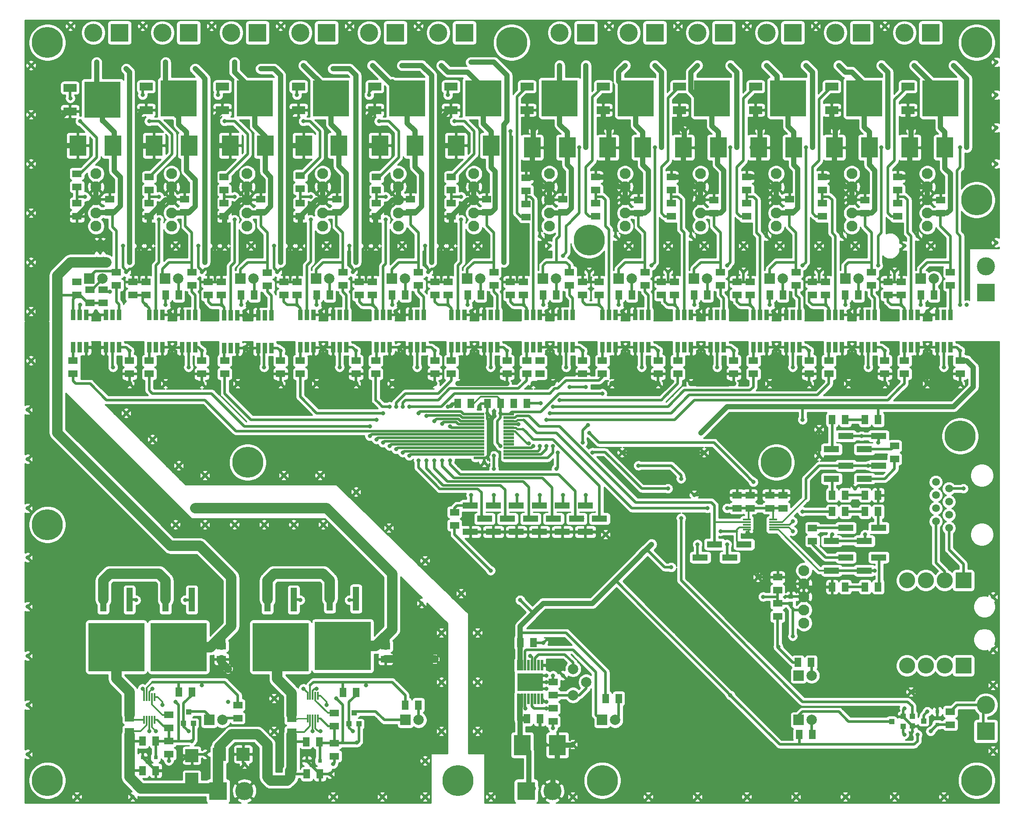
<source format=gtl>
G04 #@! TF.GenerationSoftware,KiCad,Pcbnew,(5.1.6)-1*
G04 #@! TF.CreationDate,2023-01-22T15:30:42+01:00*
G04 #@! TF.ProjectId,zone-controller,7a6f6e65-2d63-46f6-9e74-726f6c6c6572,rev?*
G04 #@! TF.SameCoordinates,Original*
G04 #@! TF.FileFunction,Copper,L1,Top*
G04 #@! TF.FilePolarity,Positive*
%FSLAX46Y46*%
G04 Gerber Fmt 4.6, Leading zero omitted, Abs format (unit mm)*
G04 Created by KiCad (PCBNEW (5.1.6)-1) date 2023-01-22 15:30:42*
%MOMM*%
%LPD*%
G01*
G04 APERTURE LIST*
G04 #@! TA.AperFunction,ComponentPad*
%ADD10C,0.800000*%
G04 #@! TD*
G04 #@! TA.AperFunction,ComponentPad*
%ADD11C,6.000000*%
G04 #@! TD*
G04 #@! TA.AperFunction,SMDPad,CuDef*
%ADD12R,1.500000X0.350000*%
G04 #@! TD*
G04 #@! TA.AperFunction,SMDPad,CuDef*
%ADD13R,3.000000X1.250000*%
G04 #@! TD*
G04 #@! TA.AperFunction,SMDPad,CuDef*
%ADD14C,0.100000*%
G04 #@! TD*
G04 #@! TA.AperFunction,ComponentPad*
%ADD15C,2.100000*%
G04 #@! TD*
G04 #@! TA.AperFunction,SMDPad,CuDef*
%ADD16R,2.500000X2.500000*%
G04 #@! TD*
G04 #@! TA.AperFunction,ComponentPad*
%ADD17R,2.000000X2.000000*%
G04 #@! TD*
G04 #@! TA.AperFunction,ComponentPad*
%ADD18C,2.000000*%
G04 #@! TD*
G04 #@! TA.AperFunction,SMDPad,CuDef*
%ADD19R,10.800000X9.400000*%
G04 #@! TD*
G04 #@! TA.AperFunction,SMDPad,CuDef*
%ADD20R,1.250000X4.600000*%
G04 #@! TD*
G04 #@! TA.AperFunction,SMDPad,CuDef*
%ADD21R,2.500000X1.500000*%
G04 #@! TD*
G04 #@! TA.AperFunction,SMDPad,CuDef*
%ADD22R,7.000000X7.000000*%
G04 #@! TD*
G04 #@! TA.AperFunction,ComponentPad*
%ADD23R,3.500000X3.500000*%
G04 #@! TD*
G04 #@! TA.AperFunction,ComponentPad*
%ADD24C,3.500000*%
G04 #@! TD*
G04 #@! TA.AperFunction,SMDPad,CuDef*
%ADD25R,0.900000X2.000000*%
G04 #@! TD*
G04 #@! TA.AperFunction,SMDPad,CuDef*
%ADD26R,0.350000X1.500000*%
G04 #@! TD*
G04 #@! TA.AperFunction,SMDPad,CuDef*
%ADD27R,2.000000X0.500000*%
G04 #@! TD*
G04 #@! TA.AperFunction,SMDPad,CuDef*
%ADD28R,0.500000X2.000000*%
G04 #@! TD*
G04 #@! TA.AperFunction,SMDPad,CuDef*
%ADD29R,5.000000X3.400000*%
G04 #@! TD*
G04 #@! TA.AperFunction,SMDPad,CuDef*
%ADD30R,1.000000X1.000000*%
G04 #@! TD*
G04 #@! TA.AperFunction,ComponentPad*
%ADD31O,3.100000X3.100000*%
G04 #@! TD*
G04 #@! TA.AperFunction,ComponentPad*
%ADD32R,3.100000X3.100000*%
G04 #@! TD*
G04 #@! TA.AperFunction,ComponentPad*
%ADD33C,1.500000*%
G04 #@! TD*
G04 #@! TA.AperFunction,SMDPad,CuDef*
%ADD34R,0.800000X0.800000*%
G04 #@! TD*
G04 #@! TA.AperFunction,SMDPad,CuDef*
%ADD35R,3.300000X4.000000*%
G04 #@! TD*
G04 #@! TA.AperFunction,SMDPad,CuDef*
%ADD36R,0.900000X0.900000*%
G04 #@! TD*
G04 #@! TA.AperFunction,Conductor*
%ADD37C,0.500000*%
G04 #@! TD*
G04 #@! TA.AperFunction,Conductor*
%ADD38C,1.000000*%
G04 #@! TD*
G04 #@! TA.AperFunction,Conductor*
%ADD39C,0.350000*%
G04 #@! TD*
G04 #@! TA.AperFunction,Conductor*
%ADD40C,0.400000*%
G04 #@! TD*
G04 #@! TA.AperFunction,Conductor*
%ADD41C,0.250000*%
G04 #@! TD*
G04 #@! TA.AperFunction,Conductor*
%ADD42C,0.450000*%
G04 #@! TD*
G04 #@! TA.AperFunction,Conductor*
%ADD43C,2.000000*%
G04 #@! TD*
G04 #@! TA.AperFunction,Conductor*
%ADD44C,1.500000*%
G04 #@! TD*
G04 #@! TA.AperFunction,Conductor*
%ADD45C,0.254000*%
G04 #@! TD*
G04 APERTURE END LIST*
D10*
X89535000Y-100965000D03*
X57785000Y-100965000D03*
X107950000Y-135890000D03*
X33655000Y-74930000D03*
X37465000Y-78740000D03*
X46355000Y-87630000D03*
X41910000Y-83185000D03*
X51435000Y-92710000D03*
X59690000Y-90170000D03*
X65405000Y-90170000D03*
X71120000Y-90170000D03*
D11*
X34925000Y-90170000D03*
D12*
X175260000Y-89170000D03*
X175260000Y-89670000D03*
X175260000Y-90170000D03*
X175260000Y-90670000D03*
X175260000Y-91170000D03*
X170180000Y-91170000D03*
X170180000Y-90670000D03*
X170180000Y-90170000D03*
X170180000Y-89170000D03*
X170180000Y-89670000D03*
D11*
X214630000Y-27305000D03*
X114300000Y-139700000D03*
X211455000Y-73025000D03*
D10*
X184150000Y-71755000D03*
X184150000Y-76835000D03*
X160020000Y-84455000D03*
X171450000Y-81915000D03*
X173355000Y-104140000D03*
X180975000Y-69850000D03*
X180975000Y-87630000D03*
X191135000Y-83185000D03*
X194945000Y-99060000D03*
X193040000Y-92075000D03*
X193675000Y-78740000D03*
X195580000Y-74295000D03*
X192405000Y-73025000D03*
X186690000Y-92075000D03*
X179070000Y-91440000D03*
X179070000Y-89535000D03*
X155575000Y-98425000D03*
X157480000Y-88900000D03*
X157480000Y-81280000D03*
D13*
X192935000Y-99060000D03*
X195685000Y-96520000D03*
G04 #@! TA.AperFunction,SMDPad,CuDef*
D14*
G36*
X194930000Y-85355000D02*
G01*
X194930000Y-83555000D01*
X196230000Y-83555000D01*
X196230000Y-85355000D01*
X194930000Y-85355000D01*
G37*
G04 #@! TD.AperFunction*
G04 #@! TA.AperFunction,SMDPad,CuDef*
G36*
X192390000Y-85355000D02*
G01*
X192390000Y-83555000D01*
X193690000Y-83555000D01*
X193690000Y-85355000D01*
X192390000Y-85355000D01*
G37*
G04 #@! TD.AperFunction*
G04 #@! TA.AperFunction,SMDPad,CuDef*
G36*
X188580000Y-85355000D02*
G01*
X188580000Y-83555000D01*
X189880000Y-83555000D01*
X189880000Y-85355000D01*
X188580000Y-85355000D01*
G37*
G04 #@! TD.AperFunction*
G04 #@! TA.AperFunction,SMDPad,CuDef*
G36*
X186040000Y-85355000D02*
G01*
X186040000Y-83555000D01*
X187340000Y-83555000D01*
X187340000Y-85355000D01*
X186040000Y-85355000D01*
G37*
G04 #@! TD.AperFunction*
G04 #@! TA.AperFunction,SMDPad,CuDef*
G36*
X197855000Y-76820000D02*
G01*
X199655000Y-76820000D01*
X199655000Y-78120000D01*
X197855000Y-78120000D01*
X197855000Y-76820000D01*
G37*
G04 #@! TD.AperFunction*
G04 #@! TA.AperFunction,SMDPad,CuDef*
G36*
X197855000Y-74280000D02*
G01*
X199655000Y-74280000D01*
X199655000Y-75580000D01*
X197855000Y-75580000D01*
X197855000Y-74280000D01*
G37*
G04 #@! TD.AperFunction*
G04 #@! TA.AperFunction,SMDPad,CuDef*
G36*
X187340000Y-68950000D02*
G01*
X187340000Y-70750000D01*
X186040000Y-70750000D01*
X186040000Y-68950000D01*
X187340000Y-68950000D01*
G37*
G04 #@! TD.AperFunction*
G04 #@! TA.AperFunction,SMDPad,CuDef*
G36*
X189880000Y-68950000D02*
G01*
X189880000Y-70750000D01*
X188580000Y-70750000D01*
X188580000Y-68950000D01*
X189880000Y-68950000D01*
G37*
G04 #@! TD.AperFunction*
G04 #@! TA.AperFunction,SMDPad,CuDef*
G36*
X193690000Y-68950000D02*
G01*
X193690000Y-70750000D01*
X192390000Y-70750000D01*
X192390000Y-68950000D01*
X193690000Y-68950000D01*
G37*
G04 #@! TD.AperFunction*
G04 #@! TA.AperFunction,SMDPad,CuDef*
G36*
X196230000Y-68950000D02*
G01*
X196230000Y-70750000D01*
X194930000Y-70750000D01*
X194930000Y-68950000D01*
X196230000Y-68950000D01*
G37*
G04 #@! TD.AperFunction*
G04 #@! TA.AperFunction,SMDPad,CuDef*
G36*
X187340000Y-101335000D02*
G01*
X187340000Y-103135000D01*
X186040000Y-103135000D01*
X186040000Y-101335000D01*
X187340000Y-101335000D01*
G37*
G04 #@! TD.AperFunction*
G04 #@! TA.AperFunction,SMDPad,CuDef*
G36*
X189880000Y-101335000D02*
G01*
X189880000Y-103135000D01*
X188580000Y-103135000D01*
X188580000Y-101335000D01*
X189880000Y-101335000D01*
G37*
G04 #@! TD.AperFunction*
G04 #@! TA.AperFunction,SMDPad,CuDef*
G36*
X193690000Y-101335000D02*
G01*
X193690000Y-103135000D01*
X192390000Y-103135000D01*
X192390000Y-101335000D01*
X193690000Y-101335000D01*
G37*
G04 #@! TD.AperFunction*
G04 #@! TA.AperFunction,SMDPad,CuDef*
G36*
X196230000Y-101335000D02*
G01*
X196230000Y-103135000D01*
X194930000Y-103135000D01*
X194930000Y-101335000D01*
X196230000Y-101335000D01*
G37*
G04 #@! TD.AperFunction*
G04 #@! TA.AperFunction,SMDPad,CuDef*
G36*
X181980000Y-92695000D02*
G01*
X183780000Y-92695000D01*
X183780000Y-93995000D01*
X181980000Y-93995000D01*
X181980000Y-92695000D01*
G37*
G04 #@! TD.AperFunction*
G04 #@! TA.AperFunction,SMDPad,CuDef*
G36*
X181980000Y-90155000D02*
G01*
X183780000Y-90155000D01*
X183780000Y-91455000D01*
X181980000Y-91455000D01*
X181980000Y-90155000D01*
G37*
G04 #@! TD.AperFunction*
G04 #@! TA.AperFunction,SMDPad,CuDef*
G36*
X194930000Y-88530000D02*
G01*
X194930000Y-86730000D01*
X196230000Y-86730000D01*
X196230000Y-88530000D01*
X194930000Y-88530000D01*
G37*
G04 #@! TD.AperFunction*
G04 #@! TA.AperFunction,SMDPad,CuDef*
G36*
X192390000Y-88530000D02*
G01*
X192390000Y-86730000D01*
X193690000Y-86730000D01*
X193690000Y-88530000D01*
X192390000Y-88530000D01*
G37*
G04 #@! TD.AperFunction*
G04 #@! TA.AperFunction,SMDPad,CuDef*
G36*
X188580000Y-88530000D02*
G01*
X188580000Y-86730000D01*
X189880000Y-86730000D01*
X189880000Y-88530000D01*
X188580000Y-88530000D01*
G37*
G04 #@! TD.AperFunction*
G04 #@! TA.AperFunction,SMDPad,CuDef*
G36*
X186040000Y-88530000D02*
G01*
X186040000Y-86730000D01*
X187340000Y-86730000D01*
X187340000Y-88530000D01*
X186040000Y-88530000D01*
G37*
G04 #@! TD.AperFunction*
D13*
X189335000Y-78740000D03*
X186585000Y-81280000D03*
X192935000Y-81280000D03*
X195685000Y-78740000D03*
X195685000Y-73025000D03*
X192935000Y-75565000D03*
X186585000Y-75565000D03*
X189335000Y-73025000D03*
X189335000Y-96520000D03*
X186585000Y-99060000D03*
X186585000Y-93345000D03*
X189335000Y-90805000D03*
X195685000Y-90805000D03*
X192935000Y-93345000D03*
D10*
X133604000Y-76200000D03*
X121285000Y-76835000D03*
X121285000Y-79375000D03*
X133350000Y-79375000D03*
X130175000Y-60960000D03*
X130175000Y-58420000D03*
G04 #@! TA.AperFunction,SMDPad,CuDef*
D14*
G36*
X129275000Y-60310000D02*
G01*
X131075000Y-60310000D01*
X131075000Y-61610000D01*
X129275000Y-61610000D01*
X129275000Y-60310000D01*
G37*
G04 #@! TD.AperFunction*
G04 #@! TA.AperFunction,SMDPad,CuDef*
G36*
X129275000Y-57770000D02*
G01*
X131075000Y-57770000D01*
X131075000Y-59070000D01*
X129275000Y-59070000D01*
X129275000Y-57770000D01*
G37*
G04 #@! TD.AperFunction*
D10*
X112395000Y-67310000D03*
X109855000Y-116205000D03*
X200660000Y-36195000D03*
X184150000Y-36195000D03*
X169545000Y-36195000D03*
X154940000Y-36195000D03*
X132080000Y-36195000D03*
X205740000Y-36195000D03*
X191135000Y-36195000D03*
X176530000Y-36195000D03*
X161925000Y-36195000D03*
X147320000Y-36195000D03*
X39370000Y6350000D03*
X49530000Y-36195000D03*
X64135000Y-36195000D03*
X78740000Y-36195000D03*
X93345000Y-36195000D03*
X93980000Y-41275000D03*
X107950000Y-36195000D03*
X108585000Y-41275000D03*
X130175000Y-34290000D03*
X209550000Y-9525000D03*
X207645000Y-9525000D03*
X205740000Y-9525000D03*
X205740000Y-7620000D03*
X207645000Y-7620000D03*
X209550000Y-7620000D03*
X209550000Y-5715000D03*
X207645000Y-5715000D03*
X205740000Y-5715000D03*
X191135000Y-9525000D03*
X193040000Y-9525000D03*
X194945000Y-9525000D03*
X194945000Y-7620000D03*
X193040000Y-7620000D03*
X191135000Y-7620000D03*
X194945000Y-5715000D03*
X193040000Y-5715000D03*
X191135000Y-5715000D03*
X180340000Y-9525000D03*
X178435000Y-9525000D03*
X176530000Y-9525000D03*
X176530000Y-7620000D03*
X178435000Y-7620000D03*
X180340000Y-7620000D03*
X180340000Y-5715000D03*
X178435000Y-5715000D03*
X176530000Y-5715000D03*
X165735000Y-9525000D03*
X163830000Y-9525000D03*
X161925000Y-9525000D03*
X161925000Y-7620000D03*
X163830000Y-7620000D03*
X165735000Y-7620000D03*
X165735000Y-5715000D03*
X163830000Y-5715000D03*
X161925000Y-5715000D03*
X146685000Y-9525000D03*
X148590000Y-9525000D03*
X150495000Y-9525000D03*
X150495000Y-7620000D03*
X148590000Y-7620000D03*
X146685000Y-7620000D03*
X150495000Y-5715000D03*
X148590000Y-5715000D03*
X146685000Y-5715000D03*
X135890000Y-9525000D03*
X133985000Y-9525000D03*
X132080000Y-9525000D03*
X132080000Y-7620000D03*
X133985000Y-7620000D03*
X135890000Y-7620000D03*
X135890000Y-5715000D03*
X133985000Y-5715000D03*
X132080000Y-5715000D03*
X121285000Y-9525000D03*
X119380000Y-9525000D03*
X117475000Y-9525000D03*
X117475000Y-7620000D03*
X119380000Y-7620000D03*
X121285000Y-7620000D03*
X121285000Y-5715000D03*
X119380000Y-5715000D03*
X117475000Y-5715000D03*
X106680000Y-9525000D03*
X104775000Y-9525000D03*
X102870000Y-9525000D03*
X106680000Y-7620000D03*
X104775000Y-7620000D03*
X102870000Y-7620000D03*
X106680000Y-5715000D03*
X104775000Y-5715000D03*
X102870000Y-5715000D03*
X91440000Y-9525000D03*
X89535000Y-9525000D03*
X87630000Y-9525000D03*
X87630000Y-7620000D03*
X89535000Y-7620000D03*
X91440000Y-7620000D03*
X91440000Y-5715000D03*
X89535000Y-5715000D03*
X87630000Y-5715000D03*
X73025000Y-9525000D03*
X74930000Y-9525000D03*
X76835000Y-9525000D03*
X76835000Y-7620000D03*
X74930000Y-7620000D03*
X72957000Y-7620000D03*
X76835000Y-5715000D03*
X74930000Y-5715000D03*
X73025000Y-5715000D03*
X58420000Y-9525000D03*
X58420000Y-7620000D03*
X60325000Y-7620000D03*
X60325000Y-9525000D03*
X62230000Y-9525000D03*
X62230000Y-7620000D03*
X62230000Y-5715000D03*
X60325000Y-5715000D03*
X58420000Y-5715000D03*
X45720000Y-9525000D03*
X45720000Y-5715000D03*
X45720000Y-7620000D03*
X47625000Y-7620000D03*
X47625000Y-9525000D03*
X43815000Y-9525000D03*
X43815000Y-7620000D03*
X47625000Y-5715000D03*
X43815000Y-5715000D03*
X44450000Y-116840000D03*
X48260000Y-116840000D03*
X52070000Y-116840000D03*
X52070000Y-113665000D03*
X48260000Y-113665000D03*
X44450000Y-113665000D03*
X44450000Y-110490000D03*
X48260000Y-110490000D03*
X52070000Y-110490000D03*
X60325000Y-113665000D03*
X56515000Y-113665000D03*
X56515000Y-116840000D03*
X60325000Y-116840000D03*
X64135000Y-116840000D03*
X64135000Y-113665000D03*
X64135000Y-110490000D03*
X60325000Y-110490000D03*
X56515000Y-110490000D03*
X88265000Y-90170000D03*
X82550000Y-90170000D03*
X76835000Y-90170000D03*
X78740000Y-123825000D03*
X78740000Y-130175000D03*
X83820000Y-116840000D03*
X83820000Y-113665000D03*
X80010000Y-113665000D03*
X80010000Y-116840000D03*
X76200000Y-116840000D03*
X76200000Y-113665000D03*
X76200000Y-110490000D03*
X80010000Y-110490000D03*
X83820000Y-110490000D03*
X92075000Y-110490000D03*
X95885000Y-113665000D03*
X88900000Y-113665000D03*
X92075000Y-113665000D03*
X92075000Y-116840000D03*
X95885000Y-116840000D03*
X95885000Y-110490000D03*
X88900000Y-110490000D03*
X88900000Y-116840000D03*
X107315000Y-105410000D03*
X111125000Y-111125000D03*
X111125000Y-120650000D03*
X111125000Y-130175000D03*
X107950000Y-142875000D03*
X99695000Y-142875000D03*
X90170000Y-142875000D03*
X217805000Y-104140000D03*
X217805000Y-114300000D03*
X217805000Y-121285000D03*
X217805000Y-133985000D03*
X55245000Y-73660000D03*
X60325000Y-78740000D03*
X65405000Y-80645000D03*
X80645000Y-80645000D03*
X87630000Y-80645000D03*
X94615000Y-83820000D03*
X100965000Y-90805000D03*
X107950000Y-97155000D03*
X114935000Y-103505000D03*
X50165000Y-68580000D03*
X118110000Y-111125000D03*
X118110000Y-120650000D03*
X118110000Y-130175000D03*
X136525000Y-142875000D03*
X120650000Y-142875000D03*
X151130000Y-142875000D03*
X160655000Y-142875000D03*
X170180000Y-142875000D03*
X179705000Y-142875000D03*
X189230000Y-142875000D03*
X198755000Y-142875000D03*
X208280000Y-142875000D03*
X51435000Y-142875000D03*
X40640000Y-142875000D03*
X31115000Y-134620000D03*
X31115000Y-125095000D03*
X31115000Y-115570000D03*
X31115000Y-106045000D03*
X31115000Y-96520000D03*
X31115000Y-86995000D03*
X31115000Y-77470000D03*
X31115000Y-67945000D03*
X31750000Y-58420000D03*
X118110000Y-36195000D03*
X103505000Y-36195000D03*
X88900000Y-36195000D03*
X74295000Y-36195000D03*
X59690000Y-36195000D03*
X218440000Y-35560000D03*
X218440000Y-13335000D03*
X218440000Y-20320000D03*
X218440000Y-6985000D03*
X218440000Y-635000D03*
X196850000Y6350000D03*
X183515000Y6350000D03*
X170180000Y6350000D03*
X156845000Y6350000D03*
X143510000Y6350000D03*
X31750000Y-1270000D03*
X31750000Y-10795000D03*
X106680000Y6350000D03*
X93345000Y6350000D03*
X80010000Y6350000D03*
X66675000Y6350000D03*
X53340000Y6350000D03*
X31750000Y-48895000D03*
X31750000Y-39370000D03*
X31750000Y-29845000D03*
X31750000Y-20320000D03*
X166370000Y-86995000D03*
X120650000Y-99060000D03*
X126365000Y-104775000D03*
X179070000Y-111760000D03*
X137795000Y-17145000D03*
X211455000Y-17145000D03*
X203200000Y-34290000D03*
X188595000Y-34290000D03*
X173990000Y-34290000D03*
X197485000Y-17145000D03*
X182880000Y-17145000D03*
X168275000Y-17145000D03*
X144780000Y-34290000D03*
X159385000Y-34290000D03*
X153670000Y-17145000D03*
X139065000Y-17145000D03*
X196215000Y-17145000D03*
X158115000Y-13970000D03*
X167005000Y-17145000D03*
X151765000Y-40005000D03*
X139700000Y-41275000D03*
X123190000Y-39370000D03*
D15*
X44323000Y-22225000D03*
X44323000Y-32385000D03*
X44323000Y-27305000D03*
X44323000Y-29845000D03*
X44323000Y-24765000D03*
X58939540Y-22225000D03*
X58939540Y-32385000D03*
X58939540Y-27305000D03*
X58939540Y-29845000D03*
X58939540Y-24765000D03*
D11*
X142240000Y-139700000D03*
D10*
X197485000Y-2540000D03*
X196215000Y-1270000D03*
X189230000Y-2540000D03*
X187960000Y-1270000D03*
X203835000Y-2540000D03*
X202565000Y-1270000D03*
X211455000Y-2540000D03*
X210185000Y-1270000D03*
X175260000Y-2540000D03*
X173990000Y-1270000D03*
X182880000Y-2540000D03*
X181610000Y-1270000D03*
X159385000Y-2540000D03*
X160655000Y-1270000D03*
X168275000Y-2540000D03*
X167005000Y-1270000D03*
X145415000Y-2540000D03*
X146685000Y-1270000D03*
X153670000Y-2540000D03*
X152400000Y-1270000D03*
X139065000Y-2540000D03*
X139065000Y-1270000D03*
X133985000Y-2540000D03*
X133985000Y-1270000D03*
X112395000Y-2540000D03*
X111125000Y-1270000D03*
X118110000Y-635000D03*
X116840000Y-635000D03*
X104775000Y-1270000D03*
X103505000Y-1270000D03*
X99060000Y-2540000D03*
X97790000Y-1270000D03*
X91440000Y-1905000D03*
X90170000Y-1905000D03*
X85725000Y-2540000D03*
X84455000Y-1270000D03*
X77470000Y-1905000D03*
X76200000Y-1905000D03*
X71120000Y-1905000D03*
X71120000Y-635000D03*
X57785000Y-1905000D03*
X57785000Y-635000D03*
X64770000Y-3175000D03*
X63500000Y-1905000D03*
X50800000Y-3175000D03*
X50165000Y-1905000D03*
X44450000Y-1905000D03*
X44450000Y-635000D03*
D11*
X124714000Y3175000D03*
X139700000Y-35052000D03*
X175895000Y-78105000D03*
X73660000Y-78105000D03*
X34925000Y-139700000D03*
X214630000Y-139700000D03*
X214630000Y3175000D03*
X34925000Y3175000D03*
D15*
X146638818Y-22225000D03*
X146638818Y-32385000D03*
X146638818Y-27305000D03*
X146638818Y-29845000D03*
X146638818Y-24765000D03*
X117405727Y-22225000D03*
X117405727Y-32385000D03*
X117405727Y-27305000D03*
X117405727Y-29845000D03*
X117405727Y-24765000D03*
X132022273Y-22225000D03*
X132022273Y-32385000D03*
X132022273Y-27305000D03*
X132022273Y-29845000D03*
X132022273Y-24765000D03*
X205105000Y-22225000D03*
X205105000Y-32385000D03*
X205105000Y-27305000D03*
X205105000Y-29845000D03*
X205105000Y-24765000D03*
X190488455Y-22225000D03*
X190488455Y-32385000D03*
X190488455Y-27305000D03*
X190488455Y-29845000D03*
X190488455Y-24765000D03*
X175871909Y-22225000D03*
X175871909Y-32385000D03*
X175871909Y-27305000D03*
X175871909Y-29845000D03*
X175871909Y-24765000D03*
X161255364Y-22225000D03*
X161255364Y-32385000D03*
X161255364Y-27305000D03*
X161255364Y-29845000D03*
X161255364Y-24765000D03*
X102789182Y-22225000D03*
X102789182Y-32385000D03*
X102789182Y-27305000D03*
X102789182Y-29845000D03*
X102789182Y-24765000D03*
X88172636Y-22225000D03*
X88172636Y-32385000D03*
X88172636Y-27305000D03*
X88172636Y-29845000D03*
X88172636Y-24765000D03*
X73556091Y-22225000D03*
X73556091Y-32385000D03*
X73556091Y-27305000D03*
X73556091Y-29845000D03*
X73556091Y-24765000D03*
X181229000Y-99060000D03*
X181229000Y-109220000D03*
X181229000Y-104140000D03*
X181229000Y-106680000D03*
X181229000Y-101600000D03*
D13*
X138960000Y-86487000D03*
X138960000Y-91567000D03*
X141710000Y-89027000D03*
X134515000Y-86487000D03*
X134515000Y-91567000D03*
X137265000Y-89027000D03*
X130070000Y-86487000D03*
X130070000Y-91567000D03*
X132820000Y-89027000D03*
X125625000Y-86487000D03*
X125625000Y-91567000D03*
X128375000Y-89027000D03*
X121180000Y-86487000D03*
X121180000Y-91567000D03*
X123930000Y-89027000D03*
X116735000Y-86487000D03*
X116735000Y-91567000D03*
X119485000Y-89027000D03*
X166900000Y-96520000D03*
X169650000Y-93980000D03*
X161185000Y-96520000D03*
X163935000Y-93980000D03*
D16*
X68185000Y-134620000D03*
X72785000Y-134620000D03*
X62865000Y-139460000D03*
X62865000Y-134860000D03*
D17*
X43053000Y-42545000D03*
D18*
X45593000Y-42545000D03*
D10*
X83820000Y-104775000D03*
X52070000Y-104775000D03*
D19*
X92075000Y-113665000D03*
D20*
X89535000Y-104515000D03*
X94615000Y-104515000D03*
D19*
X80010000Y-113865000D03*
D20*
X77470000Y-104715000D03*
X82550000Y-104715000D03*
D19*
X60325000Y-113865000D03*
D20*
X57785000Y-104715000D03*
X62865000Y-104715000D03*
D19*
X48260000Y-113865000D03*
D20*
X45720000Y-104715000D03*
X50800000Y-104715000D03*
D21*
X39293000Y-5594000D03*
X39293000Y-10154000D03*
D22*
X45593000Y-7874000D03*
D23*
X205740000Y5080000D03*
D24*
X200660000Y5080000D03*
D23*
X192405000Y5080000D03*
D24*
X187325000Y5080000D03*
D23*
X179070000Y5080000D03*
D24*
X173990000Y5080000D03*
D23*
X165735000Y5080000D03*
D24*
X160655000Y5080000D03*
D23*
X152400000Y5080000D03*
D24*
X147320000Y5080000D03*
D23*
X139065000Y5080000D03*
D24*
X133985000Y5080000D03*
D23*
X115570000Y5080000D03*
D24*
X110490000Y5080000D03*
D23*
X102235000Y5080000D03*
D24*
X97155000Y5080000D03*
D23*
X88900000Y5080000D03*
D24*
X83820000Y5080000D03*
D23*
X75565000Y5080000D03*
D24*
X70485000Y5080000D03*
D23*
X62230000Y5080000D03*
D24*
X57150000Y5080000D03*
D23*
X216408000Y-45212000D03*
D24*
X216408000Y-40132000D03*
D23*
X216408000Y-130175000D03*
D24*
X216408000Y-125095000D03*
D23*
X48895000Y5080000D03*
D24*
X43815000Y5080000D03*
D23*
X127508000Y-141732000D03*
D24*
X132588000Y-141732000D03*
D23*
X67945000Y-141732000D03*
D24*
X73025000Y-141732000D03*
D25*
X207010000Y-49555000D03*
X208280000Y-55855000D03*
X209550000Y-49555000D03*
X208280000Y-49555000D03*
X209550000Y-55855000D03*
X207010000Y-55855000D03*
X203200000Y-55855000D03*
X201930000Y-49555000D03*
X200660000Y-55855000D03*
X201930000Y-55855000D03*
X200660000Y-49555000D03*
X203200000Y-49555000D03*
X192405000Y-49555000D03*
X193675000Y-55855000D03*
X194945000Y-49555000D03*
X193675000Y-49555000D03*
X194945000Y-55855000D03*
X192405000Y-55855000D03*
X188595000Y-55855000D03*
X187325000Y-49555000D03*
X186055000Y-55855000D03*
X187325000Y-55855000D03*
X186055000Y-49555000D03*
X188595000Y-49555000D03*
X177800000Y-49555000D03*
X179070000Y-55855000D03*
X180340000Y-49555000D03*
X179070000Y-49555000D03*
X180340000Y-55855000D03*
X177800000Y-55855000D03*
X173990000Y-55855000D03*
X172720000Y-49555000D03*
X171450000Y-55855000D03*
X172720000Y-55855000D03*
X171450000Y-49555000D03*
X173990000Y-49555000D03*
X163195000Y-49555000D03*
X164465000Y-55855000D03*
X165735000Y-49555000D03*
X164465000Y-49555000D03*
X165735000Y-55855000D03*
X163195000Y-55855000D03*
X159385000Y-55855000D03*
X158115000Y-49555000D03*
X156845000Y-55855000D03*
X158115000Y-55855000D03*
X156845000Y-49555000D03*
X159385000Y-49555000D03*
X148590000Y-49555000D03*
X149860000Y-55855000D03*
X151130000Y-49555000D03*
X149860000Y-49555000D03*
X151130000Y-55855000D03*
X148590000Y-55855000D03*
X144780000Y-55855000D03*
X143510000Y-49555000D03*
X142240000Y-55855000D03*
X143510000Y-55855000D03*
X142240000Y-49555000D03*
X144780000Y-49555000D03*
X133985000Y-49555000D03*
X135255000Y-55855000D03*
X136525000Y-49555000D03*
X135255000Y-49555000D03*
X136525000Y-55855000D03*
X133985000Y-55855000D03*
X130175000Y-55855000D03*
X128905000Y-49555000D03*
X127635000Y-55855000D03*
X128905000Y-55855000D03*
X127635000Y-49555000D03*
X130175000Y-49555000D03*
X119380000Y-49555000D03*
X120650000Y-55855000D03*
X121920000Y-49555000D03*
X120650000Y-49555000D03*
X121920000Y-55855000D03*
X119380000Y-55855000D03*
X115570000Y-55855000D03*
X114300000Y-49555000D03*
X113030000Y-55855000D03*
X114300000Y-55855000D03*
X113030000Y-49555000D03*
X115570000Y-49555000D03*
X105156000Y-49555000D03*
X106426000Y-55855000D03*
X107696000Y-49555000D03*
X106426000Y-49555000D03*
X107696000Y-55855000D03*
X105156000Y-55855000D03*
X101092000Y-55855000D03*
X99822000Y-49555000D03*
X98552000Y-55855000D03*
X99822000Y-55855000D03*
X98552000Y-49555000D03*
X101092000Y-49555000D03*
X90170000Y-49555000D03*
X91440000Y-55855000D03*
X92710000Y-49555000D03*
X91440000Y-49555000D03*
X92710000Y-55855000D03*
X90170000Y-55855000D03*
X86360000Y-55855000D03*
X85090000Y-49555000D03*
X83820000Y-55855000D03*
X85090000Y-55855000D03*
X83820000Y-49555000D03*
X86360000Y-49555000D03*
X75692000Y-49682000D03*
X76962000Y-55982000D03*
X78232000Y-49682000D03*
X76962000Y-49682000D03*
X78232000Y-55982000D03*
X75692000Y-55982000D03*
X71628000Y-55982000D03*
X70358000Y-49682000D03*
X69088000Y-55982000D03*
X70358000Y-55982000D03*
X69088000Y-49682000D03*
X71628000Y-49682000D03*
X60960000Y-49555000D03*
X62230000Y-55855000D03*
X63500000Y-49555000D03*
X62230000Y-49555000D03*
X63500000Y-55855000D03*
X60960000Y-55855000D03*
X57150000Y-55855000D03*
X55880000Y-49555000D03*
X54610000Y-55855000D03*
X55880000Y-55855000D03*
X54610000Y-49555000D03*
X57150000Y-49555000D03*
X46228000Y-49555000D03*
X47498000Y-55855000D03*
X48768000Y-49555000D03*
X47498000Y-49555000D03*
X48768000Y-55855000D03*
X46228000Y-55855000D03*
X42418000Y-55855000D03*
X41148000Y-49555000D03*
X39878000Y-55855000D03*
X41148000Y-55855000D03*
X39878000Y-49555000D03*
X42418000Y-49555000D03*
D26*
X86749000Y-127717000D03*
X87249000Y-123317000D03*
X86249000Y-123317000D03*
X85249000Y-127717000D03*
X85749000Y-123317000D03*
X85749000Y-127717000D03*
X85249000Y-123317000D03*
X87249000Y-127717000D03*
X86749000Y-123317000D03*
X86249000Y-127717000D03*
X55110000Y-127930000D03*
X55610000Y-123530000D03*
X54610000Y-123530000D03*
X53610000Y-127930000D03*
X54110000Y-123530000D03*
X54110000Y-127930000D03*
X53610000Y-123530000D03*
X55610000Y-127930000D03*
X55110000Y-123530000D03*
X54610000Y-127930000D03*
D27*
X124187500Y-77250000D03*
X124187500Y-72050000D03*
X124187500Y-75950000D03*
X124187500Y-70750000D03*
X118382500Y-71400000D03*
X118382500Y-77250000D03*
X118382500Y-72700000D03*
X124187500Y-70100000D03*
X124187500Y-69450000D03*
X124187500Y-68800000D03*
X118382500Y-75300000D03*
X118382500Y-70750000D03*
X118382500Y-70100000D03*
X124187500Y-74000000D03*
X118382500Y-74650000D03*
X124187500Y-73350000D03*
X118382500Y-68800000D03*
X118382500Y-73350000D03*
X124187500Y-72700000D03*
X124187500Y-76600000D03*
X118382500Y-72050000D03*
X118382500Y-74000000D03*
X124187500Y-74650000D03*
X118382500Y-75950000D03*
X124187500Y-71400000D03*
X118382500Y-69450000D03*
X118382500Y-76600000D03*
X124187500Y-75300000D03*
D10*
X93345000Y-104775000D03*
X84455000Y-121920000D03*
X86995000Y-121920000D03*
X96520000Y-121285000D03*
X90805000Y-123825000D03*
X88900000Y-125095000D03*
X86233000Y-130175000D03*
X87757000Y-130175000D03*
X93980000Y-130175000D03*
X94742000Y-132334000D03*
X90170000Y-136525000D03*
X89535000Y-138430000D03*
X81915000Y-133985000D03*
X81915000Y-137795000D03*
X61595000Y-104775000D03*
X53340000Y-121920000D03*
X55245000Y-121920000D03*
X59690000Y-124460000D03*
X64770000Y-121285000D03*
X57150000Y-125095000D03*
X62230000Y-130175000D03*
X62865000Y-132080000D03*
X58420000Y-135890000D03*
X50800000Y-133985000D03*
X50800000Y-137795000D03*
X69850000Y-124460000D03*
X65405000Y-134620000D03*
X73025000Y-136525000D03*
X69850000Y-118110000D03*
X149225000Y-78740000D03*
X63500000Y-86995000D03*
X69215000Y-86995000D03*
X67310000Y-86995000D03*
X65405000Y-86995000D03*
X44450000Y-40005000D03*
X45720000Y-40005000D03*
X44450000Y-36830000D03*
X45720000Y-36830000D03*
X45720000Y-38735000D03*
X45720000Y-35560000D03*
X46990000Y-45085000D03*
X42164000Y-26670000D03*
X41275000Y-47625000D03*
X40386000Y-43180000D03*
X161925000Y-76200000D03*
X146050000Y-76200000D03*
X162560000Y-86995000D03*
X165100000Y-91440000D03*
X212090000Y-83185000D03*
X167005000Y-123190000D03*
X154940000Y-83185000D03*
X161290000Y-72390000D03*
X151765000Y-93980000D03*
X151765000Y-93980000D03*
X139065000Y-63500000D03*
X135890000Y-63500000D03*
X142875000Y-92075000D03*
X200660000Y-125730000D03*
X201930000Y-122555000D03*
X140335000Y-76200000D03*
X44450000Y-35560000D03*
X44450000Y-38735000D03*
X41275000Y-12065000D03*
X198755000Y-41275000D03*
X184150000Y-41275000D03*
X169545000Y-41275000D03*
X154940000Y-41275000D03*
X113030000Y-36195000D03*
X114935000Y-31115000D03*
X114935000Y-26670000D03*
X113665000Y-12065000D03*
X96520000Y-36195000D03*
X100330000Y-31115000D03*
X100330000Y-26670000D03*
X99060000Y-12065000D03*
X83820000Y-36195000D03*
X85852000Y-31115000D03*
X85852000Y-26670000D03*
X84455000Y-12065000D03*
X69215000Y-12065000D03*
X69215000Y-36195000D03*
X71120000Y-31115000D03*
X71120000Y-26670000D03*
X54610000Y-12065000D03*
X50165000Y-41275000D03*
X56515000Y-31115000D03*
X56515000Y-26670000D03*
X176276000Y-113792000D03*
X203200000Y-130810000D03*
X200660000Y-130810000D03*
X205105000Y-126365000D03*
X205740000Y-130175000D03*
X172339000Y-100330000D03*
X166370000Y-93980000D03*
X160655000Y-93980000D03*
X139065000Y-84455000D03*
X134620000Y-84455000D03*
X130175000Y-84455000D03*
X125730000Y-84455000D03*
X121285000Y-84455000D03*
X116840000Y-84455000D03*
X47625000Y-59690000D03*
X62230000Y-59690000D03*
X76835000Y-59690000D03*
X91440000Y-59690000D03*
X106680000Y-68580000D03*
X108204000Y-69088000D03*
X109728000Y-70104000D03*
X111252000Y-70612000D03*
X106680000Y-77724000D03*
X108204000Y-77724000D03*
X109728000Y-77724000D03*
X111252000Y-77724000D03*
X112776000Y-71120000D03*
X112776000Y-77724000D03*
X106426000Y-59690000D03*
X135255000Y-59690000D03*
X120650000Y-59690000D03*
X208280000Y-59690000D03*
X193675000Y-59690000D03*
X179070000Y-59690000D03*
X164465000Y-59690000D03*
X149860000Y-59690000D03*
X119380000Y-78105000D03*
X120015000Y-68580000D03*
X122555000Y-68580000D03*
X142240000Y-64770000D03*
X139446000Y-70866000D03*
X138430000Y-74295000D03*
X139700000Y-72390000D03*
X125095000Y-66675000D03*
X125984000Y-70739000D03*
X133985000Y-66040000D03*
X132715000Y-67310000D03*
X132080000Y-68580000D03*
X131445000Y-69850000D03*
X130302000Y-66675000D03*
X128016000Y-74422000D03*
X128905000Y-74930000D03*
X130175000Y-74930000D03*
X132715000Y-74930000D03*
X131445000Y-74930000D03*
X122555000Y-74930000D03*
X205105000Y-55880000D03*
X211455000Y-62865000D03*
X205105000Y-62865000D03*
X211455000Y-56515000D03*
X196850000Y-56515000D03*
X182245000Y-56515000D03*
X189865000Y-62865000D03*
X174625000Y-62865000D03*
X190500000Y-55880000D03*
X175895000Y-55880000D03*
X196850000Y-62865000D03*
X182245000Y-62865000D03*
X167640000Y-56515000D03*
X153035000Y-56515000D03*
X161290000Y-55880000D03*
X146685000Y-55880000D03*
X144145000Y-62865000D03*
X159385000Y-62865000D03*
X167640000Y-62865000D03*
X153035000Y-62865000D03*
X138430000Y-56515000D03*
X123825000Y-56515000D03*
X132080000Y-55880000D03*
X117475000Y-55880000D03*
X128905000Y-62865000D03*
X114300000Y-62865000D03*
X132715000Y-62865000D03*
X123825000Y-62865000D03*
X109855000Y-56515000D03*
X109855000Y-62865000D03*
X102870000Y-55880000D03*
X101600000Y-62865000D03*
X94615000Y-62865000D03*
X88265000Y-55880000D03*
X86995000Y-62865000D03*
X94615000Y-56515000D03*
X80010000Y-56515000D03*
X71755000Y-62865000D03*
X57785000Y-62865000D03*
X80010000Y-62865000D03*
X73025000Y-55880000D03*
X59055000Y-55880000D03*
X64770000Y-56515000D03*
X64770000Y-62865000D03*
X50800000Y-62865000D03*
X50800000Y-56515000D03*
X104902000Y-67310000D03*
X103632000Y-67310000D03*
X102362000Y-67310000D03*
X101092000Y-67310000D03*
X99822000Y-68580000D03*
X98552000Y-69850000D03*
X97282000Y-71120000D03*
X97282000Y-73025000D03*
X98552000Y-73660000D03*
X99822000Y-74295000D03*
X101092000Y-74930000D03*
X102362000Y-75565000D03*
X103632000Y-76200000D03*
X104902000Y-76835000D03*
X54610000Y-36195000D03*
X131445000Y-121920000D03*
X131445000Y-119380000D03*
X131445000Y-120650000D03*
X136525000Y-132715000D03*
X132715000Y-119380000D03*
X130810000Y-113030000D03*
X134620000Y-119380000D03*
X131445000Y-125730000D03*
X128270000Y-115570000D03*
X132715000Y-129540000D03*
X127381000Y-125730000D03*
X126365000Y-127635000D03*
X131445000Y-124460000D03*
X212725000Y-47625000D03*
X205105000Y-48895000D03*
X211455000Y-47625000D03*
X203835000Y-47625000D03*
X200025000Y-47625000D03*
X201930000Y-13970000D03*
X212725000Y-17145000D03*
X189865000Y-48895000D03*
X195580000Y-40005000D03*
X189230000Y-47625000D03*
X185420000Y-47625000D03*
X181610000Y-17145000D03*
X187325000Y-13970000D03*
X172720000Y-13970000D03*
X175260000Y-48895000D03*
X160655000Y-48895000D03*
X146050000Y-48895000D03*
X131445000Y-48895000D03*
X180975000Y-40005000D03*
X174625000Y-47625000D03*
X170815000Y-47625000D03*
X166370000Y-40005000D03*
X160020000Y-47625000D03*
X156210000Y-47625000D03*
X145415000Y-47625000D03*
X141605000Y-47625000D03*
X134620000Y-38100000D03*
X130810000Y-47625000D03*
X127000000Y-47625000D03*
X152400000Y-17145000D03*
X143510000Y-13970000D03*
X128905000Y-13970000D03*
X124460000Y-13970000D03*
X116840000Y-48895000D03*
X116205000Y-47625000D03*
X112395000Y-47625000D03*
X112395000Y-6985000D03*
X97155000Y-6985000D03*
X111125000Y-36195000D03*
X109220000Y-39370000D03*
X102235000Y-48895000D03*
X101600000Y-47625000D03*
X97790000Y-47625000D03*
X98425000Y-36195000D03*
X94615000Y-39370000D03*
X87630000Y-48895000D03*
X86995000Y-47625000D03*
X83185000Y-47625000D03*
X83185000Y-6985000D03*
X81915000Y-36195000D03*
X80010000Y-39370000D03*
X79375000Y-41275000D03*
X73025000Y-48895000D03*
X72390000Y-47625000D03*
X68580000Y-47625000D03*
X67945000Y-6985000D03*
X67310000Y-36195000D03*
X64770000Y-41275000D03*
X58420000Y-48895000D03*
X57785000Y-47625000D03*
X53975000Y-47625000D03*
X65405000Y-39370000D03*
X50800000Y-39370000D03*
X52705000Y-36195000D03*
X53340000Y-6985000D03*
X44323000Y-48895000D03*
X39370000Y-7620000D03*
X54610000Y-130175000D03*
X55880000Y-130175000D03*
D21*
X201345000Y-5340000D03*
X201345000Y-9900000D03*
D22*
X207645000Y-7620000D03*
D21*
X186613000Y-5340000D03*
X186613000Y-9900000D03*
D22*
X192913000Y-7620000D03*
D21*
X171881000Y-5340000D03*
X171881000Y-9900000D03*
D22*
X178181000Y-7620000D03*
D21*
X157149000Y-5340000D03*
X157149000Y-9900000D03*
D22*
X163449000Y-7620000D03*
D21*
X142417000Y-5340000D03*
X142417000Y-9900000D03*
D22*
X148717000Y-7620000D03*
D21*
X127685000Y-5340000D03*
X127685000Y-9900000D03*
D22*
X133985000Y-7620000D03*
D21*
X112953000Y-5340000D03*
X112953000Y-9900000D03*
D22*
X119253000Y-7620000D03*
D21*
X98221000Y-5340000D03*
X98221000Y-9900000D03*
D22*
X104521000Y-7620000D03*
D21*
X83489000Y-5340000D03*
X83489000Y-9900000D03*
D22*
X89789000Y-7620000D03*
D21*
X68757000Y-5340000D03*
X68757000Y-9900000D03*
D22*
X75057000Y-7620000D03*
D21*
X54025000Y-5340000D03*
X54025000Y-9900000D03*
D22*
X60325000Y-7620000D03*
D28*
X129245000Y-117400000D03*
X130545000Y-123900000D03*
X126645000Y-117400000D03*
D29*
X128270000Y-120650000D03*
D28*
X127295000Y-123900000D03*
X129245000Y-123900000D03*
X128595000Y-117400000D03*
X125995000Y-123900000D03*
X127945000Y-123900000D03*
X128595000Y-123900000D03*
X129895000Y-123900000D03*
X126645000Y-123900000D03*
X130545000Y-117400000D03*
X129895000Y-117400000D03*
X127945000Y-117400000D03*
X127295000Y-117400000D03*
X125995000Y-117400000D03*
G04 #@! TA.AperFunction,SMDPad,CuDef*
D14*
G36*
X106030000Y-125995000D02*
G01*
X106030000Y-124195000D01*
X107330000Y-124195000D01*
X107330000Y-125995000D01*
X106030000Y-125995000D01*
G37*
G04 #@! TD.AperFunction*
G04 #@! TA.AperFunction,SMDPad,CuDef*
G36*
X103490000Y-125995000D02*
G01*
X103490000Y-124195000D01*
X104790000Y-124195000D01*
X104790000Y-125995000D01*
X103490000Y-125995000D01*
G37*
G04 #@! TD.AperFunction*
G04 #@! TA.AperFunction,SMDPad,CuDef*
G36*
X93965000Y-123582000D02*
G01*
X93965000Y-121782000D01*
X95265000Y-121782000D01*
X95265000Y-123582000D01*
X93965000Y-123582000D01*
G37*
G04 #@! TD.AperFunction*
G04 #@! TA.AperFunction,SMDPad,CuDef*
G36*
X91425000Y-123582000D02*
G01*
X91425000Y-121782000D01*
X92725000Y-121782000D01*
X92725000Y-123582000D01*
X91425000Y-123582000D01*
G37*
G04 #@! TD.AperFunction*
G04 #@! TA.AperFunction,SMDPad,CuDef*
G36*
X89524000Y-128509000D02*
G01*
X91324000Y-128509000D01*
X91324000Y-129809000D01*
X89524000Y-129809000D01*
X89524000Y-128509000D01*
G37*
G04 #@! TD.AperFunction*
G04 #@! TA.AperFunction,SMDPad,CuDef*
G36*
X89524000Y-125969000D02*
G01*
X91324000Y-125969000D01*
X91324000Y-127269000D01*
X89524000Y-127269000D01*
X89524000Y-125969000D01*
G37*
G04 #@! TD.AperFunction*
G04 #@! TA.AperFunction,SMDPad,CuDef*
G36*
X81269000Y-129652000D02*
G01*
X83069000Y-129652000D01*
X83069000Y-130952000D01*
X81269000Y-130952000D01*
X81269000Y-129652000D01*
G37*
G04 #@! TD.AperFunction*
G04 #@! TA.AperFunction,SMDPad,CuDef*
G36*
X81269000Y-127112000D02*
G01*
X83069000Y-127112000D01*
X83069000Y-128412000D01*
X81269000Y-128412000D01*
X81269000Y-127112000D01*
G37*
G04 #@! TD.AperFunction*
G04 #@! TA.AperFunction,SMDPad,CuDef*
G36*
X91324000Y-133111000D02*
G01*
X89524000Y-133111000D01*
X89524000Y-131811000D01*
X91324000Y-131811000D01*
X91324000Y-133111000D01*
G37*
G04 #@! TD.AperFunction*
G04 #@! TA.AperFunction,SMDPad,CuDef*
G36*
X91324000Y-135651000D02*
G01*
X89524000Y-135651000D01*
X89524000Y-134351000D01*
X91324000Y-134351000D01*
X91324000Y-135651000D01*
G37*
G04 #@! TD.AperFunction*
G04 #@! TA.AperFunction,SMDPad,CuDef*
G36*
X114565000Y-88407000D02*
G01*
X112765000Y-88407000D01*
X112765000Y-87107000D01*
X114565000Y-87107000D01*
X114565000Y-88407000D01*
G37*
G04 #@! TD.AperFunction*
G04 #@! TA.AperFunction,SMDPad,CuDef*
G36*
X114565000Y-90947000D02*
G01*
X112765000Y-90947000D01*
X112765000Y-89647000D01*
X114565000Y-89647000D01*
X114565000Y-90947000D01*
G37*
G04 #@! TD.AperFunction*
G04 #@! TA.AperFunction,SMDPad,CuDef*
G36*
X208650000Y-128255000D02*
G01*
X210450000Y-128255000D01*
X210450000Y-129555000D01*
X208650000Y-129555000D01*
X208650000Y-128255000D01*
G37*
G04 #@! TD.AperFunction*
G04 #@! TA.AperFunction,SMDPad,CuDef*
G36*
X208650000Y-125715000D02*
G01*
X210450000Y-125715000D01*
X210450000Y-127015000D01*
X208650000Y-127015000D01*
X208650000Y-125715000D01*
G37*
G04 #@! TD.AperFunction*
G04 #@! TA.AperFunction,SMDPad,CuDef*
G36*
X70855000Y-126985000D02*
G01*
X72655000Y-126985000D01*
X72655000Y-128285000D01*
X70855000Y-128285000D01*
X70855000Y-126985000D01*
G37*
G04 #@! TD.AperFunction*
G04 #@! TA.AperFunction,SMDPad,CuDef*
G36*
X70855000Y-124445000D02*
G01*
X72655000Y-124445000D01*
X72655000Y-125745000D01*
X70855000Y-125745000D01*
X70855000Y-124445000D01*
G37*
G04 #@! TD.AperFunction*
G04 #@! TA.AperFunction,SMDPad,CuDef*
G36*
X62215000Y-123455000D02*
G01*
X62215000Y-121655000D01*
X63515000Y-121655000D01*
X63515000Y-123455000D01*
X62215000Y-123455000D01*
G37*
G04 #@! TD.AperFunction*
G04 #@! TA.AperFunction,SMDPad,CuDef*
G36*
X59675000Y-123455000D02*
G01*
X59675000Y-121655000D01*
X60975000Y-121655000D01*
X60975000Y-123455000D01*
X59675000Y-123455000D01*
G37*
G04 #@! TD.AperFunction*
G04 #@! TA.AperFunction,SMDPad,CuDef*
G36*
X177049000Y-106060000D02*
G01*
X175249000Y-106060000D01*
X175249000Y-104760000D01*
X177049000Y-104760000D01*
X177049000Y-106060000D01*
G37*
G04 #@! TD.AperFunction*
G04 #@! TA.AperFunction,SMDPad,CuDef*
G36*
X177049000Y-108600000D02*
G01*
X175249000Y-108600000D01*
X175249000Y-107300000D01*
X177049000Y-107300000D01*
X177049000Y-108600000D01*
G37*
G04 #@! TD.AperFunction*
G04 #@! TA.AperFunction,SMDPad,CuDef*
G36*
X57520000Y-128890000D02*
G01*
X59320000Y-128890000D01*
X59320000Y-130190000D01*
X57520000Y-130190000D01*
X57520000Y-128890000D01*
G37*
G04 #@! TD.AperFunction*
G04 #@! TA.AperFunction,SMDPad,CuDef*
G36*
X57520000Y-126350000D02*
G01*
X59320000Y-126350000D01*
X59320000Y-127650000D01*
X57520000Y-127650000D01*
X57520000Y-126350000D01*
G37*
G04 #@! TD.AperFunction*
G04 #@! TA.AperFunction,SMDPad,CuDef*
G36*
X181976000Y-117740000D02*
G01*
X181976000Y-115940000D01*
X183276000Y-115940000D01*
X183276000Y-117740000D01*
X181976000Y-117740000D01*
G37*
G04 #@! TD.AperFunction*
G04 #@! TA.AperFunction,SMDPad,CuDef*
G36*
X179436000Y-117740000D02*
G01*
X179436000Y-115940000D01*
X180736000Y-115940000D01*
X180736000Y-117740000D01*
X179436000Y-117740000D01*
G37*
G04 #@! TD.AperFunction*
G04 #@! TA.AperFunction,SMDPad,CuDef*
G36*
X49900000Y-129525000D02*
G01*
X51700000Y-129525000D01*
X51700000Y-130825000D01*
X49900000Y-130825000D01*
X49900000Y-129525000D01*
G37*
G04 #@! TD.AperFunction*
G04 #@! TA.AperFunction,SMDPad,CuDef*
G36*
X49900000Y-126985000D02*
G01*
X51700000Y-126985000D01*
X51700000Y-128285000D01*
X49900000Y-128285000D01*
X49900000Y-126985000D01*
G37*
G04 #@! TD.AperFunction*
G04 #@! TA.AperFunction,SMDPad,CuDef*
G36*
X59320000Y-132730000D02*
G01*
X57520000Y-132730000D01*
X57520000Y-131430000D01*
X59320000Y-131430000D01*
X59320000Y-132730000D01*
G37*
G04 #@! TD.AperFunction*
G04 #@! TA.AperFunction,SMDPad,CuDef*
G36*
X59320000Y-135270000D02*
G01*
X57520000Y-135270000D01*
X57520000Y-133970000D01*
X59320000Y-133970000D01*
X59320000Y-135270000D01*
G37*
G04 #@! TD.AperFunction*
G04 #@! TA.AperFunction,SMDPad,CuDef*
G36*
X182230000Y-131710000D02*
G01*
X182230000Y-129910000D01*
X183530000Y-129910000D01*
X183530000Y-131710000D01*
X182230000Y-131710000D01*
G37*
G04 #@! TD.AperFunction*
G04 #@! TA.AperFunction,SMDPad,CuDef*
G36*
X179690000Y-131710000D02*
G01*
X179690000Y-129910000D01*
X180990000Y-129910000D01*
X180990000Y-131710000D01*
X179690000Y-131710000D01*
G37*
G04 #@! TD.AperFunction*
G04 #@! TA.AperFunction,SMDPad,CuDef*
G36*
X210450000Y-41925000D02*
G01*
X208650000Y-41925000D01*
X208650000Y-40625000D01*
X210450000Y-40625000D01*
X210450000Y-41925000D01*
G37*
G04 #@! TD.AperFunction*
G04 #@! TA.AperFunction,SMDPad,CuDef*
G36*
X210450000Y-44465000D02*
G01*
X208650000Y-44465000D01*
X208650000Y-43165000D01*
X210450000Y-43165000D01*
X210450000Y-44465000D01*
G37*
G04 #@! TD.AperFunction*
G04 #@! TA.AperFunction,SMDPad,CuDef*
G36*
X195210000Y-41925000D02*
G01*
X193410000Y-41925000D01*
X193410000Y-40625000D01*
X195210000Y-40625000D01*
X195210000Y-41925000D01*
G37*
G04 #@! TD.AperFunction*
G04 #@! TA.AperFunction,SMDPad,CuDef*
G36*
X195210000Y-44465000D02*
G01*
X193410000Y-44465000D01*
X193410000Y-43165000D01*
X195210000Y-43165000D01*
X195210000Y-44465000D01*
G37*
G04 #@! TD.AperFunction*
G04 #@! TA.AperFunction,SMDPad,CuDef*
G36*
X180605000Y-41925000D02*
G01*
X178805000Y-41925000D01*
X178805000Y-40625000D01*
X180605000Y-40625000D01*
X180605000Y-41925000D01*
G37*
G04 #@! TD.AperFunction*
G04 #@! TA.AperFunction,SMDPad,CuDef*
G36*
X180605000Y-44465000D02*
G01*
X178805000Y-44465000D01*
X178805000Y-43165000D01*
X180605000Y-43165000D01*
X180605000Y-44465000D01*
G37*
G04 #@! TD.AperFunction*
G04 #@! TA.AperFunction,SMDPad,CuDef*
G36*
X166000000Y-41925000D02*
G01*
X164200000Y-41925000D01*
X164200000Y-40625000D01*
X166000000Y-40625000D01*
X166000000Y-41925000D01*
G37*
G04 #@! TD.AperFunction*
G04 #@! TA.AperFunction,SMDPad,CuDef*
G36*
X166000000Y-44465000D02*
G01*
X164200000Y-44465000D01*
X164200000Y-43165000D01*
X166000000Y-43165000D01*
X166000000Y-44465000D01*
G37*
G04 #@! TD.AperFunction*
G04 #@! TA.AperFunction,SMDPad,CuDef*
G36*
X151395000Y-41925000D02*
G01*
X149595000Y-41925000D01*
X149595000Y-40625000D01*
X151395000Y-40625000D01*
X151395000Y-41925000D01*
G37*
G04 #@! TD.AperFunction*
G04 #@! TA.AperFunction,SMDPad,CuDef*
G36*
X151395000Y-44465000D02*
G01*
X149595000Y-44465000D01*
X149595000Y-43165000D01*
X151395000Y-43165000D01*
X151395000Y-44465000D01*
G37*
G04 #@! TD.AperFunction*
G04 #@! TA.AperFunction,SMDPad,CuDef*
G36*
X136790000Y-41925000D02*
G01*
X134990000Y-41925000D01*
X134990000Y-40625000D01*
X136790000Y-40625000D01*
X136790000Y-41925000D01*
G37*
G04 #@! TD.AperFunction*
G04 #@! TA.AperFunction,SMDPad,CuDef*
G36*
X136790000Y-44465000D02*
G01*
X134990000Y-44465000D01*
X134990000Y-43165000D01*
X136790000Y-43165000D01*
X136790000Y-44465000D01*
G37*
G04 #@! TD.AperFunction*
G04 #@! TA.AperFunction,SMDPad,CuDef*
G36*
X205725000Y-46620000D02*
G01*
X205725000Y-44820000D01*
X207025000Y-44820000D01*
X207025000Y-46620000D01*
X205725000Y-46620000D01*
G37*
G04 #@! TD.AperFunction*
G04 #@! TA.AperFunction,SMDPad,CuDef*
G36*
X203185000Y-46620000D02*
G01*
X203185000Y-44820000D01*
X204485000Y-44820000D01*
X204485000Y-46620000D01*
X203185000Y-46620000D01*
G37*
G04 #@! TD.AperFunction*
G04 #@! TA.AperFunction,SMDPad,CuDef*
G36*
X191120000Y-46620000D02*
G01*
X191120000Y-44820000D01*
X192420000Y-44820000D01*
X192420000Y-46620000D01*
X191120000Y-46620000D01*
G37*
G04 #@! TD.AperFunction*
G04 #@! TA.AperFunction,SMDPad,CuDef*
G36*
X188580000Y-46620000D02*
G01*
X188580000Y-44820000D01*
X189880000Y-44820000D01*
X189880000Y-46620000D01*
X188580000Y-46620000D01*
G37*
G04 #@! TD.AperFunction*
G04 #@! TA.AperFunction,SMDPad,CuDef*
G36*
X176515000Y-46620000D02*
G01*
X176515000Y-44820000D01*
X177815000Y-44820000D01*
X177815000Y-46620000D01*
X176515000Y-46620000D01*
G37*
G04 #@! TD.AperFunction*
G04 #@! TA.AperFunction,SMDPad,CuDef*
G36*
X173975000Y-46620000D02*
G01*
X173975000Y-44820000D01*
X175275000Y-44820000D01*
X175275000Y-46620000D01*
X173975000Y-46620000D01*
G37*
G04 #@! TD.AperFunction*
G04 #@! TA.AperFunction,SMDPad,CuDef*
G36*
X161910000Y-46620000D02*
G01*
X161910000Y-44820000D01*
X163210000Y-44820000D01*
X163210000Y-46620000D01*
X161910000Y-46620000D01*
G37*
G04 #@! TD.AperFunction*
G04 #@! TA.AperFunction,SMDPad,CuDef*
G36*
X159370000Y-46620000D02*
G01*
X159370000Y-44820000D01*
X160670000Y-44820000D01*
X160670000Y-46620000D01*
X159370000Y-46620000D01*
G37*
G04 #@! TD.AperFunction*
G04 #@! TA.AperFunction,SMDPad,CuDef*
G36*
X147305000Y-46620000D02*
G01*
X147305000Y-44820000D01*
X148605000Y-44820000D01*
X148605000Y-46620000D01*
X147305000Y-46620000D01*
G37*
G04 #@! TD.AperFunction*
G04 #@! TA.AperFunction,SMDPad,CuDef*
G36*
X144765000Y-46620000D02*
G01*
X144765000Y-44820000D01*
X146065000Y-44820000D01*
X146065000Y-46620000D01*
X144765000Y-46620000D01*
G37*
G04 #@! TD.AperFunction*
G04 #@! TA.AperFunction,SMDPad,CuDef*
G36*
X132700000Y-46620000D02*
G01*
X132700000Y-44820000D01*
X134000000Y-44820000D01*
X134000000Y-46620000D01*
X132700000Y-46620000D01*
G37*
G04 #@! TD.AperFunction*
G04 #@! TA.AperFunction,SMDPad,CuDef*
G36*
X130160000Y-46620000D02*
G01*
X130160000Y-44820000D01*
X131460000Y-44820000D01*
X131460000Y-46620000D01*
X130160000Y-46620000D01*
G37*
G04 #@! TD.AperFunction*
G04 #@! TA.AperFunction,SMDPad,CuDef*
G36*
X200290000Y-28590000D02*
G01*
X198490000Y-28590000D01*
X198490000Y-27290000D01*
X200290000Y-27290000D01*
X200290000Y-28590000D01*
G37*
G04 #@! TD.AperFunction*
G04 #@! TA.AperFunction,SMDPad,CuDef*
G36*
X200290000Y-31130000D02*
G01*
X198490000Y-31130000D01*
X198490000Y-29830000D01*
X200290000Y-29830000D01*
X200290000Y-31130000D01*
G37*
G04 #@! TD.AperFunction*
G04 #@! TA.AperFunction,SMDPad,CuDef*
G36*
X185685000Y-28590000D02*
G01*
X183885000Y-28590000D01*
X183885000Y-27290000D01*
X185685000Y-27290000D01*
X185685000Y-28590000D01*
G37*
G04 #@! TD.AperFunction*
G04 #@! TA.AperFunction,SMDPad,CuDef*
G36*
X185685000Y-31130000D02*
G01*
X183885000Y-31130000D01*
X183885000Y-29830000D01*
X185685000Y-29830000D01*
X185685000Y-31130000D01*
G37*
G04 #@! TD.AperFunction*
G04 #@! TA.AperFunction,SMDPad,CuDef*
G36*
X171080000Y-28590000D02*
G01*
X169280000Y-28590000D01*
X169280000Y-27290000D01*
X171080000Y-27290000D01*
X171080000Y-28590000D01*
G37*
G04 #@! TD.AperFunction*
G04 #@! TA.AperFunction,SMDPad,CuDef*
G36*
X171080000Y-31130000D02*
G01*
X169280000Y-31130000D01*
X169280000Y-29830000D01*
X171080000Y-29830000D01*
X171080000Y-31130000D01*
G37*
G04 #@! TD.AperFunction*
G04 #@! TA.AperFunction,SMDPad,CuDef*
G36*
X156475000Y-28590000D02*
G01*
X154675000Y-28590000D01*
X154675000Y-27290000D01*
X156475000Y-27290000D01*
X156475000Y-28590000D01*
G37*
G04 #@! TD.AperFunction*
G04 #@! TA.AperFunction,SMDPad,CuDef*
G36*
X156475000Y-31130000D02*
G01*
X154675000Y-31130000D01*
X154675000Y-29830000D01*
X156475000Y-29830000D01*
X156475000Y-31130000D01*
G37*
G04 #@! TD.AperFunction*
G04 #@! TA.AperFunction,SMDPad,CuDef*
G36*
X144765000Y-124725000D02*
G01*
X144765000Y-122925000D01*
X146065000Y-122925000D01*
X146065000Y-124725000D01*
X144765000Y-124725000D01*
G37*
G04 #@! TD.AperFunction*
G04 #@! TA.AperFunction,SMDPad,CuDef*
G36*
X142225000Y-124725000D02*
G01*
X142225000Y-122925000D01*
X143525000Y-122925000D01*
X143525000Y-124725000D01*
X142225000Y-124725000D01*
G37*
G04 #@! TD.AperFunction*
G04 #@! TA.AperFunction,SMDPad,CuDef*
G36*
X131815000Y-122540000D02*
G01*
X133615000Y-122540000D01*
X133615000Y-123840000D01*
X131815000Y-123840000D01*
X131815000Y-122540000D01*
G37*
G04 #@! TD.AperFunction*
G04 #@! TA.AperFunction,SMDPad,CuDef*
G36*
X131815000Y-120000000D02*
G01*
X133615000Y-120000000D01*
X133615000Y-121300000D01*
X131815000Y-121300000D01*
X131815000Y-120000000D01*
G37*
G04 #@! TD.AperFunction*
D18*
X139141200Y-120650000D03*
X136588500Y-123190000D03*
X136588500Y-118110000D03*
G04 #@! TA.AperFunction,SMDPad,CuDef*
D14*
G36*
X133615000Y-126380000D02*
G01*
X131815000Y-126380000D01*
X131815000Y-125080000D01*
X133615000Y-125080000D01*
X133615000Y-126380000D01*
G37*
G04 #@! TD.AperFunction*
G04 #@! TA.AperFunction,SMDPad,CuDef*
G36*
X133615000Y-128920000D02*
G01*
X131815000Y-128920000D01*
X131815000Y-127620000D01*
X133615000Y-127620000D01*
X133615000Y-128920000D01*
G37*
G04 #@! TD.AperFunction*
G04 #@! TA.AperFunction,SMDPad,CuDef*
G36*
X125745000Y-65775000D02*
G01*
X125745000Y-67575000D01*
X124445000Y-67575000D01*
X124445000Y-65775000D01*
X125745000Y-65775000D01*
G37*
G04 #@! TD.AperFunction*
G04 #@! TA.AperFunction,SMDPad,CuDef*
G36*
X128285000Y-65775000D02*
G01*
X128285000Y-67575000D01*
X126985000Y-67575000D01*
X126985000Y-65775000D01*
X128285000Y-65775000D01*
G37*
G04 #@! TD.AperFunction*
G04 #@! TA.AperFunction,SMDPad,CuDef*
G36*
X141870000Y-28590000D02*
G01*
X140070000Y-28590000D01*
X140070000Y-27290000D01*
X141870000Y-27290000D01*
X141870000Y-28590000D01*
G37*
G04 #@! TD.AperFunction*
G04 #@! TA.AperFunction,SMDPad,CuDef*
G36*
X141870000Y-31130000D02*
G01*
X140070000Y-31130000D01*
X140070000Y-29830000D01*
X141870000Y-29830000D01*
X141870000Y-31130000D01*
G37*
G04 #@! TD.AperFunction*
G04 #@! TA.AperFunction,SMDPad,CuDef*
G36*
X128408000Y-28717000D02*
G01*
X126608000Y-28717000D01*
X126608000Y-27417000D01*
X128408000Y-27417000D01*
X128408000Y-28717000D01*
G37*
G04 #@! TD.AperFunction*
G04 #@! TA.AperFunction,SMDPad,CuDef*
G36*
X128408000Y-31257000D02*
G01*
X126608000Y-31257000D01*
X126608000Y-29957000D01*
X128408000Y-29957000D01*
X128408000Y-31257000D01*
G37*
G04 #@! TD.AperFunction*
G04 #@! TA.AperFunction,SMDPad,CuDef*
G36*
X128408000Y-23637000D02*
G01*
X126608000Y-23637000D01*
X126608000Y-22337000D01*
X128408000Y-22337000D01*
X128408000Y-23637000D01*
G37*
G04 #@! TD.AperFunction*
G04 #@! TA.AperFunction,SMDPad,CuDef*
G36*
X128408000Y-26177000D02*
G01*
X126608000Y-26177000D01*
X126608000Y-24877000D01*
X128408000Y-24877000D01*
X128408000Y-26177000D01*
G37*
G04 #@! TD.AperFunction*
G04 #@! TA.AperFunction,SMDPad,CuDef*
G36*
X200290000Y-23510000D02*
G01*
X198490000Y-23510000D01*
X198490000Y-22210000D01*
X200290000Y-22210000D01*
X200290000Y-23510000D01*
G37*
G04 #@! TD.AperFunction*
G04 #@! TA.AperFunction,SMDPad,CuDef*
G36*
X200290000Y-26050000D02*
G01*
X198490000Y-26050000D01*
X198490000Y-24750000D01*
X200290000Y-24750000D01*
X200290000Y-26050000D01*
G37*
G04 #@! TD.AperFunction*
G04 #@! TA.AperFunction,SMDPad,CuDef*
G36*
X185685000Y-23510000D02*
G01*
X183885000Y-23510000D01*
X183885000Y-22210000D01*
X185685000Y-22210000D01*
X185685000Y-23510000D01*
G37*
G04 #@! TD.AperFunction*
G04 #@! TA.AperFunction,SMDPad,CuDef*
G36*
X185685000Y-26050000D02*
G01*
X183885000Y-26050000D01*
X183885000Y-24750000D01*
X185685000Y-24750000D01*
X185685000Y-26050000D01*
G37*
G04 #@! TD.AperFunction*
G04 #@! TA.AperFunction,SMDPad,CuDef*
G36*
X171080000Y-23510000D02*
G01*
X169280000Y-23510000D01*
X169280000Y-22210000D01*
X171080000Y-22210000D01*
X171080000Y-23510000D01*
G37*
G04 #@! TD.AperFunction*
G04 #@! TA.AperFunction,SMDPad,CuDef*
G36*
X171080000Y-26050000D02*
G01*
X169280000Y-26050000D01*
X169280000Y-24750000D01*
X171080000Y-24750000D01*
X171080000Y-26050000D01*
G37*
G04 #@! TD.AperFunction*
G04 #@! TA.AperFunction,SMDPad,CuDef*
G36*
X156475000Y-23510000D02*
G01*
X154675000Y-23510000D01*
X154675000Y-22210000D01*
X156475000Y-22210000D01*
X156475000Y-23510000D01*
G37*
G04 #@! TD.AperFunction*
G04 #@! TA.AperFunction,SMDPad,CuDef*
G36*
X156475000Y-26050000D02*
G01*
X154675000Y-26050000D01*
X154675000Y-24750000D01*
X156475000Y-24750000D01*
X156475000Y-26050000D01*
G37*
G04 #@! TD.AperFunction*
G04 #@! TA.AperFunction,SMDPad,CuDef*
G36*
X141870000Y-23510000D02*
G01*
X140070000Y-23510000D01*
X140070000Y-22210000D01*
X141870000Y-22210000D01*
X141870000Y-23510000D01*
G37*
G04 #@! TD.AperFunction*
G04 #@! TA.AperFunction,SMDPad,CuDef*
G36*
X141870000Y-26050000D02*
G01*
X140070000Y-26050000D01*
X140070000Y-24750000D01*
X141870000Y-24750000D01*
X141870000Y-26050000D01*
G37*
G04 #@! TD.AperFunction*
G04 #@! TA.AperFunction,SMDPad,CuDef*
G36*
X199760000Y-60310000D02*
G01*
X201560000Y-60310000D01*
X201560000Y-61610000D01*
X199760000Y-61610000D01*
X199760000Y-60310000D01*
G37*
G04 #@! TD.AperFunction*
G04 #@! TA.AperFunction,SMDPad,CuDef*
G36*
X199760000Y-57770000D02*
G01*
X201560000Y-57770000D01*
X201560000Y-59070000D01*
X199760000Y-59070000D01*
X199760000Y-57770000D01*
G37*
G04 #@! TD.AperFunction*
G04 #@! TA.AperFunction,SMDPad,CuDef*
G36*
X185155000Y-60310000D02*
G01*
X186955000Y-60310000D01*
X186955000Y-61610000D01*
X185155000Y-61610000D01*
X185155000Y-60310000D01*
G37*
G04 #@! TD.AperFunction*
G04 #@! TA.AperFunction,SMDPad,CuDef*
G36*
X185155000Y-57770000D02*
G01*
X186955000Y-57770000D01*
X186955000Y-59070000D01*
X185155000Y-59070000D01*
X185155000Y-57770000D01*
G37*
G04 #@! TD.AperFunction*
G04 #@! TA.AperFunction,SMDPad,CuDef*
G36*
X170550000Y-60310000D02*
G01*
X172350000Y-60310000D01*
X172350000Y-61610000D01*
X170550000Y-61610000D01*
X170550000Y-60310000D01*
G37*
G04 #@! TD.AperFunction*
G04 #@! TA.AperFunction,SMDPad,CuDef*
G36*
X170550000Y-57770000D02*
G01*
X172350000Y-57770000D01*
X172350000Y-59070000D01*
X170550000Y-59070000D01*
X170550000Y-57770000D01*
G37*
G04 #@! TD.AperFunction*
G04 #@! TA.AperFunction,SMDPad,CuDef*
G36*
X155945000Y-60310000D02*
G01*
X157745000Y-60310000D01*
X157745000Y-61610000D01*
X155945000Y-61610000D01*
X155945000Y-60310000D01*
G37*
G04 #@! TD.AperFunction*
G04 #@! TA.AperFunction,SMDPad,CuDef*
G36*
X155945000Y-57770000D02*
G01*
X157745000Y-57770000D01*
X157745000Y-59070000D01*
X155945000Y-59070000D01*
X155945000Y-57770000D01*
G37*
G04 #@! TD.AperFunction*
G04 #@! TA.AperFunction,SMDPad,CuDef*
G36*
X141340000Y-60310000D02*
G01*
X143140000Y-60310000D01*
X143140000Y-61610000D01*
X141340000Y-61610000D01*
X141340000Y-60310000D01*
G37*
G04 #@! TD.AperFunction*
G04 #@! TA.AperFunction,SMDPad,CuDef*
G36*
X141340000Y-57770000D02*
G01*
X143140000Y-57770000D01*
X143140000Y-59070000D01*
X141340000Y-59070000D01*
X141340000Y-57770000D01*
G37*
G04 #@! TD.AperFunction*
G04 #@! TA.AperFunction,SMDPad,CuDef*
G36*
X126735000Y-60310000D02*
G01*
X128535000Y-60310000D01*
X128535000Y-61610000D01*
X126735000Y-61610000D01*
X126735000Y-60310000D01*
G37*
G04 #@! TD.AperFunction*
G04 #@! TA.AperFunction,SMDPad,CuDef*
G36*
X126735000Y-57770000D02*
G01*
X128535000Y-57770000D01*
X128535000Y-59070000D01*
X126735000Y-59070000D01*
X126735000Y-57770000D01*
G37*
G04 #@! TD.AperFunction*
G04 #@! TA.AperFunction,SMDPad,CuDef*
G36*
X122185000Y-41925000D02*
G01*
X120385000Y-41925000D01*
X120385000Y-40625000D01*
X122185000Y-40625000D01*
X122185000Y-41925000D01*
G37*
G04 #@! TD.AperFunction*
G04 #@! TA.AperFunction,SMDPad,CuDef*
G36*
X122185000Y-44465000D02*
G01*
X120385000Y-44465000D01*
X120385000Y-43165000D01*
X122185000Y-43165000D01*
X122185000Y-44465000D01*
G37*
G04 #@! TD.AperFunction*
G04 #@! TA.AperFunction,SMDPad,CuDef*
G36*
X107580000Y-41925000D02*
G01*
X105780000Y-41925000D01*
X105780000Y-40625000D01*
X107580000Y-40625000D01*
X107580000Y-41925000D01*
G37*
G04 #@! TD.AperFunction*
G04 #@! TA.AperFunction,SMDPad,CuDef*
G36*
X107580000Y-44465000D02*
G01*
X105780000Y-44465000D01*
X105780000Y-43165000D01*
X107580000Y-43165000D01*
X107580000Y-44465000D01*
G37*
G04 #@! TD.AperFunction*
G04 #@! TA.AperFunction,SMDPad,CuDef*
G36*
X92975000Y-41925000D02*
G01*
X91175000Y-41925000D01*
X91175000Y-40625000D01*
X92975000Y-40625000D01*
X92975000Y-41925000D01*
G37*
G04 #@! TD.AperFunction*
G04 #@! TA.AperFunction,SMDPad,CuDef*
G36*
X92975000Y-44465000D02*
G01*
X91175000Y-44465000D01*
X91175000Y-43165000D01*
X92975000Y-43165000D01*
X92975000Y-44465000D01*
G37*
G04 #@! TD.AperFunction*
G04 #@! TA.AperFunction,SMDPad,CuDef*
G36*
X78370000Y-42052000D02*
G01*
X76570000Y-42052000D01*
X76570000Y-40752000D01*
X78370000Y-40752000D01*
X78370000Y-42052000D01*
G37*
G04 #@! TD.AperFunction*
G04 #@! TA.AperFunction,SMDPad,CuDef*
G36*
X78370000Y-44592000D02*
G01*
X76570000Y-44592000D01*
X76570000Y-43292000D01*
X78370000Y-43292000D01*
X78370000Y-44592000D01*
G37*
G04 #@! TD.AperFunction*
G04 #@! TA.AperFunction,SMDPad,CuDef*
G36*
X63765000Y-41925000D02*
G01*
X61965000Y-41925000D01*
X61965000Y-40625000D01*
X63765000Y-40625000D01*
X63765000Y-41925000D01*
G37*
G04 #@! TD.AperFunction*
G04 #@! TA.AperFunction,SMDPad,CuDef*
G36*
X63765000Y-44465000D02*
G01*
X61965000Y-44465000D01*
X61965000Y-43165000D01*
X63765000Y-43165000D01*
X63765000Y-44465000D01*
G37*
G04 #@! TD.AperFunction*
G04 #@! TA.AperFunction,SMDPad,CuDef*
G36*
X49160000Y-41925000D02*
G01*
X47360000Y-41925000D01*
X47360000Y-40625000D01*
X49160000Y-40625000D01*
X49160000Y-41925000D01*
G37*
G04 #@! TD.AperFunction*
G04 #@! TA.AperFunction,SMDPad,CuDef*
G36*
X49160000Y-44465000D02*
G01*
X47360000Y-44465000D01*
X47360000Y-43165000D01*
X49160000Y-43165000D01*
X49160000Y-44465000D01*
G37*
G04 #@! TD.AperFunction*
G04 #@! TA.AperFunction,SMDPad,CuDef*
G36*
X118095000Y-46620000D02*
G01*
X118095000Y-44820000D01*
X119395000Y-44820000D01*
X119395000Y-46620000D01*
X118095000Y-46620000D01*
G37*
G04 #@! TD.AperFunction*
G04 #@! TA.AperFunction,SMDPad,CuDef*
G36*
X115555000Y-46620000D02*
G01*
X115555000Y-44820000D01*
X116855000Y-44820000D01*
X116855000Y-46620000D01*
X115555000Y-46620000D01*
G37*
G04 #@! TD.AperFunction*
G04 #@! TA.AperFunction,SMDPad,CuDef*
G36*
X103490000Y-46620000D02*
G01*
X103490000Y-44820000D01*
X104790000Y-44820000D01*
X104790000Y-46620000D01*
X103490000Y-46620000D01*
G37*
G04 #@! TD.AperFunction*
G04 #@! TA.AperFunction,SMDPad,CuDef*
G36*
X100950000Y-46620000D02*
G01*
X100950000Y-44820000D01*
X102250000Y-44820000D01*
X102250000Y-46620000D01*
X100950000Y-46620000D01*
G37*
G04 #@! TD.AperFunction*
G04 #@! TA.AperFunction,SMDPad,CuDef*
G36*
X88885000Y-46620000D02*
G01*
X88885000Y-44820000D01*
X90185000Y-44820000D01*
X90185000Y-46620000D01*
X88885000Y-46620000D01*
G37*
G04 #@! TD.AperFunction*
G04 #@! TA.AperFunction,SMDPad,CuDef*
G36*
X86345000Y-46620000D02*
G01*
X86345000Y-44820000D01*
X87645000Y-44820000D01*
X87645000Y-46620000D01*
X86345000Y-46620000D01*
G37*
G04 #@! TD.AperFunction*
G04 #@! TA.AperFunction,SMDPad,CuDef*
G36*
X74280000Y-46620000D02*
G01*
X74280000Y-44820000D01*
X75580000Y-44820000D01*
X75580000Y-46620000D01*
X74280000Y-46620000D01*
G37*
G04 #@! TD.AperFunction*
G04 #@! TA.AperFunction,SMDPad,CuDef*
G36*
X71740000Y-46620000D02*
G01*
X71740000Y-44820000D01*
X73040000Y-44820000D01*
X73040000Y-46620000D01*
X71740000Y-46620000D01*
G37*
G04 #@! TD.AperFunction*
G04 #@! TA.AperFunction,SMDPad,CuDef*
G36*
X59675000Y-46620000D02*
G01*
X59675000Y-44820000D01*
X60975000Y-44820000D01*
X60975000Y-46620000D01*
X59675000Y-46620000D01*
G37*
G04 #@! TD.AperFunction*
G04 #@! TA.AperFunction,SMDPad,CuDef*
G36*
X57135000Y-46620000D02*
G01*
X57135000Y-44820000D01*
X58435000Y-44820000D01*
X58435000Y-46620000D01*
X57135000Y-46620000D01*
G37*
G04 #@! TD.AperFunction*
G04 #@! TA.AperFunction,SMDPad,CuDef*
G36*
X112130000Y-24750000D02*
G01*
X113930000Y-24750000D01*
X113930000Y-26050000D01*
X112130000Y-26050000D01*
X112130000Y-24750000D01*
G37*
G04 #@! TD.AperFunction*
G04 #@! TA.AperFunction,SMDPad,CuDef*
G36*
X112130000Y-22210000D02*
G01*
X113930000Y-22210000D01*
X113930000Y-23510000D01*
X112130000Y-23510000D01*
X112130000Y-22210000D01*
G37*
G04 #@! TD.AperFunction*
G04 #@! TA.AperFunction,SMDPad,CuDef*
G36*
X97652000Y-24750000D02*
G01*
X99452000Y-24750000D01*
X99452000Y-26050000D01*
X97652000Y-26050000D01*
X97652000Y-24750000D01*
G37*
G04 #@! TD.AperFunction*
G04 #@! TA.AperFunction,SMDPad,CuDef*
G36*
X97652000Y-22210000D02*
G01*
X99452000Y-22210000D01*
X99452000Y-23510000D01*
X97652000Y-23510000D01*
X97652000Y-22210000D01*
G37*
G04 #@! TD.AperFunction*
G04 #@! TA.AperFunction,SMDPad,CuDef*
G36*
X82920000Y-24496000D02*
G01*
X84720000Y-24496000D01*
X84720000Y-25796000D01*
X82920000Y-25796000D01*
X82920000Y-24496000D01*
G37*
G04 #@! TD.AperFunction*
G04 #@! TA.AperFunction,SMDPad,CuDef*
G36*
X82920000Y-21956000D02*
G01*
X84720000Y-21956000D01*
X84720000Y-23256000D01*
X82920000Y-23256000D01*
X82920000Y-21956000D01*
G37*
G04 #@! TD.AperFunction*
G04 #@! TA.AperFunction,SMDPad,CuDef*
G36*
X68188000Y-24750000D02*
G01*
X69988000Y-24750000D01*
X69988000Y-26050000D01*
X68188000Y-26050000D01*
X68188000Y-24750000D01*
G37*
G04 #@! TD.AperFunction*
G04 #@! TA.AperFunction,SMDPad,CuDef*
G36*
X68188000Y-22210000D02*
G01*
X69988000Y-22210000D01*
X69988000Y-23510000D01*
X68188000Y-23510000D01*
X68188000Y-22210000D01*
G37*
G04 #@! TD.AperFunction*
G04 #@! TA.AperFunction,SMDPad,CuDef*
G36*
X53710000Y-24750000D02*
G01*
X55510000Y-24750000D01*
X55510000Y-26050000D01*
X53710000Y-26050000D01*
X53710000Y-24750000D01*
G37*
G04 #@! TD.AperFunction*
G04 #@! TA.AperFunction,SMDPad,CuDef*
G36*
X53710000Y-22210000D02*
G01*
X55510000Y-22210000D01*
X55510000Y-23510000D01*
X53710000Y-23510000D01*
X53710000Y-22210000D01*
G37*
G04 #@! TD.AperFunction*
G04 #@! TA.AperFunction,SMDPad,CuDef*
G36*
X39740000Y-24115000D02*
G01*
X41540000Y-24115000D01*
X41540000Y-25415000D01*
X39740000Y-25415000D01*
X39740000Y-24115000D01*
G37*
G04 #@! TD.AperFunction*
G04 #@! TA.AperFunction,SMDPad,CuDef*
G36*
X39740000Y-21575000D02*
G01*
X41540000Y-21575000D01*
X41540000Y-22875000D01*
X39740000Y-22875000D01*
X39740000Y-21575000D01*
G37*
G04 #@! TD.AperFunction*
G04 #@! TA.AperFunction,SMDPad,CuDef*
G36*
X112130000Y-29830000D02*
G01*
X113930000Y-29830000D01*
X113930000Y-31130000D01*
X112130000Y-31130000D01*
X112130000Y-29830000D01*
G37*
G04 #@! TD.AperFunction*
G04 #@! TA.AperFunction,SMDPad,CuDef*
G36*
X112130000Y-27290000D02*
G01*
X113930000Y-27290000D01*
X113930000Y-28590000D01*
X112130000Y-28590000D01*
X112130000Y-27290000D01*
G37*
G04 #@! TD.AperFunction*
G04 #@! TA.AperFunction,SMDPad,CuDef*
G36*
X97652000Y-29830000D02*
G01*
X99452000Y-29830000D01*
X99452000Y-31130000D01*
X97652000Y-31130000D01*
X97652000Y-29830000D01*
G37*
G04 #@! TD.AperFunction*
G04 #@! TA.AperFunction,SMDPad,CuDef*
G36*
X97652000Y-27290000D02*
G01*
X99452000Y-27290000D01*
X99452000Y-28590000D01*
X97652000Y-28590000D01*
X97652000Y-27290000D01*
G37*
G04 #@! TD.AperFunction*
G04 #@! TA.AperFunction,SMDPad,CuDef*
G36*
X82920000Y-29830000D02*
G01*
X84720000Y-29830000D01*
X84720000Y-31130000D01*
X82920000Y-31130000D01*
X82920000Y-29830000D01*
G37*
G04 #@! TD.AperFunction*
G04 #@! TA.AperFunction,SMDPad,CuDef*
G36*
X82920000Y-27290000D02*
G01*
X84720000Y-27290000D01*
X84720000Y-28590000D01*
X82920000Y-28590000D01*
X82920000Y-27290000D01*
G37*
G04 #@! TD.AperFunction*
G04 #@! TA.AperFunction,SMDPad,CuDef*
G36*
X39740000Y-29830000D02*
G01*
X41540000Y-29830000D01*
X41540000Y-31130000D01*
X39740000Y-31130000D01*
X39740000Y-29830000D01*
G37*
G04 #@! TD.AperFunction*
G04 #@! TA.AperFunction,SMDPad,CuDef*
G36*
X39740000Y-27290000D02*
G01*
X41540000Y-27290000D01*
X41540000Y-28590000D01*
X39740000Y-28590000D01*
X39740000Y-27290000D01*
G37*
G04 #@! TD.AperFunction*
G04 #@! TA.AperFunction,SMDPad,CuDef*
G36*
X68188000Y-29830000D02*
G01*
X69988000Y-29830000D01*
X69988000Y-31130000D01*
X68188000Y-31130000D01*
X68188000Y-29830000D01*
G37*
G04 #@! TD.AperFunction*
G04 #@! TA.AperFunction,SMDPad,CuDef*
G36*
X68188000Y-27290000D02*
G01*
X69988000Y-27290000D01*
X69988000Y-28590000D01*
X68188000Y-28590000D01*
X68188000Y-27290000D01*
G37*
G04 #@! TD.AperFunction*
G04 #@! TA.AperFunction,SMDPad,CuDef*
G36*
X53710000Y-29830000D02*
G01*
X55510000Y-29830000D01*
X55510000Y-31130000D01*
X53710000Y-31130000D01*
X53710000Y-29830000D01*
G37*
G04 #@! TD.AperFunction*
G04 #@! TA.AperFunction,SMDPad,CuDef*
G36*
X53710000Y-27290000D02*
G01*
X55510000Y-27290000D01*
X55510000Y-28590000D01*
X53710000Y-28590000D01*
X53710000Y-27290000D01*
G37*
G04 #@! TD.AperFunction*
G04 #@! TA.AperFunction,SMDPad,CuDef*
G36*
X112130000Y-60310000D02*
G01*
X113930000Y-60310000D01*
X113930000Y-61610000D01*
X112130000Y-61610000D01*
X112130000Y-60310000D01*
G37*
G04 #@! TD.AperFunction*
G04 #@! TA.AperFunction,SMDPad,CuDef*
G36*
X112130000Y-57770000D02*
G01*
X113930000Y-57770000D01*
X113930000Y-59070000D01*
X112130000Y-59070000D01*
X112130000Y-57770000D01*
G37*
G04 #@! TD.AperFunction*
G04 #@! TA.AperFunction,SMDPad,CuDef*
G36*
X97525000Y-60310000D02*
G01*
X99325000Y-60310000D01*
X99325000Y-61610000D01*
X97525000Y-61610000D01*
X97525000Y-60310000D01*
G37*
G04 #@! TD.AperFunction*
G04 #@! TA.AperFunction,SMDPad,CuDef*
G36*
X97525000Y-57770000D02*
G01*
X99325000Y-57770000D01*
X99325000Y-59070000D01*
X97525000Y-59070000D01*
X97525000Y-57770000D01*
G37*
G04 #@! TD.AperFunction*
G04 #@! TA.AperFunction,SMDPad,CuDef*
G36*
X82920000Y-60310000D02*
G01*
X84720000Y-60310000D01*
X84720000Y-61610000D01*
X82920000Y-61610000D01*
X82920000Y-60310000D01*
G37*
G04 #@! TD.AperFunction*
G04 #@! TA.AperFunction,SMDPad,CuDef*
G36*
X82920000Y-57770000D02*
G01*
X84720000Y-57770000D01*
X84720000Y-59070000D01*
X82920000Y-59070000D01*
X82920000Y-57770000D01*
G37*
G04 #@! TD.AperFunction*
G04 #@! TA.AperFunction,SMDPad,CuDef*
G36*
X68315000Y-60310000D02*
G01*
X70115000Y-60310000D01*
X70115000Y-61610000D01*
X68315000Y-61610000D01*
X68315000Y-60310000D01*
G37*
G04 #@! TD.AperFunction*
G04 #@! TA.AperFunction,SMDPad,CuDef*
G36*
X68315000Y-57770000D02*
G01*
X70115000Y-57770000D01*
X70115000Y-59070000D01*
X68315000Y-59070000D01*
X68315000Y-57770000D01*
G37*
G04 #@! TD.AperFunction*
G04 #@! TA.AperFunction,SMDPad,CuDef*
G36*
X53710000Y-60310000D02*
G01*
X55510000Y-60310000D01*
X55510000Y-61610000D01*
X53710000Y-61610000D01*
X53710000Y-60310000D01*
G37*
G04 #@! TD.AperFunction*
G04 #@! TA.AperFunction,SMDPad,CuDef*
G36*
X53710000Y-57770000D02*
G01*
X55510000Y-57770000D01*
X55510000Y-59070000D01*
X53710000Y-59070000D01*
X53710000Y-57770000D01*
G37*
G04 #@! TD.AperFunction*
G04 #@! TA.AperFunction,SMDPad,CuDef*
G36*
X38978000Y-60310000D02*
G01*
X40778000Y-60310000D01*
X40778000Y-61610000D01*
X38978000Y-61610000D01*
X38978000Y-60310000D01*
G37*
G04 #@! TD.AperFunction*
G04 #@! TA.AperFunction,SMDPad,CuDef*
G36*
X38978000Y-57770000D02*
G01*
X40778000Y-57770000D01*
X40778000Y-59070000D01*
X38978000Y-59070000D01*
X38978000Y-57770000D01*
G37*
G04 #@! TD.AperFunction*
G04 #@! TA.AperFunction,SMDPad,CuDef*
G36*
X44080000Y-45354000D02*
G01*
X42280000Y-45354000D01*
X42280000Y-44054000D01*
X44080000Y-44054000D01*
X44080000Y-45354000D01*
G37*
G04 #@! TD.AperFunction*
G04 #@! TA.AperFunction,SMDPad,CuDef*
G36*
X44080000Y-47894000D02*
G01*
X42280000Y-47894000D01*
X42280000Y-46594000D01*
X44080000Y-46594000D01*
X44080000Y-47894000D01*
G37*
G04 #@! TD.AperFunction*
D30*
X94234000Y-126562000D03*
X95184000Y-128762000D03*
X93284000Y-128762000D03*
X62230000Y-126435000D03*
X63180000Y-128635000D03*
X61280000Y-128635000D03*
X204384000Y-128209000D03*
X202184000Y-129159000D03*
X202184000Y-127259000D03*
X198190000Y-128270000D03*
X200390000Y-127320000D03*
X200390000Y-129220000D03*
D31*
X201170000Y-117475000D03*
X204810000Y-117475000D03*
D32*
X212090000Y-117475000D03*
D31*
X208450000Y-117475000D03*
D33*
X209296000Y-88264000D03*
X206756000Y-81914000D03*
X209296000Y-83184000D03*
X206756000Y-89534000D03*
X209296000Y-85724000D03*
X206756000Y-86994000D03*
X206756000Y-84454000D03*
X209296000Y-90804000D03*
D31*
X201170000Y-100965000D03*
X204810000Y-100965000D03*
D32*
X212090000Y-100965000D03*
D31*
X208450000Y-100965000D03*
D17*
X104194000Y-128000000D03*
D18*
X106734000Y-128000000D03*
D34*
X85090000Y-135890000D03*
X87630000Y-135890000D03*
D35*
X126775000Y-132842000D03*
X133575000Y-132842000D03*
D34*
X207010000Y-128905000D03*
X207010000Y-126365000D03*
D17*
X66194000Y-128000000D03*
D18*
X68734000Y-128000000D03*
D36*
X178689000Y-104050000D03*
X178689000Y-105500000D03*
D17*
X180194000Y-119380000D03*
D18*
X182734000Y-119380000D03*
D34*
X53340000Y-135255000D03*
X55880000Y-135255000D03*
D17*
X180194000Y-128000000D03*
D18*
X182734000Y-128000000D03*
D35*
X208505000Y-17145000D03*
X201705000Y-17145000D03*
X193900000Y-17145000D03*
X187100000Y-17145000D03*
X179295000Y-17145000D03*
X172495000Y-17145000D03*
X164690000Y-17145000D03*
X157890000Y-17145000D03*
X150085000Y-17145000D03*
X143285000Y-17145000D03*
X135480000Y-17145000D03*
X128680000Y-17145000D03*
D17*
X203835000Y-42545000D03*
D18*
X206375000Y-42545000D03*
D17*
X189218455Y-42545000D03*
D18*
X191758455Y-42545000D03*
D17*
X174601909Y-42545000D03*
D18*
X177141909Y-42545000D03*
D17*
X159985364Y-42545000D03*
D18*
X162525364Y-42545000D03*
D17*
X145368818Y-42545000D03*
D18*
X147908818Y-42545000D03*
D17*
X130752273Y-42545000D03*
D18*
X133292273Y-42545000D03*
D35*
X120748000Y-16764000D03*
X113948000Y-16764000D03*
X106016000Y-16764000D03*
X99216000Y-16764000D03*
D17*
X142194000Y-128000000D03*
D18*
X144734000Y-128000000D03*
D35*
X91284000Y-16764000D03*
X84484000Y-16764000D03*
X77060000Y-16764000D03*
X70260000Y-16764000D03*
X62328000Y-16764000D03*
X55528000Y-16764000D03*
X47596000Y-16764000D03*
X40796000Y-16764000D03*
D17*
X116135727Y-42545000D03*
D18*
X118675727Y-42545000D03*
D17*
X101519182Y-42545000D03*
D18*
X104059182Y-42545000D03*
D17*
X86902636Y-42545000D03*
D18*
X89442636Y-42545000D03*
D17*
X72286091Y-42545000D03*
D18*
X74826091Y-42545000D03*
D17*
X57669540Y-42545000D03*
D18*
X60209540Y-42545000D03*
G04 #@! TA.AperFunction,SMDPad,CuDef*
D14*
G36*
X206745000Y-29195000D02*
G01*
X208545000Y-29195000D01*
X208545000Y-30495000D01*
X206745000Y-30495000D01*
X206745000Y-29195000D01*
G37*
G04 #@! TD.AperFunction*
G04 #@! TA.AperFunction,SMDPad,CuDef*
G36*
X206745000Y-26655000D02*
G01*
X208545000Y-26655000D01*
X208545000Y-27955000D01*
X206745000Y-27955000D01*
X206745000Y-26655000D01*
G37*
G04 #@! TD.AperFunction*
G04 #@! TA.AperFunction,SMDPad,CuDef*
G36*
X192140000Y-29195000D02*
G01*
X193940000Y-29195000D01*
X193940000Y-30495000D01*
X192140000Y-30495000D01*
X192140000Y-29195000D01*
G37*
G04 #@! TD.AperFunction*
G04 #@! TA.AperFunction,SMDPad,CuDef*
G36*
X192140000Y-26655000D02*
G01*
X193940000Y-26655000D01*
X193940000Y-27955000D01*
X192140000Y-27955000D01*
X192140000Y-26655000D01*
G37*
G04 #@! TD.AperFunction*
G04 #@! TA.AperFunction,SMDPad,CuDef*
G36*
X177535000Y-29068000D02*
G01*
X179335000Y-29068000D01*
X179335000Y-30368000D01*
X177535000Y-30368000D01*
X177535000Y-29068000D01*
G37*
G04 #@! TD.AperFunction*
G04 #@! TA.AperFunction,SMDPad,CuDef*
G36*
X177535000Y-26528000D02*
G01*
X179335000Y-26528000D01*
X179335000Y-27828000D01*
X177535000Y-27828000D01*
X177535000Y-26528000D01*
G37*
G04 #@! TD.AperFunction*
G04 #@! TA.AperFunction,SMDPad,CuDef*
G36*
X162930000Y-29195000D02*
G01*
X164730000Y-29195000D01*
X164730000Y-30495000D01*
X162930000Y-30495000D01*
X162930000Y-29195000D01*
G37*
G04 #@! TD.AperFunction*
G04 #@! TA.AperFunction,SMDPad,CuDef*
G36*
X162930000Y-26655000D02*
G01*
X164730000Y-26655000D01*
X164730000Y-27955000D01*
X162930000Y-27955000D01*
X162930000Y-26655000D01*
G37*
G04 #@! TD.AperFunction*
G04 #@! TA.AperFunction,SMDPad,CuDef*
G36*
X148325000Y-29195000D02*
G01*
X150125000Y-29195000D01*
X150125000Y-30495000D01*
X148325000Y-30495000D01*
X148325000Y-29195000D01*
G37*
G04 #@! TD.AperFunction*
G04 #@! TA.AperFunction,SMDPad,CuDef*
G36*
X148325000Y-26655000D02*
G01*
X150125000Y-26655000D01*
X150125000Y-27955000D01*
X148325000Y-27955000D01*
X148325000Y-26655000D01*
G37*
G04 #@! TD.AperFunction*
G04 #@! TA.AperFunction,SMDPad,CuDef*
G36*
X133720000Y-29068000D02*
G01*
X135520000Y-29068000D01*
X135520000Y-30368000D01*
X133720000Y-30368000D01*
X133720000Y-29068000D01*
G37*
G04 #@! TD.AperFunction*
G04 #@! TA.AperFunction,SMDPad,CuDef*
G36*
X133720000Y-26528000D02*
G01*
X135520000Y-26528000D01*
X135520000Y-27828000D01*
X133720000Y-27828000D01*
X133720000Y-26528000D01*
G37*
G04 #@! TD.AperFunction*
G04 #@! TA.AperFunction,SMDPad,CuDef*
G36*
X46090000Y-29068000D02*
G01*
X47890000Y-29068000D01*
X47890000Y-30368000D01*
X46090000Y-30368000D01*
X46090000Y-29068000D01*
G37*
G04 #@! TD.AperFunction*
G04 #@! TA.AperFunction,SMDPad,CuDef*
G36*
X46090000Y-26528000D02*
G01*
X47890000Y-26528000D01*
X47890000Y-27828000D01*
X46090000Y-27828000D01*
X46090000Y-26528000D01*
G37*
G04 #@! TD.AperFunction*
G04 #@! TA.AperFunction,SMDPad,CuDef*
G36*
X118988000Y-29068000D02*
G01*
X120788000Y-29068000D01*
X120788000Y-30368000D01*
X118988000Y-30368000D01*
X118988000Y-29068000D01*
G37*
G04 #@! TD.AperFunction*
G04 #@! TA.AperFunction,SMDPad,CuDef*
G36*
X118988000Y-26528000D02*
G01*
X120788000Y-26528000D01*
X120788000Y-27828000D01*
X118988000Y-27828000D01*
X118988000Y-26528000D01*
G37*
G04 #@! TD.AperFunction*
G04 #@! TA.AperFunction,SMDPad,CuDef*
G36*
X104256000Y-29068000D02*
G01*
X106056000Y-29068000D01*
X106056000Y-30368000D01*
X104256000Y-30368000D01*
X104256000Y-29068000D01*
G37*
G04 #@! TD.AperFunction*
G04 #@! TA.AperFunction,SMDPad,CuDef*
G36*
X104256000Y-26528000D02*
G01*
X106056000Y-26528000D01*
X106056000Y-27828000D01*
X104256000Y-27828000D01*
X104256000Y-26528000D01*
G37*
G04 #@! TD.AperFunction*
G04 #@! TA.AperFunction,SMDPad,CuDef*
G36*
X90032000Y-29068000D02*
G01*
X91832000Y-29068000D01*
X91832000Y-30368000D01*
X90032000Y-30368000D01*
X90032000Y-29068000D01*
G37*
G04 #@! TD.AperFunction*
G04 #@! TA.AperFunction,SMDPad,CuDef*
G36*
X90032000Y-26528000D02*
G01*
X91832000Y-26528000D01*
X91832000Y-27828000D01*
X90032000Y-27828000D01*
X90032000Y-26528000D01*
G37*
G04 #@! TD.AperFunction*
G04 #@! TA.AperFunction,SMDPad,CuDef*
G36*
X75300000Y-29068000D02*
G01*
X77100000Y-29068000D01*
X77100000Y-30368000D01*
X75300000Y-30368000D01*
X75300000Y-29068000D01*
G37*
G04 #@! TD.AperFunction*
G04 #@! TA.AperFunction,SMDPad,CuDef*
G36*
X75300000Y-26528000D02*
G01*
X77100000Y-26528000D01*
X77100000Y-27828000D01*
X75300000Y-27828000D01*
X75300000Y-26528000D01*
G37*
G04 #@! TD.AperFunction*
G04 #@! TA.AperFunction,SMDPad,CuDef*
G36*
X60568000Y-29068000D02*
G01*
X62368000Y-29068000D01*
X62368000Y-30368000D01*
X60568000Y-30368000D01*
X60568000Y-29068000D01*
G37*
G04 #@! TD.AperFunction*
G04 #@! TA.AperFunction,SMDPad,CuDef*
G36*
X60568000Y-26528000D02*
G01*
X62368000Y-26528000D01*
X62368000Y-27828000D01*
X60568000Y-27828000D01*
X60568000Y-26528000D01*
G37*
G04 #@! TD.AperFunction*
G04 #@! TA.AperFunction,SMDPad,CuDef*
G36*
X175525000Y-85105000D02*
G01*
X173725000Y-85105000D01*
X173725000Y-83805000D01*
X175525000Y-83805000D01*
X175525000Y-85105000D01*
G37*
G04 #@! TD.AperFunction*
G04 #@! TA.AperFunction,SMDPad,CuDef*
G36*
X175525000Y-87645000D02*
G01*
X173725000Y-87645000D01*
X173725000Y-86345000D01*
X175525000Y-86345000D01*
X175525000Y-87645000D01*
G37*
G04 #@! TD.AperFunction*
G04 #@! TA.AperFunction,SMDPad,CuDef*
G36*
X99430000Y-115555000D02*
G01*
X101230000Y-115555000D01*
X101230000Y-116855000D01*
X99430000Y-116855000D01*
X99430000Y-115555000D01*
G37*
G04 #@! TD.AperFunction*
G04 #@! TA.AperFunction,SMDPad,CuDef*
G36*
X99430000Y-113015000D02*
G01*
X101230000Y-113015000D01*
X101230000Y-114315000D01*
X99430000Y-114315000D01*
X99430000Y-113015000D01*
G37*
G04 #@! TD.AperFunction*
G04 #@! TA.AperFunction,SMDPad,CuDef*
G36*
X178065000Y-85105000D02*
G01*
X176265000Y-85105000D01*
X176265000Y-83805000D01*
X178065000Y-83805000D01*
X178065000Y-85105000D01*
G37*
G04 #@! TD.AperFunction*
G04 #@! TA.AperFunction,SMDPad,CuDef*
G36*
X178065000Y-87645000D02*
G01*
X176265000Y-87645000D01*
X176265000Y-86345000D01*
X178065000Y-86345000D01*
X178065000Y-87645000D01*
G37*
G04 #@! TD.AperFunction*
G04 #@! TA.AperFunction,SMDPad,CuDef*
G36*
X171715000Y-85105000D02*
G01*
X169915000Y-85105000D01*
X169915000Y-83805000D01*
X171715000Y-83805000D01*
X171715000Y-85105000D01*
G37*
G04 #@! TD.AperFunction*
G04 #@! TA.AperFunction,SMDPad,CuDef*
G36*
X171715000Y-87645000D02*
G01*
X169915000Y-87645000D01*
X169915000Y-86345000D01*
X171715000Y-86345000D01*
X171715000Y-87645000D01*
G37*
G04 #@! TD.AperFunction*
G04 #@! TA.AperFunction,SMDPad,CuDef*
G36*
X169175000Y-85105000D02*
G01*
X167375000Y-85105000D01*
X167375000Y-83805000D01*
X169175000Y-83805000D01*
X169175000Y-85105000D01*
G37*
G04 #@! TD.AperFunction*
G04 #@! TA.AperFunction,SMDPad,CuDef*
G36*
X169175000Y-87645000D02*
G01*
X167375000Y-87645000D01*
X167375000Y-86345000D01*
X169175000Y-86345000D01*
X169175000Y-87645000D01*
G37*
G04 #@! TD.AperFunction*
G04 #@! TA.AperFunction,SMDPad,CuDef*
G36*
X85613000Y-131307000D02*
G01*
X85613000Y-133107000D01*
X84313000Y-133107000D01*
X84313000Y-131307000D01*
X85613000Y-131307000D01*
G37*
G04 #@! TD.AperFunction*
G04 #@! TA.AperFunction,SMDPad,CuDef*
G36*
X88153000Y-131307000D02*
G01*
X88153000Y-133107000D01*
X86853000Y-133107000D01*
X86853000Y-131307000D01*
X88153000Y-131307000D01*
G37*
G04 #@! TD.AperFunction*
G04 #@! TA.AperFunction,SMDPad,CuDef*
G36*
X86980000Y-139330000D02*
G01*
X86980000Y-137530000D01*
X88280000Y-137530000D01*
X88280000Y-139330000D01*
X86980000Y-139330000D01*
G37*
G04 #@! TD.AperFunction*
G04 #@! TA.AperFunction,SMDPad,CuDef*
G36*
X84440000Y-139330000D02*
G01*
X84440000Y-137530000D01*
X85740000Y-137530000D01*
X85740000Y-139330000D01*
X84440000Y-139330000D01*
G37*
G04 #@! TD.AperFunction*
G04 #@! TA.AperFunction,SMDPad,CuDef*
G36*
X67680000Y-115555000D02*
G01*
X69480000Y-115555000D01*
X69480000Y-116855000D01*
X67680000Y-116855000D01*
X67680000Y-115555000D01*
G37*
G04 #@! TD.AperFunction*
G04 #@! TA.AperFunction,SMDPad,CuDef*
G36*
X67680000Y-113015000D02*
G01*
X69480000Y-113015000D01*
X69480000Y-114315000D01*
X67680000Y-114315000D01*
X67680000Y-113015000D01*
G37*
G04 #@! TD.AperFunction*
G04 #@! TA.AperFunction,SMDPad,CuDef*
G36*
X177049000Y-100980000D02*
G01*
X175249000Y-100980000D01*
X175249000Y-99680000D01*
X177049000Y-99680000D01*
X177049000Y-100980000D01*
G37*
G04 #@! TD.AperFunction*
G04 #@! TA.AperFunction,SMDPad,CuDef*
G36*
X177049000Y-103520000D02*
G01*
X175249000Y-103520000D01*
X175249000Y-102220000D01*
X177049000Y-102220000D01*
X177049000Y-103520000D01*
G37*
G04 #@! TD.AperFunction*
G04 #@! TA.AperFunction,SMDPad,CuDef*
G36*
X53990000Y-131180000D02*
G01*
X53990000Y-132980000D01*
X52690000Y-132980000D01*
X52690000Y-131180000D01*
X53990000Y-131180000D01*
G37*
G04 #@! TD.AperFunction*
G04 #@! TA.AperFunction,SMDPad,CuDef*
G36*
X56530000Y-131180000D02*
G01*
X56530000Y-132980000D01*
X55230000Y-132980000D01*
X55230000Y-131180000D01*
X56530000Y-131180000D01*
G37*
G04 #@! TD.AperFunction*
G04 #@! TA.AperFunction,SMDPad,CuDef*
G36*
X55230000Y-138695000D02*
G01*
X55230000Y-136895000D01*
X56530000Y-136895000D01*
X56530000Y-138695000D01*
X55230000Y-138695000D01*
G37*
G04 #@! TD.AperFunction*
G04 #@! TA.AperFunction,SMDPad,CuDef*
G36*
X52690000Y-138695000D02*
G01*
X52690000Y-136895000D01*
X53990000Y-136895000D01*
X53990000Y-138695000D01*
X52690000Y-138695000D01*
G37*
G04 #@! TD.AperFunction*
G04 #@! TA.AperFunction,SMDPad,CuDef*
G36*
X210555000Y-60310000D02*
G01*
X212355000Y-60310000D01*
X212355000Y-61610000D01*
X210555000Y-61610000D01*
X210555000Y-60310000D01*
G37*
G04 #@! TD.AperFunction*
G04 #@! TA.AperFunction,SMDPad,CuDef*
G36*
X210555000Y-57770000D02*
G01*
X212355000Y-57770000D01*
X212355000Y-59070000D01*
X210555000Y-59070000D01*
X210555000Y-57770000D01*
G37*
G04 #@! TD.AperFunction*
G04 #@! TA.AperFunction,SMDPad,CuDef*
G36*
X152135000Y-60310000D02*
G01*
X153935000Y-60310000D01*
X153935000Y-61610000D01*
X152135000Y-61610000D01*
X152135000Y-60310000D01*
G37*
G04 #@! TD.AperFunction*
G04 #@! TA.AperFunction,SMDPad,CuDef*
G36*
X152135000Y-57770000D02*
G01*
X153935000Y-57770000D01*
X153935000Y-59070000D01*
X152135000Y-59070000D01*
X152135000Y-57770000D01*
G37*
G04 #@! TD.AperFunction*
G04 #@! TA.AperFunction,SMDPad,CuDef*
G36*
X181345000Y-60310000D02*
G01*
X183145000Y-60310000D01*
X183145000Y-61610000D01*
X181345000Y-61610000D01*
X181345000Y-60310000D01*
G37*
G04 #@! TD.AperFunction*
G04 #@! TA.AperFunction,SMDPad,CuDef*
G36*
X181345000Y-57770000D02*
G01*
X183145000Y-57770000D01*
X183145000Y-59070000D01*
X181345000Y-59070000D01*
X181345000Y-57770000D01*
G37*
G04 #@! TD.AperFunction*
G04 #@! TA.AperFunction,SMDPad,CuDef*
G36*
X198385000Y-43830000D02*
G01*
X196585000Y-43830000D01*
X196585000Y-42530000D01*
X198385000Y-42530000D01*
X198385000Y-43830000D01*
G37*
G04 #@! TD.AperFunction*
G04 #@! TA.AperFunction,SMDPad,CuDef*
G36*
X198385000Y-46370000D02*
G01*
X196585000Y-46370000D01*
X196585000Y-45070000D01*
X198385000Y-45070000D01*
X198385000Y-46370000D01*
G37*
G04 #@! TD.AperFunction*
G04 #@! TA.AperFunction,SMDPad,CuDef*
G36*
X139330000Y-43830000D02*
G01*
X137530000Y-43830000D01*
X137530000Y-42530000D01*
X139330000Y-42530000D01*
X139330000Y-43830000D01*
G37*
G04 #@! TD.AperFunction*
G04 #@! TA.AperFunction,SMDPad,CuDef*
G36*
X139330000Y-46370000D02*
G01*
X137530000Y-46370000D01*
X137530000Y-45070000D01*
X139330000Y-45070000D01*
X139330000Y-46370000D01*
G37*
G04 #@! TD.AperFunction*
G04 #@! TA.AperFunction,SMDPad,CuDef*
G36*
X169175000Y-43830000D02*
G01*
X167375000Y-43830000D01*
X167375000Y-42530000D01*
X169175000Y-42530000D01*
X169175000Y-43830000D01*
G37*
G04 #@! TD.AperFunction*
G04 #@! TA.AperFunction,SMDPad,CuDef*
G36*
X169175000Y-46370000D02*
G01*
X167375000Y-46370000D01*
X167375000Y-45070000D01*
X169175000Y-45070000D01*
X169175000Y-46370000D01*
G37*
G04 #@! TD.AperFunction*
G04 #@! TA.AperFunction,SMDPad,CuDef*
G36*
X200925000Y-43830000D02*
G01*
X199125000Y-43830000D01*
X199125000Y-42530000D01*
X200925000Y-42530000D01*
X200925000Y-43830000D01*
G37*
G04 #@! TD.AperFunction*
G04 #@! TA.AperFunction,SMDPad,CuDef*
G36*
X200925000Y-46370000D02*
G01*
X199125000Y-46370000D01*
X199125000Y-45070000D01*
X200925000Y-45070000D01*
X200925000Y-46370000D01*
G37*
G04 #@! TD.AperFunction*
G04 #@! TA.AperFunction,SMDPad,CuDef*
G36*
X142505000Y-43830000D02*
G01*
X140705000Y-43830000D01*
X140705000Y-42530000D01*
X142505000Y-42530000D01*
X142505000Y-43830000D01*
G37*
G04 #@! TD.AperFunction*
G04 #@! TA.AperFunction,SMDPad,CuDef*
G36*
X142505000Y-46370000D02*
G01*
X140705000Y-46370000D01*
X140705000Y-45070000D01*
X142505000Y-45070000D01*
X142505000Y-46370000D01*
G37*
G04 #@! TD.AperFunction*
G04 #@! TA.AperFunction,SMDPad,CuDef*
G36*
X171715000Y-43830000D02*
G01*
X169915000Y-43830000D01*
X169915000Y-42530000D01*
X171715000Y-42530000D01*
X171715000Y-43830000D01*
G37*
G04 #@! TD.AperFunction*
G04 #@! TA.AperFunction,SMDPad,CuDef*
G36*
X171715000Y-46370000D02*
G01*
X169915000Y-46370000D01*
X169915000Y-45070000D01*
X171715000Y-45070000D01*
X171715000Y-46370000D01*
G37*
G04 #@! TD.AperFunction*
G04 #@! TA.AperFunction,SMDPad,CuDef*
G36*
X195950000Y-60310000D02*
G01*
X197750000Y-60310000D01*
X197750000Y-61610000D01*
X195950000Y-61610000D01*
X195950000Y-60310000D01*
G37*
G04 #@! TD.AperFunction*
G04 #@! TA.AperFunction,SMDPad,CuDef*
G36*
X195950000Y-57770000D02*
G01*
X197750000Y-57770000D01*
X197750000Y-59070000D01*
X195950000Y-59070000D01*
X195950000Y-57770000D01*
G37*
G04 #@! TD.AperFunction*
G04 #@! TA.AperFunction,SMDPad,CuDef*
G36*
X166740000Y-60310000D02*
G01*
X168540000Y-60310000D01*
X168540000Y-61610000D01*
X166740000Y-61610000D01*
X166740000Y-60310000D01*
G37*
G04 #@! TD.AperFunction*
G04 #@! TA.AperFunction,SMDPad,CuDef*
G36*
X166740000Y-57770000D02*
G01*
X168540000Y-57770000D01*
X168540000Y-59070000D01*
X166740000Y-59070000D01*
X166740000Y-57770000D01*
G37*
G04 #@! TD.AperFunction*
G04 #@! TA.AperFunction,SMDPad,CuDef*
G36*
X137530000Y-60310000D02*
G01*
X139330000Y-60310000D01*
X139330000Y-61610000D01*
X137530000Y-61610000D01*
X137530000Y-60310000D01*
G37*
G04 #@! TD.AperFunction*
G04 #@! TA.AperFunction,SMDPad,CuDef*
G36*
X137530000Y-57770000D02*
G01*
X139330000Y-57770000D01*
X139330000Y-59070000D01*
X137530000Y-59070000D01*
X137530000Y-57770000D01*
G37*
G04 #@! TD.AperFunction*
G04 #@! TA.AperFunction,SMDPad,CuDef*
G36*
X183780000Y-43830000D02*
G01*
X181980000Y-43830000D01*
X181980000Y-42530000D01*
X183780000Y-42530000D01*
X183780000Y-43830000D01*
G37*
G04 #@! TD.AperFunction*
G04 #@! TA.AperFunction,SMDPad,CuDef*
G36*
X183780000Y-46370000D02*
G01*
X181980000Y-46370000D01*
X181980000Y-45070000D01*
X183780000Y-45070000D01*
X183780000Y-46370000D01*
G37*
G04 #@! TD.AperFunction*
G04 #@! TA.AperFunction,SMDPad,CuDef*
G36*
X154570000Y-43830000D02*
G01*
X152770000Y-43830000D01*
X152770000Y-42530000D01*
X154570000Y-42530000D01*
X154570000Y-43830000D01*
G37*
G04 #@! TD.AperFunction*
G04 #@! TA.AperFunction,SMDPad,CuDef*
G36*
X154570000Y-46370000D02*
G01*
X152770000Y-46370000D01*
X152770000Y-45070000D01*
X154570000Y-45070000D01*
X154570000Y-46370000D01*
G37*
G04 #@! TD.AperFunction*
G04 #@! TA.AperFunction,SMDPad,CuDef*
G36*
X125360000Y-43830000D02*
G01*
X123560000Y-43830000D01*
X123560000Y-42530000D01*
X125360000Y-42530000D01*
X125360000Y-43830000D01*
G37*
G04 #@! TD.AperFunction*
G04 #@! TA.AperFunction,SMDPad,CuDef*
G36*
X125360000Y-46370000D02*
G01*
X123560000Y-46370000D01*
X123560000Y-45070000D01*
X125360000Y-45070000D01*
X125360000Y-46370000D01*
G37*
G04 #@! TD.AperFunction*
G04 #@! TA.AperFunction,SMDPad,CuDef*
G36*
X186320000Y-43830000D02*
G01*
X184520000Y-43830000D01*
X184520000Y-42530000D01*
X186320000Y-42530000D01*
X186320000Y-43830000D01*
G37*
G04 #@! TD.AperFunction*
G04 #@! TA.AperFunction,SMDPad,CuDef*
G36*
X186320000Y-46370000D02*
G01*
X184520000Y-46370000D01*
X184520000Y-45070000D01*
X186320000Y-45070000D01*
X186320000Y-46370000D01*
G37*
G04 #@! TD.AperFunction*
G04 #@! TA.AperFunction,SMDPad,CuDef*
G36*
X157110000Y-43830000D02*
G01*
X155310000Y-43830000D01*
X155310000Y-42530000D01*
X157110000Y-42530000D01*
X157110000Y-43830000D01*
G37*
G04 #@! TD.AperFunction*
G04 #@! TA.AperFunction,SMDPad,CuDef*
G36*
X157110000Y-46370000D02*
G01*
X155310000Y-46370000D01*
X155310000Y-45070000D01*
X157110000Y-45070000D01*
X157110000Y-46370000D01*
G37*
G04 #@! TD.AperFunction*
G04 #@! TA.AperFunction,SMDPad,CuDef*
G36*
X127900000Y-43830000D02*
G01*
X126100000Y-43830000D01*
X126100000Y-42530000D01*
X127900000Y-42530000D01*
X127900000Y-43830000D01*
G37*
G04 #@! TD.AperFunction*
G04 #@! TA.AperFunction,SMDPad,CuDef*
G36*
X127900000Y-46370000D02*
G01*
X126100000Y-46370000D01*
X126100000Y-45070000D01*
X127900000Y-45070000D01*
X127900000Y-46370000D01*
G37*
G04 #@! TD.AperFunction*
G04 #@! TA.AperFunction,SMDPad,CuDef*
G36*
X93715000Y-60310000D02*
G01*
X95515000Y-60310000D01*
X95515000Y-61610000D01*
X93715000Y-61610000D01*
X93715000Y-60310000D01*
G37*
G04 #@! TD.AperFunction*
G04 #@! TA.AperFunction,SMDPad,CuDef*
G36*
X93715000Y-57770000D02*
G01*
X95515000Y-57770000D01*
X95515000Y-59070000D01*
X93715000Y-59070000D01*
X93715000Y-57770000D01*
G37*
G04 #@! TD.AperFunction*
G04 #@! TA.AperFunction,SMDPad,CuDef*
G36*
X63870000Y-60310000D02*
G01*
X65670000Y-60310000D01*
X65670000Y-61610000D01*
X63870000Y-61610000D01*
X63870000Y-60310000D01*
G37*
G04 #@! TD.AperFunction*
G04 #@! TA.AperFunction,SMDPad,CuDef*
G36*
X63870000Y-57770000D02*
G01*
X65670000Y-57770000D01*
X65670000Y-59070000D01*
X63870000Y-59070000D01*
X63870000Y-57770000D01*
G37*
G04 #@! TD.AperFunction*
G04 #@! TA.AperFunction,SMDPad,CuDef*
G36*
X122925000Y-60310000D02*
G01*
X124725000Y-60310000D01*
X124725000Y-61610000D01*
X122925000Y-61610000D01*
X122925000Y-60310000D01*
G37*
G04 #@! TD.AperFunction*
G04 #@! TA.AperFunction,SMDPad,CuDef*
G36*
X122925000Y-57770000D02*
G01*
X124725000Y-57770000D01*
X124725000Y-59070000D01*
X122925000Y-59070000D01*
X122925000Y-57770000D01*
G37*
G04 #@! TD.AperFunction*
G04 #@! TA.AperFunction,SMDPad,CuDef*
G36*
X81545000Y-43830000D02*
G01*
X79745000Y-43830000D01*
X79745000Y-42530000D01*
X81545000Y-42530000D01*
X81545000Y-43830000D01*
G37*
G04 #@! TD.AperFunction*
G04 #@! TA.AperFunction,SMDPad,CuDef*
G36*
X81545000Y-46370000D02*
G01*
X79745000Y-46370000D01*
X79745000Y-45070000D01*
X81545000Y-45070000D01*
X81545000Y-46370000D01*
G37*
G04 #@! TD.AperFunction*
G04 #@! TA.AperFunction,SMDPad,CuDef*
G36*
X52335000Y-43830000D02*
G01*
X50535000Y-43830000D01*
X50535000Y-42530000D01*
X52335000Y-42530000D01*
X52335000Y-43830000D01*
G37*
G04 #@! TD.AperFunction*
G04 #@! TA.AperFunction,SMDPad,CuDef*
G36*
X52335000Y-46370000D02*
G01*
X50535000Y-46370000D01*
X50535000Y-45070000D01*
X52335000Y-45070000D01*
X52335000Y-46370000D01*
G37*
G04 #@! TD.AperFunction*
G04 #@! TA.AperFunction,SMDPad,CuDef*
G36*
X110755000Y-43830000D02*
G01*
X108955000Y-43830000D01*
X108955000Y-42530000D01*
X110755000Y-42530000D01*
X110755000Y-43830000D01*
G37*
G04 #@! TD.AperFunction*
G04 #@! TA.AperFunction,SMDPad,CuDef*
G36*
X110755000Y-46370000D02*
G01*
X108955000Y-46370000D01*
X108955000Y-45070000D01*
X110755000Y-45070000D01*
X110755000Y-46370000D01*
G37*
G04 #@! TD.AperFunction*
G04 #@! TA.AperFunction,SMDPad,CuDef*
G36*
X84085000Y-43830000D02*
G01*
X82285000Y-43830000D01*
X82285000Y-42530000D01*
X84085000Y-42530000D01*
X84085000Y-43830000D01*
G37*
G04 #@! TD.AperFunction*
G04 #@! TA.AperFunction,SMDPad,CuDef*
G36*
X84085000Y-46370000D02*
G01*
X82285000Y-46370000D01*
X82285000Y-45070000D01*
X84085000Y-45070000D01*
X84085000Y-46370000D01*
G37*
G04 #@! TD.AperFunction*
G04 #@! TA.AperFunction,SMDPad,CuDef*
G36*
X54875000Y-43830000D02*
G01*
X53075000Y-43830000D01*
X53075000Y-42530000D01*
X54875000Y-42530000D01*
X54875000Y-43830000D01*
G37*
G04 #@! TD.AperFunction*
G04 #@! TA.AperFunction,SMDPad,CuDef*
G36*
X54875000Y-46370000D02*
G01*
X53075000Y-46370000D01*
X53075000Y-45070000D01*
X54875000Y-45070000D01*
X54875000Y-46370000D01*
G37*
G04 #@! TD.AperFunction*
G04 #@! TA.AperFunction,SMDPad,CuDef*
G36*
X113295000Y-43830000D02*
G01*
X111495000Y-43830000D01*
X111495000Y-42530000D01*
X113295000Y-42530000D01*
X113295000Y-43830000D01*
G37*
G04 #@! TD.AperFunction*
G04 #@! TA.AperFunction,SMDPad,CuDef*
G36*
X113295000Y-46370000D02*
G01*
X111495000Y-46370000D01*
X111495000Y-45070000D01*
X113295000Y-45070000D01*
X113295000Y-46370000D01*
G37*
G04 #@! TD.AperFunction*
G04 #@! TA.AperFunction,SMDPad,CuDef*
G36*
X108955000Y-60310000D02*
G01*
X110755000Y-60310000D01*
X110755000Y-61610000D01*
X108955000Y-61610000D01*
X108955000Y-60310000D01*
G37*
G04 #@! TD.AperFunction*
G04 #@! TA.AperFunction,SMDPad,CuDef*
G36*
X108955000Y-57770000D02*
G01*
X110755000Y-57770000D01*
X110755000Y-59070000D01*
X108955000Y-59070000D01*
X108955000Y-57770000D01*
G37*
G04 #@! TD.AperFunction*
G04 #@! TA.AperFunction,SMDPad,CuDef*
G36*
X79110000Y-60310000D02*
G01*
X80910000Y-60310000D01*
X80910000Y-61610000D01*
X79110000Y-61610000D01*
X79110000Y-60310000D01*
G37*
G04 #@! TD.AperFunction*
G04 #@! TA.AperFunction,SMDPad,CuDef*
G36*
X79110000Y-57770000D02*
G01*
X80910000Y-57770000D01*
X80910000Y-59070000D01*
X79110000Y-59070000D01*
X79110000Y-57770000D01*
G37*
G04 #@! TD.AperFunction*
G04 #@! TA.AperFunction,SMDPad,CuDef*
G36*
X49900000Y-60310000D02*
G01*
X51700000Y-60310000D01*
X51700000Y-61610000D01*
X49900000Y-61610000D01*
X49900000Y-60310000D01*
G37*
G04 #@! TD.AperFunction*
G04 #@! TA.AperFunction,SMDPad,CuDef*
G36*
X49900000Y-57770000D02*
G01*
X51700000Y-57770000D01*
X51700000Y-59070000D01*
X49900000Y-59070000D01*
X49900000Y-57770000D01*
G37*
G04 #@! TD.AperFunction*
G04 #@! TA.AperFunction,SMDPad,CuDef*
G36*
X128255000Y-113930000D02*
G01*
X128255000Y-112130000D01*
X129555000Y-112130000D01*
X129555000Y-113930000D01*
X128255000Y-113930000D01*
G37*
G04 #@! TD.AperFunction*
G04 #@! TA.AperFunction,SMDPad,CuDef*
G36*
X125715000Y-113930000D02*
G01*
X125715000Y-112130000D01*
X127015000Y-112130000D01*
X127015000Y-113930000D01*
X125715000Y-113930000D01*
G37*
G04 #@! TD.AperFunction*
G04 #@! TA.AperFunction,SMDPad,CuDef*
G36*
X114950000Y-65775000D02*
G01*
X114950000Y-67575000D01*
X113650000Y-67575000D01*
X113650000Y-65775000D01*
X114950000Y-65775000D01*
G37*
G04 #@! TD.AperFunction*
G04 #@! TA.AperFunction,SMDPad,CuDef*
G36*
X117490000Y-65775000D02*
G01*
X117490000Y-67575000D01*
X116190000Y-67575000D01*
X116190000Y-65775000D01*
X117490000Y-65775000D01*
G37*
G04 #@! TD.AperFunction*
G04 #@! TA.AperFunction,SMDPad,CuDef*
G36*
X120665000Y-65775000D02*
G01*
X120665000Y-67575000D01*
X119365000Y-67575000D01*
X119365000Y-65775000D01*
X120665000Y-65775000D01*
G37*
G04 #@! TD.AperFunction*
G04 #@! TA.AperFunction,SMDPad,CuDef*
G36*
X123205000Y-65775000D02*
G01*
X123205000Y-67575000D01*
X121905000Y-67575000D01*
X121905000Y-65775000D01*
X123205000Y-65775000D01*
G37*
G04 #@! TD.AperFunction*
G04 #@! TA.AperFunction,SMDPad,CuDef*
G36*
X129525000Y-128662000D02*
G01*
X129525000Y-126862000D01*
X130825000Y-126862000D01*
X130825000Y-128662000D01*
X129525000Y-128662000D01*
G37*
G04 #@! TD.AperFunction*
G04 #@! TA.AperFunction,SMDPad,CuDef*
G36*
X126985000Y-128662000D02*
G01*
X126985000Y-126862000D01*
X128285000Y-126862000D01*
X128285000Y-128662000D01*
X126985000Y-128662000D01*
G37*
G04 #@! TD.AperFunction*
G04 #@! TA.AperFunction,SMDPad,CuDef*
G36*
X96150000Y-43830000D02*
G01*
X94350000Y-43830000D01*
X94350000Y-42530000D01*
X96150000Y-42530000D01*
X96150000Y-43830000D01*
G37*
G04 #@! TD.AperFunction*
G04 #@! TA.AperFunction,SMDPad,CuDef*
G36*
X96150000Y-46370000D02*
G01*
X94350000Y-46370000D01*
X94350000Y-45070000D01*
X96150000Y-45070000D01*
X96150000Y-46370000D01*
G37*
G04 #@! TD.AperFunction*
G04 #@! TA.AperFunction,SMDPad,CuDef*
G36*
X66940000Y-43830000D02*
G01*
X65140000Y-43830000D01*
X65140000Y-42530000D01*
X66940000Y-42530000D01*
X66940000Y-43830000D01*
G37*
G04 #@! TD.AperFunction*
G04 #@! TA.AperFunction,SMDPad,CuDef*
G36*
X66940000Y-46370000D02*
G01*
X65140000Y-46370000D01*
X65140000Y-45070000D01*
X66940000Y-45070000D01*
X66940000Y-46370000D01*
G37*
G04 #@! TD.AperFunction*
G04 #@! TA.AperFunction,SMDPad,CuDef*
G36*
X46620000Y-45354000D02*
G01*
X44820000Y-45354000D01*
X44820000Y-44054000D01*
X46620000Y-44054000D01*
X46620000Y-45354000D01*
G37*
G04 #@! TD.AperFunction*
G04 #@! TA.AperFunction,SMDPad,CuDef*
G36*
X46620000Y-47894000D02*
G01*
X44820000Y-47894000D01*
X44820000Y-46594000D01*
X46620000Y-46594000D01*
X46620000Y-47894000D01*
G37*
G04 #@! TD.AperFunction*
G04 #@! TA.AperFunction,SMDPad,CuDef*
G36*
X98690000Y-43830000D02*
G01*
X96890000Y-43830000D01*
X96890000Y-42530000D01*
X98690000Y-42530000D01*
X98690000Y-43830000D01*
G37*
G04 #@! TD.AperFunction*
G04 #@! TA.AperFunction,SMDPad,CuDef*
G36*
X98690000Y-46370000D02*
G01*
X96890000Y-46370000D01*
X96890000Y-45070000D01*
X98690000Y-45070000D01*
X98690000Y-46370000D01*
G37*
G04 #@! TD.AperFunction*
G04 #@! TA.AperFunction,SMDPad,CuDef*
G36*
X69480000Y-43830000D02*
G01*
X67680000Y-43830000D01*
X67680000Y-42530000D01*
X69480000Y-42530000D01*
X69480000Y-43830000D01*
G37*
G04 #@! TD.AperFunction*
G04 #@! TA.AperFunction,SMDPad,CuDef*
G36*
X69480000Y-46370000D02*
G01*
X67680000Y-46370000D01*
X67680000Y-45070000D01*
X69480000Y-45070000D01*
X69480000Y-46370000D01*
G37*
G04 #@! TD.AperFunction*
G04 #@! TA.AperFunction,SMDPad,CuDef*
G36*
X41540000Y-43830000D02*
G01*
X39740000Y-43830000D01*
X39740000Y-42530000D01*
X41540000Y-42530000D01*
X41540000Y-43830000D01*
G37*
G04 #@! TD.AperFunction*
G04 #@! TA.AperFunction,SMDPad,CuDef*
G36*
X41540000Y-46370000D02*
G01*
X39740000Y-46370000D01*
X39740000Y-45070000D01*
X41540000Y-45070000D01*
X41540000Y-46370000D01*
G37*
G04 #@! TD.AperFunction*
D37*
X130175000Y-127762000D02*
X130175000Y-131445000D01*
X131572000Y-132842000D02*
X133575000Y-132842000D01*
X130175000Y-131445000D02*
X131572000Y-132842000D01*
X132551000Y-117400000D02*
X130545000Y-117400000D01*
X134620000Y-119380000D02*
X132551000Y-117400000D01*
D38*
X133575000Y-132842000D02*
X136398000Y-132842000D01*
X136398000Y-132842000D02*
X136525000Y-132715000D01*
D37*
X128905000Y-113030000D02*
X130810000Y-113030000D01*
X42418000Y-55855000D02*
X44425000Y-55855000D01*
X44425000Y-55855000D02*
X46228000Y-55855000D01*
X50800000Y-60960000D02*
X50800000Y-62865000D01*
X64770000Y-60960000D02*
X64770000Y-62865000D01*
X60300000Y-55880000D02*
X60325000Y-55855000D01*
X86335000Y-55855000D02*
X86360000Y-55880000D01*
X88240000Y-55880000D02*
X88265000Y-55855000D01*
X86360000Y-55880000D02*
X88240000Y-55880000D01*
X203200000Y-55855000D02*
X207010000Y-55855000D01*
X211455000Y-60960000D02*
X211455000Y-62865000D01*
X205105000Y-62865000D02*
X205105000Y-55880000D01*
D38*
X205105000Y-62865000D02*
X211455000Y-62865000D01*
D37*
X120015000Y-66675000D02*
X120015000Y-69723000D01*
X120015000Y-69723000D02*
X120396000Y-70104000D01*
X124187500Y-70750000D02*
X125462502Y-70750000D01*
X124187500Y-70750000D02*
X125980967Y-70750000D01*
D39*
X125980967Y-70750000D02*
X126046872Y-70684095D01*
D37*
X119727000Y-77250000D02*
X120396000Y-76581000D01*
X120396000Y-70104000D02*
X120396000Y-76581000D01*
X118382500Y-77250000D02*
X119600000Y-77250000D01*
X119380000Y-77470000D02*
X119600000Y-77250000D01*
X119600000Y-77250000D02*
X119727000Y-77250000D01*
X119380000Y-78105000D02*
X119380000Y-77470000D01*
D38*
X50800000Y-62865000D02*
X46355000Y-62865000D01*
X44450000Y-60960000D02*
X44450000Y-55880000D01*
X46355000Y-62865000D02*
X44450000Y-60960000D01*
D37*
X116735000Y-91567000D02*
X140230000Y-91567000D01*
X200390000Y-127365000D02*
X202184000Y-129159000D01*
X200390000Y-127320000D02*
X200390000Y-127365000D01*
X168275000Y-84455000D02*
X170815000Y-84455000D01*
X174625000Y-84455000D02*
X177165000Y-84455000D01*
D39*
X170520000Y-91170000D02*
X170520000Y-91780000D01*
D37*
X170520000Y-91780000D02*
X170815000Y-92075000D01*
X181139000Y-104050000D02*
X181229000Y-104140000D01*
X178689000Y-104050000D02*
X181139000Y-104050000D01*
X181229000Y-104140000D02*
X181229000Y-101600000D01*
X176149000Y-100330000D02*
X178054000Y-100330000D01*
X179324000Y-101600000D02*
X181229000Y-101600000D01*
X178054000Y-100330000D02*
X179324000Y-101600000D01*
X172720000Y-84455000D02*
X174625000Y-84455000D01*
X170815000Y-84455000D02*
X172720000Y-84455000D01*
X175514000Y-100330000D02*
X172339000Y-100330000D01*
X138960000Y-91567000D02*
X142367000Y-91567000D01*
X142367000Y-91567000D02*
X142875000Y-92075000D01*
X135255000Y-60960000D02*
X134620000Y-60960000D01*
X200390000Y-126000000D02*
X200660000Y-125730000D01*
X200390000Y-127320000D02*
X200390000Y-126000000D01*
X146050000Y-76200000D02*
X161925000Y-76200000D01*
D38*
X132715000Y-62791484D02*
X132678242Y-62828242D01*
D37*
X134546484Y-60960000D02*
X132715000Y-62791484D01*
X135255000Y-60960000D02*
X134546484Y-60960000D01*
X207010000Y-126365000D02*
X207010000Y-125730000D01*
X203835000Y-122555000D02*
X203200000Y-122555000D01*
X207010000Y-125730000D02*
X203835000Y-122555000D01*
X201930000Y-122555000D02*
X203200000Y-122555000D01*
D38*
X132715000Y-141224000D02*
X132715000Y-139065000D01*
X133575000Y-138205000D02*
X133575000Y-132842000D01*
X132715000Y-139065000D02*
X133575000Y-138205000D01*
D37*
X58395000Y-55855000D02*
X58420000Y-55880000D01*
X57150000Y-55855000D02*
X58395000Y-55855000D01*
X60935000Y-55880000D02*
X60960000Y-55855000D01*
X58420000Y-55880000D02*
X60935000Y-55880000D01*
X71628000Y-55982000D02*
X75692000Y-55982000D01*
X73025000Y-55880000D02*
X73025000Y-62865000D01*
D38*
X72390000Y-62865000D02*
X73025000Y-62865000D01*
D37*
X59055000Y-55880000D02*
X59055000Y-62865000D01*
D38*
X58420000Y-62865000D02*
X59055000Y-62865000D01*
X59055000Y-62865000D02*
X64770000Y-62865000D01*
D37*
X88265000Y-55880000D02*
X88265000Y-62865000D01*
X88290000Y-55855000D02*
X88265000Y-55880000D01*
X90170000Y-55855000D02*
X88290000Y-55855000D01*
X94615000Y-60960000D02*
X94615000Y-62230000D01*
X93980000Y-62865000D02*
X92710000Y-62865000D01*
X80010000Y-60960000D02*
X80010000Y-62230000D01*
X79375000Y-62865000D02*
X78740000Y-62865000D01*
X109855000Y-62230000D02*
X109855000Y-60960000D01*
D38*
X107950000Y-62865000D02*
X107315000Y-62865000D01*
D37*
X107950000Y-62865000D02*
X109220000Y-62865000D01*
X101092000Y-55855000D02*
X105156000Y-55855000D01*
X102870000Y-55880000D02*
X102870000Y-62865000D01*
D38*
X102870000Y-62865000D02*
X107315000Y-62865000D01*
X88265000Y-62865000D02*
X92710000Y-62865000D01*
X94615000Y-62865000D02*
X92710000Y-62865000D01*
X109855000Y-62865000D02*
X107315000Y-62865000D01*
X80010000Y-62865000D02*
X78105000Y-62865000D01*
X73025000Y-62865000D02*
X78105000Y-62865000D01*
X78105000Y-62865000D02*
X78740000Y-62865000D01*
D37*
X80010000Y-62865000D02*
X80010000Y-60960000D01*
X94615000Y-62865000D02*
X94615000Y-60960000D01*
D38*
X57785000Y-62865000D02*
X58420000Y-62865000D01*
X71755000Y-62865000D02*
X73025000Y-62865000D01*
X86995000Y-62865000D02*
X88265000Y-62865000D01*
X101600000Y-62865000D02*
X102870000Y-62865000D01*
D37*
X115570000Y-55855000D02*
X119380000Y-55855000D01*
X123825000Y-60960000D02*
X123825000Y-62865000D01*
X109855000Y-60960000D02*
X109855000Y-62865000D01*
X130175000Y-55855000D02*
X133985000Y-55855000D01*
D38*
X123825000Y-62865000D02*
X117475000Y-62865000D01*
D37*
X117475000Y-55880000D02*
X117475000Y-62865000D01*
D38*
X117475000Y-62865000D02*
X114300000Y-62865000D01*
D37*
X135255000Y-60960000D02*
X138430000Y-60960000D01*
X132080000Y-55880000D02*
X132080000Y-62865000D01*
D38*
X128905000Y-62865000D02*
X132080000Y-62865000D01*
X132080000Y-62865000D02*
X132715000Y-62865000D01*
X149860000Y-62865000D02*
X153035000Y-62865000D01*
X149860000Y-62865000D02*
X150495000Y-62865000D01*
D37*
X153035000Y-60960000D02*
X153035000Y-62865000D01*
X144780000Y-55855000D02*
X148590000Y-55855000D01*
X146685000Y-55880000D02*
X146685000Y-62865000D01*
D38*
X144145000Y-62865000D02*
X146685000Y-62865000D01*
X146685000Y-62865000D02*
X149860000Y-62865000D01*
D37*
X161290000Y-55880000D02*
X161290000Y-62865000D01*
D38*
X159385000Y-62865000D02*
X161290000Y-62865000D01*
X161290000Y-62865000D02*
X165735000Y-62865000D01*
D37*
X159385000Y-55855000D02*
X163195000Y-55855000D01*
D38*
X167640000Y-62865000D02*
X165735000Y-62865000D01*
D37*
X167640000Y-62865000D02*
X167640000Y-60960000D01*
X173990000Y-55855000D02*
X176810037Y-55855000D01*
X175920000Y-55855000D02*
X175895000Y-55880000D01*
X177800000Y-55855000D02*
X175920000Y-55855000D01*
D38*
X174625000Y-62865000D02*
X175895000Y-62865000D01*
D37*
X175895000Y-55880000D02*
X175895000Y-62865000D01*
D38*
X175895000Y-62865000D02*
X180975000Y-62865000D01*
X180975000Y-62865000D02*
X182245000Y-62865000D01*
D37*
X188595000Y-55855000D02*
X192339990Y-55855000D01*
X190500000Y-55880000D02*
X190500000Y-62865000D01*
D38*
X189865000Y-62865000D02*
X190500000Y-62865000D01*
X190500000Y-62865000D02*
X196850000Y-62865000D01*
D37*
X196850000Y-60960000D02*
X196850000Y-62865000D01*
X182245000Y-60960000D02*
X182245000Y-62865000D01*
X112395000Y-67310000D02*
X113030000Y-67310000D01*
X113665000Y-66675000D02*
X114300000Y-66675000D01*
X113030000Y-67310000D02*
X113665000Y-66675000D01*
X195580000Y-84455000D02*
X195580000Y-83185000D01*
X195580000Y-83185000D02*
X194945000Y-82550000D01*
X191135000Y-83185000D02*
X191770000Y-82550000D01*
X194945000Y-82550000D02*
X191770000Y-82550000D01*
X172339000Y-92964000D02*
X171450000Y-92075000D01*
X172339000Y-100330000D02*
X172339000Y-92964000D01*
X170815000Y-92075000D02*
X171450000Y-92075000D01*
X168275000Y-84455000D02*
X160020000Y-84455000D01*
X184150000Y-76835000D02*
X184150000Y-71755000D01*
X181864000Y-102235000D02*
X181229000Y-101600000D01*
X186690000Y-102235000D02*
X181864000Y-102235000D01*
X45593000Y-42644588D02*
X45593000Y-42545000D01*
X43533588Y-44704000D02*
X45593000Y-42644588D01*
X43180000Y-44704000D02*
X43533588Y-44704000D01*
X60325000Y-42660460D02*
X60209540Y-42545000D01*
X60325000Y-45720000D02*
X60325000Y-42660460D01*
X74930000Y-42648909D02*
X74826091Y-42545000D01*
X74930000Y-45720000D02*
X74930000Y-42648909D01*
X89535000Y-42637364D02*
X89442636Y-42545000D01*
X89535000Y-45720000D02*
X89535000Y-42637364D01*
X104140000Y-42625818D02*
X104059182Y-42545000D01*
X104140000Y-45720000D02*
X104140000Y-42625818D01*
X118745000Y-42614273D02*
X118675727Y-42545000D01*
X118745000Y-45720000D02*
X118745000Y-42614273D01*
X69342000Y-26670000D02*
X69088000Y-26416000D01*
X71120000Y-26670000D02*
X69342000Y-26670000D01*
X69088000Y-27940000D02*
X69088000Y-26416000D01*
X69088000Y-26416000D02*
X69088000Y-25400000D01*
X70358000Y-40767000D02*
X70358000Y-40132000D01*
X70358000Y-49682000D02*
X70358000Y-40767000D01*
X70358000Y-40132000D02*
X71120000Y-39370000D01*
X71120000Y-39370000D02*
X71120000Y-37465000D01*
X71120000Y-31115000D02*
X71120000Y-37465000D01*
X71120000Y-37465000D02*
X71120000Y-38100000D01*
X171450000Y-58420000D02*
X171450000Y-55855000D01*
D40*
X126365000Y-111506000D02*
X126365000Y-113030000D01*
D38*
X126365000Y-114226483D02*
X126344999Y-114246484D01*
X126365000Y-113030000D02*
X126365000Y-114226483D01*
X126344999Y-114246484D02*
X126344999Y-115839999D01*
X126344999Y-115585999D02*
X126344999Y-117856000D01*
X126365000Y-113030000D02*
X126365000Y-111125000D01*
D37*
X48768000Y-55855000D02*
X50140000Y-55855000D01*
X50800000Y-56515000D02*
X50800000Y-58420000D01*
X50140000Y-55855000D02*
X50800000Y-56515000D01*
X210795000Y-55855000D02*
X211455000Y-56515000D01*
X209550000Y-55855000D02*
X210795000Y-55855000D01*
X211455000Y-56515000D02*
X211455000Y-58420000D01*
X122555000Y-66675000D02*
X122555000Y-69215000D01*
X124187500Y-68800000D02*
X122970000Y-68800000D01*
X122555000Y-69469000D02*
X122555000Y-69215000D01*
X121920000Y-70104000D02*
X122555000Y-69469000D01*
X122775000Y-68800000D02*
X122555000Y-68580000D01*
D40*
X124187500Y-68800000D02*
X122775000Y-68800000D01*
D37*
X122555000Y-74930000D02*
X121920000Y-74295000D01*
X121920000Y-70104000D02*
X121920000Y-74295000D01*
X168275000Y-86995000D02*
X170815000Y-86995000D01*
X174625000Y-86995000D02*
X177165000Y-86995000D01*
X174625000Y-86995000D02*
X170815000Y-86995000D01*
X64770000Y-58420000D02*
X64770000Y-56515000D01*
X142807082Y-76132082D02*
X140208000Y-76132082D01*
X146050000Y-79375000D02*
X142807082Y-76132082D01*
X180340000Y-130810000D02*
X180340000Y-132715000D01*
X198755000Y-132715000D02*
X180340000Y-132715000D01*
X180340000Y-132715000D02*
X176530000Y-132715000D01*
X180086000Y-116840000D02*
X179070000Y-116840000D01*
X176149000Y-113919000D02*
X176149000Y-107950000D01*
X179070000Y-116840000D02*
X176149000Y-113919000D01*
X166370000Y-122555000D02*
X150495000Y-106680000D01*
X142875000Y-123825000D02*
X142875000Y-118745000D01*
X142875000Y-118745000D02*
X135255000Y-111125000D01*
X135255000Y-111125000D02*
X132080000Y-111125000D01*
X126365000Y-111125000D02*
X132080000Y-111125000D01*
X132080000Y-111125000D02*
X132715000Y-111125000D01*
D38*
X126365000Y-111125000D02*
X126365000Y-109855000D01*
X140335000Y-105410000D02*
X132080000Y-105410000D01*
X150812500Y-94932500D02*
X151765000Y-93980000D01*
D37*
X150495000Y-106680000D02*
X144780000Y-100965000D01*
D38*
X149225000Y-96520000D02*
X144780000Y-100965000D01*
X144780000Y-100965000D02*
X140335000Y-105410000D01*
X150177500Y-95567500D02*
X150812500Y-94932500D01*
X149225000Y-96520000D02*
X150177500Y-95567500D01*
D37*
X146050000Y-79375000D02*
X149860000Y-83185000D01*
X149860000Y-83185000D02*
X154940000Y-83185000D01*
X176530000Y-132715000D02*
X167005000Y-123190000D01*
X167005000Y-123190000D02*
X166370000Y-122555000D01*
D38*
X130810000Y-105410000D02*
X129222500Y-106997500D01*
X132080000Y-105410000D02*
X130810000Y-105410000D01*
X129857500Y-106362500D02*
X129222500Y-106997500D01*
D37*
X64110000Y-55855000D02*
X64770000Y-56515000D01*
X63500000Y-55855000D02*
X64110000Y-55855000D01*
X78232000Y-55982000D02*
X79273000Y-55982000D01*
X80010000Y-58420000D02*
X80010000Y-56515000D01*
X79477000Y-55982000D02*
X80010000Y-56515000D01*
X78232000Y-55982000D02*
X79477000Y-55982000D01*
X94615000Y-58420000D02*
X94615000Y-56515000D01*
X93955000Y-55855000D02*
X92710000Y-55855000D01*
X94615000Y-56515000D02*
X93955000Y-55855000D01*
X109195000Y-55855000D02*
X109855000Y-56515000D01*
X107696000Y-55855000D02*
X109195000Y-55855000D01*
X109855000Y-56515000D02*
X109855000Y-58420000D01*
X123165000Y-55855000D02*
X123825000Y-56515000D01*
X121920000Y-55855000D02*
X123165000Y-55855000D01*
X123825000Y-56515000D02*
X123825000Y-58420000D01*
X137770000Y-55855000D02*
X138430000Y-56515000D01*
X136525000Y-55855000D02*
X137770000Y-55855000D01*
X138430000Y-56515000D02*
X138430000Y-58420000D01*
X153035000Y-58420000D02*
X153035000Y-56515000D01*
X152375000Y-55855000D02*
X153035000Y-56515000D01*
X151130000Y-55855000D02*
X152375000Y-55855000D01*
X166980000Y-55855000D02*
X167640000Y-56515000D01*
X165735000Y-55855000D02*
X166980000Y-55855000D01*
X167640000Y-56515000D02*
X167640000Y-58420000D01*
X182245000Y-58420000D02*
X182245000Y-56515000D01*
X181585000Y-55855000D02*
X182245000Y-56515000D01*
X180340000Y-55855000D02*
X181585000Y-55855000D01*
X196190000Y-55855000D02*
X196850000Y-56515000D01*
X194945000Y-55855000D02*
X196190000Y-55855000D01*
X196850000Y-58420000D02*
X196850000Y-56515000D01*
D38*
X213995000Y-63500000D02*
X213995000Y-59690000D01*
X212725000Y-58420000D02*
X211455000Y-58420000D01*
X213995000Y-59690000D02*
X212725000Y-58420000D01*
D37*
X113665000Y-92075000D02*
X120650000Y-99060000D01*
X113665000Y-90297000D02*
X113665000Y-92075000D01*
D38*
X129222500Y-106997500D02*
X128905000Y-107315000D01*
D37*
X126365000Y-104775000D02*
X128905000Y-107315000D01*
D38*
X128905000Y-107315000D02*
X126365000Y-109855000D01*
D39*
X116840000Y-66675000D02*
X117475000Y-66675000D01*
X118750010Y-65399990D02*
X121914990Y-65399990D01*
X117475000Y-66675000D02*
X118750010Y-65399990D01*
X122555000Y-66040000D02*
X122555000Y-66675000D01*
X121914990Y-65399990D02*
X122555000Y-66040000D01*
D37*
X203200000Y-130810000D02*
X203200000Y-132080000D01*
X202565000Y-132715000D02*
X198755000Y-132715000D01*
X203200000Y-132080000D02*
X202565000Y-132715000D01*
D41*
X174920000Y-87290000D02*
X174625000Y-86995000D01*
D38*
X210185000Y-67310000D02*
X210502500Y-66992500D01*
X161290000Y-72390000D02*
X166370000Y-67310000D01*
X210502500Y-66992500D02*
X213995000Y-63500000D01*
D37*
X195580000Y-70485000D02*
X195580000Y-67310000D01*
D38*
X195580000Y-67310000D02*
X210185000Y-67310000D01*
D37*
X154305000Y-98425000D02*
X150812500Y-94932500D01*
X155575000Y-98425000D02*
X154305000Y-98425000D01*
X166370000Y-86995000D02*
X168275000Y-86995000D01*
X186690000Y-87630000D02*
X184785000Y-87630000D01*
X184785000Y-87630000D02*
X180975000Y-87630000D01*
X177165000Y-86995000D02*
X177800000Y-86995000D01*
D38*
X181610000Y-67310000D02*
X195580000Y-67310000D01*
X180975000Y-67310000D02*
X181610000Y-67310000D01*
D37*
X180975000Y-68580000D02*
X180975000Y-67310000D01*
D38*
X166370000Y-67310000D02*
X180975000Y-67310000D01*
D37*
X180975000Y-68580000D02*
X180975000Y-67945000D01*
X180975000Y-69850000D02*
X180975000Y-68580000D01*
D41*
X170520000Y-87290000D02*
X170815000Y-86995000D01*
D39*
X170520000Y-89170000D02*
X170520000Y-87290000D01*
X175260000Y-87630000D02*
X174625000Y-86995000D01*
X175260000Y-89170000D02*
X175260000Y-87630000D01*
D37*
X138430000Y-71882000D02*
X138430000Y-72644000D01*
X138430000Y-74295000D02*
X138430000Y-72644000D01*
X139446000Y-70866000D02*
X138430000Y-71882000D01*
X124187500Y-68800000D02*
X124240000Y-68800000D01*
X124240000Y-68800000D02*
X124714000Y-68326000D01*
X129032000Y-68326000D02*
X129794000Y-68326000D01*
X129032000Y-68326000D02*
X130302000Y-68326000D01*
X124714000Y-68326000D02*
X129032000Y-68326000D01*
X133858000Y-64770000D02*
X134366000Y-64770000D01*
X130302000Y-68326000D02*
X133858000Y-64770000D01*
X142240000Y-64770000D02*
X134366000Y-64770000D01*
D39*
X127635000Y-66675000D02*
X128143000Y-66675000D01*
D37*
X127635000Y-66675000D02*
X130048000Y-66675000D01*
D42*
X127732649Y-74422000D02*
X128016000Y-74422000D01*
X125360649Y-72050000D02*
X127732649Y-74422000D01*
X124187500Y-72050000D02*
X125360649Y-72050000D01*
D40*
X130851000Y-124206000D02*
X130545000Y-123900000D01*
D37*
X132715000Y-120650000D02*
X132715000Y-119380000D01*
X128270000Y-120650000D02*
X131445000Y-120650000D01*
X129540000Y-119380000D02*
X128270000Y-120650000D01*
X131445000Y-119380000D02*
X129540000Y-119380000D01*
X129540000Y-121920000D02*
X128270000Y-120650000D01*
X131445000Y-121920000D02*
X129540000Y-121920000D01*
X131105000Y-124460000D02*
X130545000Y-123900000D01*
X131445000Y-124460000D02*
X131105000Y-124460000D01*
X131445000Y-120650000D02*
X132715000Y-120650000D01*
D40*
X128595000Y-117400000D02*
X128595000Y-115768000D01*
D37*
X145415000Y-123825000D02*
X145415000Y-126049000D01*
X145415000Y-127319000D02*
X144734000Y-128000000D01*
X145415000Y-123825000D02*
X145415000Y-127319000D01*
D40*
X130779990Y-114330010D02*
X132684990Y-114330010D01*
D37*
X127554990Y-114380010D02*
X127295000Y-114640000D01*
X127295000Y-114640000D02*
X127295000Y-117400000D01*
X140970000Y-118745000D02*
X136605010Y-114380010D01*
X136605010Y-114380010D02*
X127554990Y-114380010D01*
X142194000Y-128000000D02*
X141970000Y-128000000D01*
X140970000Y-127000000D02*
X140970000Y-125095000D01*
X141970000Y-128000000D02*
X140970000Y-127000000D01*
X140970000Y-125730000D02*
X140970000Y-125095000D01*
X140970000Y-125095000D02*
X140970000Y-118745000D01*
D40*
X127295000Y-125644000D02*
X127381000Y-125730000D01*
D37*
X127295000Y-123900000D02*
X127295000Y-125644000D01*
X132715000Y-129540000D02*
X132715000Y-128270000D01*
X128595000Y-125300000D02*
X129025000Y-125730000D01*
X128595000Y-123900000D02*
X128595000Y-125300000D01*
X129025000Y-125730000D02*
X131445000Y-125730000D01*
X131445000Y-125730000D02*
X132715000Y-125730000D01*
D40*
X132715000Y-123190000D02*
X132715000Y-123253500D01*
D37*
X132080000Y-123190000D02*
X136588500Y-123190000D01*
X136588500Y-123190000D02*
X137795000Y-123190000D01*
X139141200Y-121843800D02*
X139141200Y-120650000D01*
X137795000Y-123190000D02*
X139141200Y-121843800D01*
X53340000Y-46990000D02*
X53975000Y-47625000D01*
X53340000Y-45720000D02*
X53340000Y-46990000D01*
X95885000Y-47625000D02*
X95250000Y-46990000D01*
X39878000Y-46482000D02*
X40640000Y-45720000D01*
X39878000Y-49555000D02*
X39878000Y-46482000D01*
X37465000Y-45720000D02*
X36830000Y-46355000D01*
X40640000Y-45720000D02*
X37465000Y-45720000D01*
D43*
X36830000Y-72390000D02*
X58737500Y-94297500D01*
X58737500Y-94297500D02*
X64452500Y-94297500D01*
X36830000Y-46355000D02*
X36830000Y-72390000D01*
X64452500Y-94297500D02*
X70485000Y-100330000D01*
D37*
X53340000Y-45720000D02*
X50800000Y-45720000D01*
D43*
X36830000Y-41910000D02*
X36830000Y-46355000D01*
X46355000Y-39370000D02*
X39370000Y-39370000D01*
X39370000Y-39370000D02*
X36830000Y-41910000D01*
D38*
X48260000Y5080000D02*
X48260000Y4445000D01*
X76327000Y5080000D02*
X76327000Y4953000D01*
D43*
X60325000Y-113865000D02*
X66475000Y-113865000D01*
X70485000Y-100330000D02*
X70485000Y-109855000D01*
D37*
X45720000Y-47244000D02*
X43180000Y-47244000D01*
X43180000Y-47244000D02*
X42799000Y-47244000D01*
X41275000Y-45720000D02*
X40640000Y-45720000D01*
X42799000Y-47244000D02*
X41275000Y-45720000D01*
D38*
X65405000Y-3810000D02*
X65405000Y-39370000D01*
X50800000Y-5080000D02*
X50800000Y-39370000D01*
X50800000Y-2540000D02*
X50800000Y-5080000D01*
X50165000Y-1905000D02*
X50800000Y-2540000D01*
X90170000Y-1905000D02*
X92075000Y-1905000D01*
X77470000Y-1905000D02*
X76200000Y-1905000D01*
X103505000Y-1270000D02*
X105410000Y-1270000D01*
X116840000Y-635000D02*
X118745000Y-635000D01*
X64770000Y-3175000D02*
X63500000Y-1905000D01*
X77470000Y-1905000D02*
X78740000Y-1905000D01*
X78740000Y-1905000D02*
X80010000Y-3175000D01*
X80010000Y-39370000D02*
X80010000Y-32385000D01*
X80010000Y-3175000D02*
X80010000Y-32385000D01*
X80010000Y-32385000D02*
X80010000Y-33020000D01*
D37*
X69088000Y-48133000D02*
X68580000Y-47625000D01*
X69088000Y-49682000D02*
X69088000Y-48133000D01*
X72390000Y-45720000D02*
X72390000Y-47625000D01*
X54610000Y-48260000D02*
X53975000Y-47625000D01*
X54610000Y-49555000D02*
X54610000Y-48260000D01*
X68580000Y-47625000D02*
X66675000Y-47625000D01*
X66675000Y-47625000D02*
X66040000Y-46990000D01*
X68580000Y-47625000D02*
X68580000Y-45720000D01*
X57785000Y-45720000D02*
X57785000Y-46990000D01*
X57785000Y-47625000D02*
X57785000Y-46990000D01*
X83185000Y-45720000D02*
X83185000Y-47625000D01*
X83820000Y-48260000D02*
X83185000Y-47625000D01*
X83820000Y-49555000D02*
X83820000Y-48260000D01*
X86929990Y-45785010D02*
X86929990Y-45720000D01*
X86595001Y-46119999D02*
X86929990Y-45785010D01*
X83185000Y-47625000D02*
X81280000Y-47625000D01*
X80645000Y-46990000D02*
X80645000Y-45720000D01*
X81280000Y-47625000D02*
X80645000Y-46990000D01*
X86995000Y-47625000D02*
X86995000Y-45720000D01*
X97790000Y-45720000D02*
X97790000Y-47625000D01*
X95885000Y-47625000D02*
X97790000Y-47625000D01*
X98552000Y-48387000D02*
X97790000Y-47625000D01*
X98552000Y-49555000D02*
X98552000Y-48387000D01*
D38*
X91440000Y-1905000D02*
X92334002Y-1905000D01*
X92334002Y-1905000D02*
X93345000Y-1905000D01*
X93345000Y-1905000D02*
X94615000Y-3175000D01*
X94615000Y-3175000D02*
X94615000Y-10160000D01*
X94615000Y-10160000D02*
X94615000Y-39370000D01*
D37*
X101600000Y-45720000D02*
X101600000Y-47625000D01*
X112395000Y-45720000D02*
X112395000Y-47625000D01*
X109855000Y-46990000D02*
X110490000Y-47625000D01*
X109855000Y-45720000D02*
X109855000Y-46990000D01*
X110490000Y-47625000D02*
X112395000Y-47625000D01*
X116205000Y-45720000D02*
X116205000Y-47625000D01*
X113030000Y-48260000D02*
X112395000Y-47625000D01*
X113030000Y-49555000D02*
X113030000Y-48260000D01*
D38*
X109220000Y-39370000D02*
X109220000Y-3175000D01*
X107315000Y-1270000D02*
X103505000Y-1270000D01*
X109220000Y-3175000D02*
X107315000Y-1270000D01*
X118110000Y-635000D02*
X118745000Y-635000D01*
X118745000Y-635000D02*
X120015000Y-635000D01*
X120015000Y-635000D02*
X121285000Y-635000D01*
X121285000Y-635000D02*
X122555000Y-1905000D01*
X123825000Y-3175000D02*
X121285000Y-635000D01*
X123825000Y-12065000D02*
X123825000Y-3175000D01*
X123190000Y-12700000D02*
X123825000Y-12065000D01*
X123190000Y-39370000D02*
X123190000Y-12700000D01*
D37*
X95250000Y-46990000D02*
X95250000Y-45720000D01*
X66040000Y-46990000D02*
X66040000Y-45720000D01*
D38*
X64770000Y-3175000D02*
X65405000Y-3810000D01*
D44*
X68580000Y-112395000D02*
X68262500Y-112077500D01*
X68580000Y-113665000D02*
X68580000Y-112395000D01*
D43*
X66475000Y-113865000D02*
X68262500Y-112077500D01*
X68262500Y-112077500D02*
X70485000Y-109855000D01*
D37*
X203835000Y-47625000D02*
X203835000Y-45720000D01*
X154305000Y-46990000D02*
X154940000Y-47625000D01*
X154305000Y-45720000D02*
X154305000Y-46990000D01*
X200025000Y-45720000D02*
X200025000Y-46990000D01*
D43*
X101600000Y-99695000D02*
X101600000Y-106680000D01*
X101600000Y-106680000D02*
X101600000Y-104140000D01*
X101600000Y-101600000D02*
X101600000Y-99695000D01*
X88900000Y-86995000D02*
X68580000Y-86995000D01*
X101600000Y-99695000D02*
X88900000Y-86995000D01*
D37*
X197485000Y-45720000D02*
X200025000Y-45720000D01*
D43*
X92075000Y-113665000D02*
X98425000Y-113665000D01*
X101600000Y-110490000D02*
X101600000Y-106680000D01*
D38*
X210185000Y-1270000D02*
X211455000Y-2540000D01*
D37*
X127000000Y-45720000D02*
X127000000Y-47625000D01*
X127000000Y-47625000D02*
X125095000Y-47625000D01*
X125095000Y-47625000D02*
X124460000Y-46990000D01*
X124460000Y-46990000D02*
X124460000Y-45720000D01*
X130810000Y-45720000D02*
X130810000Y-47625000D01*
X127635000Y-48260000D02*
X127000000Y-47625000D01*
X127635000Y-49555000D02*
X127635000Y-48260000D01*
X138430000Y-46990000D02*
X139065000Y-47625000D01*
X141605000Y-45720000D02*
X141605000Y-47625000D01*
X142240000Y-48260000D02*
X141605000Y-47625000D01*
X142240000Y-49555000D02*
X142240000Y-48260000D01*
X145415000Y-47625000D02*
X145415000Y-46709963D01*
X140970000Y-47625000D02*
X140335000Y-47625000D01*
X141605000Y-47625000D02*
X140335000Y-47625000D01*
X140335000Y-47625000D02*
X139065000Y-47625000D01*
X145415000Y-47625000D02*
X145415000Y-45720000D01*
X160020000Y-47625000D02*
X160020000Y-45720000D01*
X156210000Y-47625000D02*
X154940000Y-47625000D01*
X156210000Y-45720000D02*
X156210000Y-47625000D01*
X156845000Y-48260000D02*
X156210000Y-47625000D01*
X156845000Y-49555000D02*
X156845000Y-48260000D01*
X171450000Y-49555000D02*
X171450000Y-48260000D01*
X171450000Y-48260000D02*
X170815000Y-47625000D01*
X170815000Y-47625000D02*
X170815000Y-45720000D01*
X168275000Y-45720000D02*
X168275000Y-46990000D01*
X168910000Y-47625000D02*
X170815000Y-47625000D01*
X168275000Y-46990000D02*
X168910000Y-47625000D01*
X174625000Y-45720000D02*
X174625000Y-47625000D01*
X186055000Y-48260000D02*
X185420000Y-47625000D01*
X186055000Y-49555000D02*
X186055000Y-48260000D01*
X185420000Y-47625000D02*
X182880000Y-47625000D01*
X182245000Y-46990000D02*
X182245000Y-45720000D01*
X182880000Y-47625000D02*
X182245000Y-46990000D01*
X185420000Y-45720000D02*
X185420000Y-47625000D01*
X189230000Y-47625000D02*
X189230000Y-45720000D01*
X197485000Y-46990000D02*
X197485000Y-45720000D01*
X198120000Y-47625000D02*
X197485000Y-46990000D01*
X200660000Y-48260000D02*
X200025000Y-47625000D01*
X200660000Y-49555000D02*
X200660000Y-48260000D01*
D38*
X139065000Y-11430000D02*
X139065000Y-12700000D01*
X139065000Y-11430000D02*
X139065000Y-12065000D01*
X139065000Y-12700000D02*
X139065000Y-17145000D01*
X139065000Y-1905000D02*
X139065000Y-11430000D01*
X139065000Y-1270000D02*
X139065000Y-1905000D01*
X182880000Y-2540000D02*
X181610000Y-1270000D01*
X197485000Y-17145000D02*
X197485000Y-2540000D01*
X212725000Y-3810000D02*
X211455000Y-2540000D01*
X212725000Y-17145000D02*
X212725000Y-3810000D01*
X197485000Y-2540000D02*
X196215000Y-1270000D01*
D37*
X136525000Y-31115000D02*
X137795000Y-29845000D01*
X137795000Y-29845000D02*
X137795000Y-17145000D01*
D38*
X153670000Y-10795000D02*
X153670000Y-17145000D01*
X153670000Y-2540000D02*
X153670000Y-10795000D01*
X153670000Y-2540000D02*
X152400000Y-1270000D01*
D37*
X200025000Y-46990000D02*
X200025000Y-47625000D01*
X196215000Y-33655000D02*
X196215000Y-17145000D01*
X195580000Y-34290000D02*
X196215000Y-33655000D01*
X195580000Y-40005000D02*
X195580000Y-34290000D01*
X151845010Y-40085010D02*
X151765000Y-40005000D01*
X138430000Y-45720000D02*
X138430000Y-46990000D01*
X181610000Y-39370000D02*
X180975000Y-40005000D01*
X181610000Y-17145000D02*
X181610000Y-39370000D01*
X167005000Y-39370000D02*
X166370000Y-40005000D01*
X167005000Y-17145000D02*
X167005000Y-39370000D01*
X152400000Y-39370000D02*
X151765000Y-40005000D01*
X152400000Y-17145000D02*
X152400000Y-39370000D01*
X134620000Y-38100000D02*
X135255000Y-37465000D01*
X135255000Y-37465000D02*
X135255000Y-32385000D01*
X135255000Y-32385000D02*
X135895999Y-31744001D01*
X135895999Y-31744001D02*
X136525000Y-31115000D01*
D44*
X100330000Y-113665000D02*
X100330000Y-111760000D01*
D43*
X98425000Y-113665000D02*
X100330000Y-111760000D01*
X100330000Y-111760000D02*
X101600000Y-110490000D01*
D37*
X200025000Y-47625000D02*
X198120000Y-47625000D01*
D38*
X182880000Y-17145000D02*
X182880000Y-2540000D01*
X168275000Y-2540000D02*
X167005000Y-1270000D01*
X168275000Y-17145000D02*
X168275000Y-2540000D01*
D37*
X211455000Y-34290000D02*
X211455000Y-47625000D01*
X210820000Y-21590000D02*
X210820000Y-33655000D01*
X210820000Y-33655000D02*
X211455000Y-34290000D01*
X211455000Y-20955000D02*
X210820000Y-21590000D01*
X211455000Y-17145000D02*
X211455000Y-20955000D01*
D43*
X69215000Y-86995000D02*
X63500000Y-86995000D01*
D37*
X46228000Y-49555000D02*
X45593000Y-49555000D01*
X44298000Y-48920000D02*
X44323000Y-48895000D01*
X44298000Y-49555000D02*
X44298000Y-48920000D01*
X44298000Y-49555000D02*
X45593000Y-49555000D01*
X42418000Y-49555000D02*
X44298000Y-49555000D01*
D38*
X39287000Y-10160000D02*
X39293000Y-10154000D01*
D37*
X58445000Y-49555000D02*
X58445000Y-48920000D01*
X58445000Y-49555000D02*
X60325000Y-49555000D01*
X58445000Y-48920000D02*
X58420000Y-48895000D01*
X86385000Y-48920000D02*
X86360000Y-48895000D01*
X86385000Y-49555000D02*
X86385000Y-48920000D01*
X159410000Y-48920000D02*
X159385000Y-48895000D01*
D38*
X172085000Y-18005000D02*
X171225000Y-17145000D01*
X187325000Y-18005000D02*
X186465000Y-17145000D01*
D37*
X189890000Y-48920000D02*
X189865000Y-48895000D01*
D38*
X202565000Y-18005000D02*
X201705000Y-17145000D01*
D37*
X205080000Y-49555000D02*
X205080000Y-48920000D01*
X205080000Y-49555000D02*
X203200000Y-49555000D01*
X205080000Y-48920000D02*
X205105000Y-48895000D01*
X207010000Y-49555000D02*
X205080000Y-49555000D01*
X53340000Y-135255000D02*
X55880000Y-137795000D01*
X85090000Y-135890000D02*
X87630000Y-138430000D01*
X55880000Y-137795000D02*
X58420000Y-137795000D01*
X44128000Y-24570000D02*
X44323000Y-24765000D01*
D38*
X44323000Y-27305000D02*
X44323000Y-24765000D01*
D37*
X44450000Y-27178000D02*
X44323000Y-27305000D01*
X47498000Y-27178000D02*
X44450000Y-27178000D01*
X58547000Y-27178000D02*
X58420000Y-27305000D01*
X61595000Y-27178000D02*
X58547000Y-27178000D01*
D38*
X171225000Y-22831000D02*
X171196000Y-22860000D01*
D37*
X205105000Y-27305000D02*
X207645000Y-27305000D01*
D38*
X205105000Y-27305000D02*
X205105000Y-24765000D01*
X58420000Y-27305000D02*
X57785000Y-27305000D01*
X54610000Y-30480000D02*
X54610000Y-36195000D01*
D37*
X55020000Y-17145000D02*
X52705000Y-17145000D01*
X87630000Y-138430000D02*
X89535000Y-138430000D01*
D38*
X52705000Y-36195000D02*
X52705000Y-10795000D01*
X52705000Y-10795000D02*
X53600000Y-9900000D01*
D37*
X52705000Y-36195000D02*
X52705000Y-42545000D01*
X111125000Y-36195000D02*
X111125000Y-41275000D01*
D38*
X43815000Y-27305000D02*
X40640000Y-30480000D01*
X44323000Y-27305000D02*
X43815000Y-27305000D01*
D37*
X41050000Y-17145000D02*
X40640000Y-17145000D01*
X40640000Y-17145000D02*
X40322500Y-16827500D01*
X40640000Y-43180000D02*
X40425000Y-43180000D01*
X40640000Y-30480000D02*
X40640000Y-36195000D01*
D43*
X40640000Y-36195000D02*
X37465000Y-36195000D01*
D37*
X72785000Y-136285000D02*
X73025000Y-136525000D01*
X72785000Y-134620000D02*
X72785000Y-136285000D01*
X63740000Y-134620000D02*
X63500000Y-134860000D01*
X65405000Y-134620000D02*
X63740000Y-134620000D01*
X55880000Y-137795000D02*
X59055000Y-137795000D01*
X61990000Y-134860000D02*
X63500000Y-134860000D01*
X59055000Y-137795000D02*
X61990000Y-134860000D01*
X52705000Y-41275000D02*
X52705000Y-43180000D01*
X50800000Y-43180000D02*
X52705000Y-43180000D01*
X52705000Y-43180000D02*
X53340000Y-43180000D01*
X137795000Y-43180000D02*
X139065000Y-43180000D01*
X200025000Y-43180000D02*
X197485000Y-43180000D01*
D43*
X46355000Y-36195000D02*
X40640000Y-36195000D01*
D37*
X46101000Y-45085000D02*
X45720000Y-44704000D01*
X46990000Y-45085000D02*
X46101000Y-45085000D01*
D38*
X58939540Y-24765000D02*
X58939540Y-27305000D01*
X57785000Y-27305000D02*
X58939540Y-27305000D01*
X54610000Y-30480000D02*
X57785000Y-27305000D01*
X73556091Y-24765000D02*
X73556091Y-27305000D01*
X72263000Y-27305000D02*
X73556091Y-27305000D01*
X69088000Y-30480000D02*
X72263000Y-27305000D01*
X73683091Y-27178000D02*
X73556091Y-27305000D01*
X83820000Y-30480000D02*
X83820000Y-36195000D01*
X86995000Y-27305000D02*
X88172636Y-27305000D01*
X83820000Y-30480000D02*
X86995000Y-27305000D01*
D37*
X88299636Y-27178000D02*
X88172636Y-27305000D01*
X90932000Y-27178000D02*
X88299636Y-27178000D01*
D38*
X88172636Y-27305000D02*
X88172636Y-24765000D01*
X68757000Y-9900000D02*
X67310000Y-11347000D01*
X69215000Y-30607000D02*
X69088000Y-30480000D01*
X69215000Y-36195000D02*
X69215000Y-30607000D01*
X67310000Y-36195000D02*
X67310000Y-35560000D01*
D37*
X67310000Y-41275000D02*
X67310000Y-36195000D01*
X76073000Y-27305000D02*
X76200000Y-27178000D01*
X73556091Y-27305000D02*
X76073000Y-27305000D01*
D38*
X67564000Y-16764000D02*
X67310000Y-16510000D01*
X67310000Y-11347000D02*
X67310000Y-16510000D01*
X70260000Y-16764000D02*
X67564000Y-16764000D01*
X67310000Y-16510000D02*
X67310000Y-35560000D01*
X53086000Y-16764000D02*
X52705000Y-17145000D01*
X55528000Y-16764000D02*
X53086000Y-16764000D01*
X83489000Y-9900000D02*
X82810000Y-9900000D01*
X82810000Y-9900000D02*
X81915000Y-10795000D01*
D37*
X81915000Y-41275000D02*
X81915000Y-36195000D01*
X73177000Y-49047000D02*
X73025000Y-48895000D01*
X73177000Y-49682000D02*
X73177000Y-49047000D01*
X73177000Y-49682000D02*
X75692000Y-49682000D01*
X71628000Y-49682000D02*
X73177000Y-49682000D01*
X60960000Y-49555000D02*
X57150000Y-49555000D01*
X67310000Y-43180000D02*
X67310000Y-41275000D01*
X67310000Y-43180000D02*
X66040000Y-43180000D01*
X68580000Y-43180000D02*
X67310000Y-43180000D01*
X87630000Y-48895000D02*
X87630000Y-49530000D01*
X87630000Y-49530000D02*
X87605000Y-49555000D01*
X86360000Y-49555000D02*
X87605000Y-49555000D01*
X87605000Y-49555000D02*
X90170000Y-49555000D01*
X81915000Y-43180000D02*
X81915000Y-41275000D01*
X81915000Y-43180000D02*
X83185000Y-43180000D01*
X80645000Y-43180000D02*
X81915000Y-43180000D01*
D38*
X81915000Y-36195000D02*
X81915000Y-32385000D01*
X81915000Y-32385000D02*
X81915000Y-33020000D01*
D37*
X96520000Y-43180000D02*
X97790000Y-43180000D01*
X96520000Y-43180000D02*
X96520000Y-41275000D01*
X95250000Y-43180000D02*
X96520000Y-43180000D01*
X96520000Y-41275000D02*
X96520000Y-36195000D01*
D38*
X81915000Y-10795000D02*
X81915000Y-17145000D01*
X81915000Y-17145000D02*
X81915000Y-32385000D01*
X102789182Y-27305000D02*
X101727000Y-27305000D01*
X101727000Y-27305000D02*
X98867010Y-30164990D01*
X102789182Y-24765000D02*
X102789182Y-27305000D01*
X98425000Y-30607000D02*
X98552000Y-30480000D01*
X98425000Y-36195000D02*
X98425000Y-30607000D01*
X96520000Y-11601000D02*
X98221000Y-9900000D01*
X96901000Y-16764000D02*
X96520000Y-17145000D01*
X99216000Y-16764000D02*
X96901000Y-16764000D01*
X96520000Y-36195000D02*
X96520000Y-17145000D01*
X96520000Y-17145000D02*
X96520000Y-11601000D01*
D37*
X102916182Y-27178000D02*
X102789182Y-27305000D01*
X105156000Y-27178000D02*
X102916182Y-27178000D01*
X102235000Y-49530000D02*
X102260000Y-49555000D01*
X105156000Y-49555000D02*
X102260000Y-49555000D01*
X102235000Y-48895000D02*
X102235000Y-49530000D01*
X102260000Y-49555000D02*
X101092000Y-49555000D01*
X111125000Y-43180000D02*
X111125000Y-41275000D01*
X111125000Y-43180000D02*
X112395000Y-43180000D01*
X109855000Y-43180000D02*
X111125000Y-43180000D01*
D38*
X116205000Y-27305000D02*
X117405727Y-27305000D01*
X113030000Y-30480000D02*
X116205000Y-27305000D01*
X117405727Y-27305000D02*
X117405727Y-24765000D01*
D37*
X117532727Y-27178000D02*
X117405727Y-27305000D01*
X119888000Y-27178000D02*
X117532727Y-27178000D01*
X116840000Y-48895000D02*
X116840000Y-49530000D01*
X116840000Y-49530000D02*
X116865000Y-49555000D01*
X119380000Y-49555000D02*
X116865000Y-49555000D01*
X116865000Y-49555000D02*
X115570000Y-49555000D01*
D38*
X113030000Y-34290000D02*
X113030000Y-33655000D01*
X113030000Y-36195000D02*
X113030000Y-33655000D01*
X113030000Y-33655000D02*
X113030000Y-30480000D01*
X112953000Y-9900000D02*
X112655000Y-9900000D01*
X112655000Y-9900000D02*
X111125000Y-11430000D01*
X111506000Y-16764000D02*
X111125000Y-17145000D01*
X113948000Y-16764000D02*
X111506000Y-16764000D01*
X111125000Y-11430000D02*
X111125000Y-17145000D01*
X111125000Y-17145000D02*
X111125000Y-36195000D01*
X82296000Y-16764000D02*
X81915000Y-17145000D01*
X84484000Y-16764000D02*
X82296000Y-16764000D01*
D37*
X125730000Y-43180000D02*
X127000000Y-43180000D01*
X124460000Y-43180000D02*
X125730000Y-43180000D01*
X130175000Y-49555000D02*
X131470000Y-49555000D01*
X131445000Y-49530000D02*
X131470000Y-49555000D01*
X131445000Y-48895000D02*
X131445000Y-49530000D01*
X131470000Y-49555000D02*
X133985000Y-49555000D01*
D38*
X132022273Y-27305000D02*
X132022273Y-24765000D01*
X127508000Y-22987000D02*
X129032000Y-22987000D01*
X130810000Y-24765000D02*
X132022273Y-24765000D01*
X128680000Y-19275000D02*
X128680000Y-17145000D01*
X128905000Y-16920000D02*
X128680000Y-17145000D01*
X128905000Y-13970000D02*
X128905000Y-16920000D01*
X128905000Y-13970000D02*
X128905000Y-13335000D01*
X127685000Y-12115000D02*
X127685000Y-9900000D01*
X128905000Y-13335000D02*
X127685000Y-12115000D01*
D37*
X134493000Y-27305000D02*
X134620000Y-27178000D01*
X132022273Y-27305000D02*
X134493000Y-27305000D01*
X125730000Y-43180000D02*
X125730000Y-37465000D01*
X124460000Y-36195000D02*
X124460000Y-13970000D01*
X125730000Y-37465000D02*
X124460000Y-36195000D01*
X139700000Y-43180000D02*
X141605000Y-43180000D01*
X138430000Y-43180000D02*
X139700000Y-43180000D01*
X139700000Y-43180000D02*
X139700000Y-41275000D01*
X146050000Y-49530000D02*
X146025000Y-49555000D01*
X146050000Y-48895000D02*
X146050000Y-49530000D01*
X144780000Y-49555000D02*
X146025000Y-49555000D01*
X146025000Y-49555000D02*
X148590000Y-49555000D01*
D38*
X146638818Y-27305000D02*
X146638818Y-24765000D01*
X146638818Y-24765000D02*
X145415000Y-24765000D01*
X143510000Y-16920000D02*
X143285000Y-17145000D01*
X143510000Y-13970000D02*
X143510000Y-16920000D01*
X142417000Y-9900000D02*
X142417000Y-12242000D01*
X143510000Y-13335000D02*
X143510000Y-13970000D01*
X142417000Y-12242000D02*
X143510000Y-13335000D01*
D37*
X149225000Y-27305000D02*
X146638818Y-27305000D01*
X154940000Y-43180000D02*
X154940000Y-41275000D01*
X154940000Y-43180000D02*
X156210000Y-43180000D01*
X153670000Y-43180000D02*
X154940000Y-43180000D01*
D38*
X161255364Y-24765000D02*
X160020000Y-24765000D01*
X157890000Y-19275000D02*
X157890000Y-17145000D01*
X161255364Y-24765000D02*
X161255364Y-27305000D01*
D37*
X163830000Y-27305000D02*
X161255364Y-27305000D01*
X160655000Y-49530000D02*
X160630000Y-49555000D01*
X163195000Y-49555000D02*
X160630000Y-49555000D01*
X160655000Y-48895000D02*
X160655000Y-49530000D01*
X160630000Y-49555000D02*
X159385000Y-49555000D01*
X169545000Y-41275000D02*
X169545000Y-43180000D01*
X168275000Y-43180000D02*
X169545000Y-43180000D01*
X169545000Y-43180000D02*
X170815000Y-43180000D01*
X175260000Y-49530000D02*
X175285000Y-49555000D01*
X175260000Y-48895000D02*
X175260000Y-49530000D01*
X173990000Y-49555000D02*
X175285000Y-49555000D01*
X175285000Y-49555000D02*
X177800000Y-49555000D01*
D38*
X172720000Y-16920000D02*
X172495000Y-17145000D01*
X172720000Y-13970000D02*
X172720000Y-16920000D01*
X171881000Y-9900000D02*
X171881000Y-12496000D01*
X172720000Y-13335000D02*
X172720000Y-13970000D01*
X171881000Y-12496000D02*
X172720000Y-13335000D01*
X172720000Y-22860000D02*
X171450000Y-22860000D01*
X175871909Y-24765000D02*
X174625000Y-24765000D01*
X172495000Y-17145000D02*
X172495000Y-19275000D01*
D37*
X178308000Y-27305000D02*
X178435000Y-27178000D01*
X175871909Y-27305000D02*
X178308000Y-27305000D01*
D38*
X175871909Y-27305000D02*
X175871909Y-24765000D01*
D37*
X182245000Y-43180000D02*
X183515000Y-43180000D01*
D38*
X158115000Y-16920000D02*
X157890000Y-17145000D01*
X158115000Y-13970000D02*
X158115000Y-16920000D01*
X157149000Y-13004000D02*
X158115000Y-13970000D01*
X157149000Y-9900000D02*
X157149000Y-13004000D01*
D37*
X193040000Y-27305000D02*
X190488455Y-27305000D01*
X189865000Y-49530000D02*
X189890000Y-49555000D01*
X188595000Y-49555000D02*
X189890000Y-49555000D01*
X189865000Y-48895000D02*
X189865000Y-49530000D01*
X189890000Y-49555000D02*
X192405000Y-49555000D01*
X184150000Y-41275000D02*
X184150000Y-43180000D01*
X183515000Y-43180000D02*
X184150000Y-43180000D01*
X184150000Y-43180000D02*
X184785000Y-43180000D01*
D38*
X190488455Y-24765000D02*
X190488455Y-27305000D01*
X190488455Y-24765000D02*
X189230000Y-24765000D01*
X187100000Y-17145000D02*
X187100000Y-19275000D01*
X187325000Y-16920000D02*
X187100000Y-17145000D01*
X187325000Y-13970000D02*
X187325000Y-16920000D01*
X187325000Y-13970000D02*
X187325000Y-12700000D01*
X186613000Y-11988000D02*
X186613000Y-9900000D01*
X187325000Y-12700000D02*
X186613000Y-11988000D01*
D37*
X198755000Y-43180000D02*
X197485000Y-43180000D01*
X198755000Y-41275000D02*
X198755000Y-43180000D01*
D38*
X202565000Y-16285000D02*
X201705000Y-17145000D01*
X201295000Y-9950000D02*
X201345000Y-9900000D01*
X205105000Y-24765000D02*
X203835000Y-24765000D01*
X201930000Y-22860000D02*
X200660000Y-22860000D01*
X201705000Y-19275000D02*
X201705000Y-17145000D01*
X201930000Y-16920000D02*
X201705000Y-17145000D01*
X201930000Y-13970000D02*
X201930000Y-16920000D01*
X201930000Y-13970000D02*
X201930000Y-12700000D01*
X201345000Y-12115000D02*
X201345000Y-9900000D01*
X201930000Y-12700000D02*
X201345000Y-12115000D01*
D37*
X160655000Y-27305000D02*
X161255364Y-27305000D01*
X159385000Y-34290000D02*
X159385000Y-28575000D01*
X159385000Y-28575000D02*
X160655000Y-27305000D01*
X146638818Y-27305000D02*
X145415000Y-27305000D01*
X145415000Y-27305000D02*
X144780000Y-27940000D01*
X144780000Y-27940000D02*
X144780000Y-29210000D01*
X144780000Y-34290000D02*
X144780000Y-29210000D01*
X175871909Y-27305000D02*
X174625000Y-27305000D01*
X174625000Y-27305000D02*
X173990000Y-27940000D01*
X173990000Y-27940000D02*
X173990000Y-34290000D01*
X188595000Y-34290000D02*
X188595000Y-27940000D01*
X189230000Y-27305000D02*
X190488455Y-27305000D01*
X188595000Y-27940000D02*
X189230000Y-27305000D01*
X203200000Y-34290000D02*
X203200000Y-27940000D01*
X203835000Y-27305000D02*
X205105000Y-27305000D01*
X203200000Y-27940000D02*
X203835000Y-27305000D01*
D38*
X143285000Y-19275000D02*
X143285000Y-17145000D01*
X140970000Y-22860000D02*
X143510000Y-22860000D01*
X155575000Y-22860000D02*
X158115000Y-22860000D01*
X171450000Y-22860000D02*
X170180000Y-22860000D01*
X186690000Y-22860000D02*
X186055000Y-22860000D01*
X186690000Y-22860000D02*
X184785000Y-22860000D01*
X187325000Y-22860000D02*
X186690000Y-22860000D01*
X200660000Y-22860000D02*
X199390000Y-22860000D01*
X130175000Y-24130000D02*
X130810000Y-24765000D01*
X129032000Y-22987000D02*
X130175000Y-24130000D01*
X128680000Y-22635000D02*
X129032000Y-22987000D01*
X128680000Y-17145000D02*
X128680000Y-22635000D01*
X143285000Y-17145000D02*
X143285000Y-22635000D01*
X145415000Y-24765000D02*
X144462500Y-23812500D01*
X143285000Y-22635000D02*
X144462500Y-23812500D01*
X144462500Y-23812500D02*
X143510000Y-22860000D01*
X157890000Y-17145000D02*
X157890000Y-22635000D01*
X157890000Y-22635000D02*
X158750000Y-23495000D01*
X160020000Y-24765000D02*
X158750000Y-23495000D01*
X158750000Y-23495000D02*
X158115000Y-22860000D01*
X172495000Y-22635000D02*
X173355000Y-23495000D01*
X172495000Y-17145000D02*
X172495000Y-22635000D01*
X174625000Y-24765000D02*
X173355000Y-23495000D01*
X173355000Y-23495000D02*
X172720000Y-22860000D01*
X187100000Y-22635000D02*
X188277500Y-23812500D01*
X187100000Y-17145000D02*
X187100000Y-22635000D01*
X189230000Y-24765000D02*
X188277500Y-23812500D01*
X188277500Y-23812500D02*
X187325000Y-22860000D01*
X201705000Y-22635000D02*
X202882500Y-23812500D01*
X203835000Y-24765000D02*
X202882500Y-23812500D01*
X201705000Y-17145000D02*
X201705000Y-22635000D01*
X202882500Y-23812500D02*
X201930000Y-22860000D01*
X39293000Y-10154000D02*
X38741000Y-10154000D01*
X38741000Y-10154000D02*
X37465000Y-11430000D01*
X40796000Y-16764000D02*
X37719000Y-16764000D01*
X37719000Y-16764000D02*
X37465000Y-16510000D01*
X37465000Y-11430000D02*
X37465000Y-16510000D01*
X37465000Y-16510000D02*
X37465000Y-36195000D01*
D37*
X130175000Y-34290000D02*
X130175000Y-24130000D01*
X108585000Y-40709315D02*
X107950000Y-40074315D01*
X108585000Y-41275000D02*
X108585000Y-40709315D01*
X107950000Y-40074315D02*
X107950000Y-36195000D01*
X93980000Y-40709315D02*
X93345000Y-40074315D01*
X93980000Y-41275000D02*
X93980000Y-40709315D01*
X93345000Y-40074315D02*
X93345000Y-36195000D01*
X78740000Y-40485588D02*
X79375000Y-41120588D01*
X79375000Y-41120588D02*
X79375000Y-41275000D01*
X78740000Y-36195000D02*
X78740000Y-40485588D01*
X64770000Y-40993588D02*
X64770000Y-41275000D01*
X64135000Y-40358588D02*
X64770000Y-40993588D01*
X64135000Y-36195000D02*
X64135000Y-40358588D01*
X50165000Y-40993588D02*
X50165000Y-41275000D01*
X49530000Y-40358588D02*
X50165000Y-40993588D01*
X49530000Y-36195000D02*
X49530000Y-40358588D01*
D44*
X68580000Y-116840000D02*
X69850000Y-118110000D01*
X68580000Y-116205000D02*
X68580000Y-116840000D01*
X100330000Y-116205000D02*
X109855000Y-116205000D01*
D43*
X33655000Y-40005000D02*
X37465000Y-36195000D01*
X51435000Y-92710000D02*
X33655000Y-74930000D01*
X33655000Y-74930000D02*
X33655000Y-40005000D01*
D38*
X127000000Y-127762000D02*
X126260000Y-127762000D01*
D37*
X126260000Y-127762000D02*
X125995000Y-128027000D01*
X125995000Y-124535000D02*
X125995000Y-123265000D01*
X125995000Y-127497000D02*
X125995000Y-128027000D01*
D40*
X126645000Y-125450000D02*
X125995000Y-126100000D01*
X126645000Y-123900000D02*
X126645000Y-125450000D01*
D37*
X125995000Y-124535000D02*
X125995000Y-126100000D01*
X125995000Y-126735000D02*
X125995000Y-128005000D01*
X125995000Y-126100000D02*
X125995000Y-126735000D01*
D38*
X126344999Y-125460001D02*
X126344999Y-123900000D01*
X126344999Y-125750001D02*
X126344999Y-125460001D01*
X126344999Y-124206000D02*
X126344999Y-123496000D01*
X126344999Y-125750001D02*
X126344999Y-132735001D01*
D37*
X126451998Y-132842000D02*
X126344999Y-132735001D01*
X126775000Y-132842000D02*
X126451998Y-132842000D01*
D38*
X128905000Y-141224000D02*
X128524000Y-141224000D01*
X128045000Y-140364000D02*
X128905000Y-141224000D01*
X128045000Y-134112000D02*
X128045000Y-140364000D01*
D41*
X54045001Y-129005001D02*
X54110000Y-128940002D01*
D39*
X54110000Y-128940002D02*
X54110000Y-127930000D01*
X53340000Y-129735588D02*
X54110000Y-128965588D01*
D41*
X54110000Y-128965588D02*
X54110000Y-127930000D01*
D37*
X53340000Y-137795000D02*
X52705000Y-137795000D01*
X51435000Y-132080000D02*
X50800000Y-131445000D01*
X53340000Y-132080000D02*
X51435000Y-132080000D01*
X53340000Y-137795000D02*
X50800000Y-137795000D01*
D39*
X52900588Y-130175000D02*
X53340000Y-129735588D01*
X50800000Y-130175000D02*
X52900588Y-130175000D01*
D37*
X82296000Y-137922000D02*
X82169000Y-137795000D01*
X82677000Y-132207000D02*
X82169000Y-132715000D01*
D39*
X84582000Y-130302000D02*
X82169000Y-130302000D01*
X85749000Y-127717000D02*
X85749000Y-129135000D01*
X85749000Y-129135000D02*
X84582000Y-130302000D01*
D43*
X82169000Y-133731000D02*
X82169000Y-137795000D01*
X82169000Y-132715000D02*
X82169000Y-133731000D01*
D37*
X82804000Y-138430000D02*
X82169000Y-137795000D01*
X85090000Y-138430000D02*
X82804000Y-138430000D01*
X84963000Y-132207000D02*
X83312000Y-132207000D01*
X85344000Y-132207000D02*
X83312000Y-132207000D01*
X83312000Y-132207000D02*
X82677000Y-132207000D01*
D43*
X50800000Y-133985000D02*
X50800000Y-135890000D01*
X50800000Y-135890000D02*
X50800000Y-137795000D01*
X67945000Y-134860000D02*
X68185000Y-134620000D01*
X50800000Y-137795000D02*
X50800000Y-139065000D01*
X50800000Y-139065000D02*
X52070000Y-140335000D01*
X77470000Y-139065000D02*
X77470000Y-135255000D01*
X78105000Y-139700000D02*
X77470000Y-139065000D01*
X77470000Y-135255000D02*
X77470000Y-137160000D01*
X81915000Y-137795000D02*
X81915000Y-139065000D01*
X81280000Y-139700000D02*
X78105000Y-139700000D01*
X81915000Y-139065000D02*
X81280000Y-139700000D01*
X75510010Y-130755010D02*
X77470000Y-132715000D01*
X70539990Y-130755010D02*
X75510010Y-130755010D01*
X68185000Y-134620000D02*
X68185000Y-133110000D01*
X77470000Y-132715000D02*
X77470000Y-135255000D01*
X68185000Y-133110000D02*
X70539990Y-130755010D01*
X52959000Y-141224000D02*
X52070000Y-140335000D01*
X63500000Y-140970000D02*
X63246000Y-141224000D01*
X67945000Y-141224000D02*
X63246000Y-141224000D01*
X63246000Y-141224000D02*
X52959000Y-141224000D01*
X67945000Y-137160000D02*
X67945000Y-141224000D01*
X67945000Y-137160000D02*
X67945000Y-134860000D01*
X67945000Y-139700000D02*
X67945000Y-137160000D01*
X50800000Y-130810000D02*
X50800000Y-133985000D01*
X82169000Y-130810000D02*
X82169000Y-132715000D01*
X62865000Y-140843000D02*
X63246000Y-141224000D01*
X62865000Y-139460000D02*
X62865000Y-140843000D01*
D37*
X55880000Y-132080000D02*
X56515000Y-132080000D01*
X55880000Y-132080000D02*
X58420000Y-132080000D01*
X55880000Y-135255000D02*
X55880000Y-132080000D01*
X58420000Y-132080000D02*
X60325000Y-132080000D01*
D39*
X55610000Y-127930000D02*
X56175000Y-127930000D01*
D40*
X56175000Y-127930000D02*
X58420000Y-130175000D01*
D37*
X58420000Y-129540000D02*
X58420000Y-132080000D01*
X62865000Y-132080000D02*
X60325000Y-132080000D01*
X63180000Y-131765000D02*
X62865000Y-132080000D01*
X63180000Y-128635000D02*
X63180000Y-131765000D01*
X60325000Y-125095000D02*
X60325000Y-132080000D01*
X59690000Y-124460000D02*
X60325000Y-125095000D01*
D39*
X55610000Y-123530000D02*
X56175000Y-123530000D01*
D41*
X55610000Y-123530000D02*
X56220000Y-123530000D01*
D39*
X57150000Y-124460000D02*
X57150000Y-125095000D01*
X56220000Y-123530000D02*
X57150000Y-124460000D01*
D37*
X181229000Y-106680000D02*
X179324000Y-106680000D01*
X178689000Y-106045000D02*
X178689000Y-105500000D01*
X178599000Y-105410000D02*
X178689000Y-105500000D01*
X176149000Y-105410000D02*
X178599000Y-105410000D01*
X179324000Y-106680000D02*
X179006500Y-106362500D01*
X179006500Y-106362500D02*
X178689000Y-106045000D01*
X176149000Y-102870000D02*
X176149000Y-104140000D01*
X176149000Y-104140000D02*
X176149000Y-105410000D01*
X179070000Y-106426000D02*
X179006500Y-106362500D01*
X179070000Y-111760000D02*
X179070000Y-106426000D01*
X170180000Y-80645000D02*
X163830000Y-74295000D01*
X141605000Y-74295000D02*
X163830000Y-74295000D01*
X139700000Y-72390000D02*
X141605000Y-74295000D01*
X170180000Y-80645000D02*
X170815000Y-81280000D01*
X170815000Y-81280000D02*
X171450000Y-81915000D01*
X176149000Y-104140000D02*
X173355000Y-104140000D01*
X87630000Y-132334000D02*
X87503000Y-132207000D01*
X87630000Y-135890000D02*
X87630000Y-132334000D01*
X87757000Y-132461000D02*
X87503000Y-132207000D01*
X90424000Y-132461000D02*
X87757000Y-132461000D01*
X90424000Y-132461000D02*
X90424000Y-129159000D01*
D39*
X87249000Y-127717000D02*
X87712000Y-127717000D01*
D40*
X89154000Y-129159000D02*
X90424000Y-129159000D01*
X87712000Y-127717000D02*
X89154000Y-129159000D01*
D37*
X90678000Y-132715000D02*
X90424000Y-132461000D01*
X95184000Y-132146000D02*
X95184000Y-128762000D01*
X94869000Y-132461000D02*
X95184000Y-132146000D01*
X90424000Y-132461000D02*
X91821000Y-132461000D01*
X91821000Y-132461000D02*
X94869000Y-132461000D01*
X92075000Y-132207000D02*
X91821000Y-132461000D01*
X90805000Y-123825000D02*
X92075000Y-125095000D01*
X92075000Y-125095000D02*
X92075000Y-132207000D01*
D39*
X87249000Y-123317000D02*
X87757000Y-123317000D01*
X87757000Y-123317000D02*
X88900000Y-124460000D01*
X88900000Y-124460000D02*
X88900000Y-125095000D01*
D37*
X57150000Y-40640000D02*
X57150000Y-42545000D01*
X57150000Y-40640000D02*
X58420000Y-39370000D01*
D38*
X61185000Y-8920000D02*
X59885000Y-7620000D01*
X59885000Y-10990000D02*
X59885000Y-7620000D01*
D37*
X61468000Y-29845000D02*
X61595000Y-29718000D01*
X58420000Y-29845000D02*
X61468000Y-29845000D01*
X62230000Y-29718000D02*
X62992000Y-28956000D01*
X61595000Y-29718000D02*
X62230000Y-29718000D01*
D38*
X62103000Y-29845000D02*
X62992000Y-28956000D01*
X58420000Y-29845000D02*
X62103000Y-29845000D01*
X62992000Y-22860000D02*
X61820000Y-21688000D01*
X61820000Y-17145000D02*
X61820000Y-21688000D01*
D37*
X61595000Y-32385000D02*
X61595000Y-29718000D01*
X58420000Y-39370000D02*
X62230000Y-39370000D01*
D38*
X59885000Y-7620000D02*
X59885000Y-5910000D01*
X57785000Y-635000D02*
X57785000Y-1905000D01*
X57785000Y-5520000D02*
X59885000Y-7620000D01*
X57785000Y-635000D02*
X57785000Y-5520000D01*
D37*
X62230000Y-33020000D02*
X61912500Y-32702500D01*
X62865000Y-33655000D02*
X61912500Y-32702500D01*
X61912500Y-32702500D02*
X61595000Y-32385000D01*
X62230000Y-39370000D02*
X62865000Y-39370000D01*
X62865000Y-41275000D02*
X62865000Y-39370000D01*
X62865000Y-39370000D02*
X62865000Y-33655000D01*
D38*
X60325000Y-12700000D02*
X61820000Y-14195000D01*
X61820000Y-17145000D02*
X61820000Y-14195000D01*
X60325000Y-7620000D02*
X60325000Y-12700000D01*
X61468000Y-29718000D02*
X62357000Y-29718000D01*
X62992000Y-29083000D02*
X62992000Y-28956000D01*
X62357000Y-29718000D02*
X62992000Y-29083000D01*
X62992000Y-22860000D02*
X62992000Y-22987000D01*
X62992000Y-28956000D02*
X63119000Y-28956000D01*
X63119000Y-28956000D02*
X63500000Y-28575000D01*
X63500000Y-23368000D02*
X62992000Y-22860000D01*
X63500000Y-28575000D02*
X63500000Y-23368000D01*
X74930000Y-8695000D02*
X73855000Y-7620000D01*
D37*
X75946000Y-39370000D02*
X76200000Y-39370000D01*
D38*
X73855000Y-7620000D02*
X73855000Y-5910000D01*
X73855000Y-5275000D02*
X73855000Y-7620000D01*
X71120000Y-635000D02*
X71120000Y-2540000D01*
X71120000Y-2540000D02*
X72390000Y-3810000D01*
X72390000Y-3810000D02*
X73855000Y-5275000D01*
X76073000Y-29845000D02*
X76200000Y-29718000D01*
X73556091Y-29845000D02*
X76073000Y-29845000D01*
X76200000Y-29718000D02*
X76962000Y-29718000D01*
X76962000Y-29718000D02*
X78105000Y-28575000D01*
X78105000Y-28575000D02*
X78105000Y-22860000D01*
X77060000Y-21815000D02*
X77060000Y-16764000D01*
X78105000Y-22860000D02*
X77060000Y-21815000D01*
D37*
X72286091Y-42545000D02*
X72286091Y-40743909D01*
X72286091Y-40743909D02*
X73660000Y-39370000D01*
X73660000Y-39370000D02*
X75946000Y-39370000D01*
X77470000Y-33655000D02*
X76200000Y-32385000D01*
X76200000Y-32385000D02*
X76200000Y-29718000D01*
X75946000Y-39370000D02*
X77470000Y-39370000D01*
X77470000Y-41402000D02*
X77470000Y-39370000D01*
X77470000Y-39370000D02*
X77470000Y-33655000D01*
D38*
X75057000Y-13012000D02*
X77060000Y-15015000D01*
X75057000Y-7620000D02*
X75057000Y-13012000D01*
X77060000Y-16764000D02*
X77060000Y-15015000D01*
X89535000Y-9330000D02*
X87825000Y-7620000D01*
X87825000Y-5910000D02*
X87825000Y-7620000D01*
X84455000Y-1270000D02*
X85725000Y-2540000D01*
X87825000Y-4640000D02*
X87825000Y-7620000D01*
X85725000Y-2540000D02*
X87825000Y-4640000D01*
X88172636Y-29845000D02*
X90805000Y-29845000D01*
D37*
X92075000Y-33655000D02*
X90805000Y-32385000D01*
X90805000Y-29845000D02*
X90932000Y-29718000D01*
X90805000Y-32385000D02*
X90805000Y-29845000D01*
X86902636Y-42545000D02*
X86902636Y-40732364D01*
X88265000Y-39370000D02*
X92075000Y-39370000D01*
X86902636Y-40732364D02*
X88265000Y-39370000D01*
X92075000Y-41275000D02*
X92075000Y-39370000D01*
X92075000Y-39370000D02*
X92075000Y-33655000D01*
D38*
X89789000Y-12631000D02*
X91284000Y-14126000D01*
X89789000Y-7620000D02*
X89789000Y-12631000D01*
X91284000Y-16764000D02*
X91284000Y-14126000D01*
X91284000Y-20799000D02*
X91284000Y-16764000D01*
X92710000Y-28575000D02*
X92710000Y-22225000D01*
X91567000Y-29718000D02*
X92710000Y-28575000D01*
X92710000Y-22225000D02*
X91284000Y-20799000D01*
X90932000Y-29718000D02*
X91567000Y-29718000D01*
X101600000Y-5715000D02*
X101600000Y-7620000D01*
X101600000Y-4445000D02*
X101600000Y-7620000D01*
X97790000Y-1270000D02*
X98425000Y-1905000D01*
X97790000Y-1270000D02*
X99060000Y-2540000D01*
X101600000Y-5080000D02*
X99060000Y-2540000D01*
X101600000Y-7620000D02*
X101600000Y-5080000D01*
X104521000Y-7620000D02*
X104521000Y-12446000D01*
X106016000Y-13941000D02*
X106016000Y-16764000D01*
X104521000Y-12446000D02*
X106016000Y-13941000D01*
X106016000Y-20926000D02*
X106016000Y-16764000D01*
X102789182Y-29845000D02*
X106045000Y-29845000D01*
X107315000Y-22225000D02*
X106016000Y-20926000D01*
X107315000Y-28575000D02*
X107315000Y-22225000D01*
X106045000Y-29845000D02*
X107315000Y-28575000D01*
D37*
X105156000Y-29718000D02*
X105156000Y-32131000D01*
X105156000Y-32131000D02*
X106680000Y-33655000D01*
X101519182Y-42545000D02*
X101519182Y-40720818D01*
X101519182Y-40720818D02*
X102870000Y-39370000D01*
X106680000Y-33655000D02*
X106680000Y-39370000D01*
X102870000Y-39370000D02*
X106680000Y-39370000D01*
X106680000Y-39370000D02*
X106680000Y-41275000D01*
D38*
X112395000Y-2540000D02*
X111125000Y-1270000D01*
D37*
X119888000Y-32258000D02*
X119888000Y-29718000D01*
X121285000Y-33655000D02*
X119888000Y-32258000D01*
D38*
X117532727Y-29718000D02*
X117405727Y-29845000D01*
X119888000Y-29718000D02*
X117532727Y-29718000D01*
D37*
X116135727Y-42545000D02*
X116135727Y-40709273D01*
X117475000Y-39370000D02*
X121285000Y-39370000D01*
X116135727Y-40709273D02*
X117475000Y-39370000D01*
X121285000Y-41275000D02*
X121285000Y-39370000D01*
X121285000Y-39370000D02*
X121285000Y-33655000D01*
D38*
X112395000Y-2540000D02*
X116205000Y-2540000D01*
X119253000Y-5588000D02*
X119253000Y-7620000D01*
X116205000Y-2540000D02*
X119253000Y-5588000D01*
X120748000Y-21053000D02*
X120748000Y-16764000D01*
X121488010Y-21793010D02*
X120748000Y-21053000D01*
X119888000Y-29718000D02*
X120777000Y-29718000D01*
X121488010Y-29006990D02*
X121488010Y-21793010D01*
X120777000Y-29718000D02*
X121488010Y-29006990D01*
X119253000Y-7620000D02*
X119253000Y-12573000D01*
X120748000Y-14068000D02*
X120748000Y-16764000D01*
X119253000Y-12573000D02*
X120748000Y-14068000D01*
D37*
X44899000Y-8509000D02*
X44264000Y-7874000D01*
X44069000Y-8069000D02*
X44264000Y-7874000D01*
X45593000Y-7874000D02*
X45593000Y-5080000D01*
X47498000Y-17555000D02*
X47088000Y-17145000D01*
D38*
X47088000Y-9369000D02*
X45593000Y-7874000D01*
X45593000Y-7874000D02*
X45593000Y-11938000D01*
X47850000Y-14195000D02*
X45910500Y-12255500D01*
X47850000Y-17145000D02*
X47850000Y-14195000D01*
X45593000Y-11938000D02*
X45910500Y-12255500D01*
X45910500Y-12255500D02*
X47088000Y-13433000D01*
X44450000Y-29718000D02*
X44323000Y-29845000D01*
X46990000Y-29718000D02*
X44450000Y-29718000D01*
X49022000Y-22860000D02*
X47850000Y-21688000D01*
X49022000Y-28448000D02*
X49022000Y-22860000D01*
X47752000Y-29718000D02*
X49022000Y-28448000D01*
X47850000Y-21688000D02*
X47850000Y-17145000D01*
X46990000Y-29718000D02*
X47752000Y-29718000D01*
D37*
X47371000Y-29845000D02*
X44323000Y-29845000D01*
X47498000Y-29718000D02*
X47371000Y-29845000D01*
X47498000Y-32512000D02*
X47498000Y-29718000D01*
X43053000Y-42545000D02*
X43053000Y-42291000D01*
X48587999Y-41094999D02*
X48768000Y-41275000D01*
X44249001Y-41094999D02*
X48587999Y-41094999D01*
X43053000Y-42291000D02*
X44249001Y-41094999D01*
X48260000Y-33274000D02*
X47498000Y-32512000D01*
X48260000Y-41275000D02*
X48260000Y-33274000D01*
D38*
X45593000Y-7874000D02*
X45593000Y-4953000D01*
X44450000Y-1905000D02*
X44450000Y-635000D01*
X44450000Y-6731000D02*
X45593000Y-7874000D01*
X44450000Y-635000D02*
X44450000Y-6731000D01*
X133985000Y-7620000D02*
X133985000Y-12700000D01*
X135480000Y-14195000D02*
X135480000Y-17145000D01*
X133985000Y-12700000D02*
X135480000Y-14195000D01*
X134620000Y-29718000D02*
X135382000Y-29718000D01*
X135382000Y-29718000D02*
X136220010Y-28879990D01*
X135480000Y-17145000D02*
X135480000Y-20545000D01*
X136220010Y-21285010D02*
X136220010Y-26974990D01*
X135480000Y-20545000D02*
X136220010Y-21285010D01*
X136220010Y-28879990D02*
X136220010Y-26974990D01*
X136220010Y-26974990D02*
X136220010Y-26238044D01*
X134493000Y-29845000D02*
X134620000Y-29718000D01*
X132022273Y-29845000D02*
X134493000Y-29845000D01*
D37*
X130752273Y-40062727D02*
X130752273Y-42545000D01*
X135890000Y-41275000D02*
X135890000Y-40005000D01*
X131127500Y-39687500D02*
X130752273Y-40062727D01*
X131445000Y-39370000D02*
X131127500Y-39687500D01*
X135255000Y-39370000D02*
X135890000Y-40005000D01*
X133985000Y-39370000D02*
X135255000Y-39370000D01*
X133985000Y-39370000D02*
X134620000Y-39370000D01*
X133350000Y-39370000D02*
X133985000Y-39370000D01*
X131445000Y-39370000D02*
X133350000Y-39370000D01*
D38*
X133985000Y-7620000D02*
X133985000Y-1270000D01*
D37*
X133350000Y-34925000D02*
X133350000Y-39370000D01*
X133985000Y-34290000D02*
X133350000Y-34925000D01*
X133985000Y-30353000D02*
X133985000Y-34290000D01*
X134620000Y-29718000D02*
X133985000Y-30353000D01*
D38*
X145610000Y-2345000D02*
X146685000Y-1270000D01*
X146638818Y-29845000D02*
X149225000Y-29845000D01*
X149225000Y-29845000D02*
X150495000Y-29845000D01*
X150495000Y-29845000D02*
X151130000Y-29210000D01*
X151130000Y-29210000D02*
X151130000Y-21590000D01*
X150085000Y-20545000D02*
X150085000Y-17145000D01*
X151130000Y-21590000D02*
X150085000Y-20545000D01*
D37*
X149225000Y-32385000D02*
X149225000Y-29845000D01*
X150495000Y-33655000D02*
X149225000Y-32385000D01*
X145368818Y-42545000D02*
X145368818Y-40686182D01*
X145368818Y-40686182D02*
X146685000Y-39370000D01*
X146685000Y-39370000D02*
X150495000Y-39370000D01*
X150495000Y-41275000D02*
X150495000Y-39370000D01*
X150495000Y-39370000D02*
X150495000Y-33655000D01*
D38*
X148717000Y-7620000D02*
X148717000Y-12827000D01*
X150085000Y-14195000D02*
X150085000Y-17145000D01*
X148717000Y-12827000D02*
X150085000Y-14195000D01*
X145415000Y-4318000D02*
X148717000Y-7620000D01*
X145415000Y-2540000D02*
X145415000Y-4318000D01*
X159385000Y-6155000D02*
X160850000Y-7620000D01*
X159385000Y-2540000D02*
X159385000Y-6155000D01*
X159385000Y-2540000D02*
X160655000Y-1270000D01*
D37*
X165100000Y-41275000D02*
X165100000Y-33655000D01*
X163830000Y-32385000D02*
X163830000Y-29845000D01*
X165100000Y-33655000D02*
X163830000Y-32385000D01*
X159985364Y-42545000D02*
X159985364Y-40674636D01*
X159985364Y-40674636D02*
X161290000Y-39370000D01*
X161290000Y-39370000D02*
X165100000Y-39370000D01*
D38*
X161255364Y-29845000D02*
X163830000Y-29845000D01*
X163830000Y-29845000D02*
X165100000Y-29845000D01*
X164534990Y-20389990D02*
X164534990Y-20250010D01*
X165100000Y-29845000D02*
X165735000Y-29210000D01*
X165735000Y-21590000D02*
X164534990Y-20389990D01*
X164534990Y-20250010D02*
X164534990Y-17145000D01*
X165735000Y-29210000D02*
X165735000Y-21590000D01*
X164690000Y-14195000D02*
X164690000Y-17145000D01*
X163449000Y-12954000D02*
X164690000Y-14195000D01*
X163449000Y-7620000D02*
X163449000Y-12954000D01*
X176090000Y-5275000D02*
X176090000Y-7620000D01*
X175260000Y-2540000D02*
X173990000Y-1270000D01*
X176090000Y-3370000D02*
X175260000Y-2540000D01*
X176090000Y-7620000D02*
X176090000Y-3370000D01*
X178308000Y-29845000D02*
X178435000Y-29718000D01*
X175871909Y-29845000D02*
X178308000Y-29845000D01*
X178181000Y-7620000D02*
X178181000Y-13081000D01*
X179295000Y-14195000D02*
X179295000Y-17145000D01*
X178181000Y-13081000D02*
X179295000Y-14195000D01*
X178435000Y-29718000D02*
X179197000Y-29718000D01*
X180035010Y-28879990D02*
X180035010Y-21285010D01*
X179197000Y-29718000D02*
X180035010Y-28879990D01*
X179295000Y-20545000D02*
X179295000Y-17145000D01*
X180035010Y-21285010D02*
X179295000Y-20545000D01*
D37*
X178435000Y-32385000D02*
X178435000Y-29718000D01*
X179705000Y-33655000D02*
X178435000Y-32385000D01*
X174601909Y-42545000D02*
X174601909Y-40663091D01*
X175895000Y-39370000D02*
X179705000Y-39370000D01*
X179705000Y-41275000D02*
X179705000Y-39370000D01*
X174601909Y-40663091D02*
X175895000Y-39370000D01*
X179705000Y-39370000D02*
X179705000Y-33655000D01*
X189865000Y-39370000D02*
X194310000Y-39370000D01*
X194310000Y-41275000D02*
X194310000Y-39370000D01*
D38*
X191330000Y-5910000D02*
X191330000Y-7620000D01*
X187960000Y-1270000D02*
X189230000Y-2540000D01*
X191330000Y-7620000D02*
X191330000Y-4640000D01*
D37*
X193040000Y-32385000D02*
X193040000Y-29845000D01*
X194310000Y-39370000D02*
X194310000Y-33655000D01*
X194310000Y-33655000D02*
X193040000Y-32385000D01*
D38*
X190488455Y-29845000D02*
X193040000Y-29845000D01*
X193040000Y-29845000D02*
X194310000Y-29845000D01*
X194310000Y-29845000D02*
X194945000Y-29210000D01*
X194945000Y-29210000D02*
X194945000Y-21590000D01*
X193900000Y-20545000D02*
X194945000Y-21590000D01*
X193900000Y-17145000D02*
X193900000Y-20545000D01*
D37*
X189218455Y-40016545D02*
X189865000Y-39370000D01*
X189218455Y-42545000D02*
X189218455Y-40016545D01*
D38*
X193900000Y-17145000D02*
X193900000Y-14195000D01*
X192913000Y-13208000D02*
X192913000Y-7620000D01*
X193900000Y-14195000D02*
X192913000Y-13208000D01*
X192913000Y-7620000D02*
X192913000Y-4953000D01*
X190500000Y-2540000D02*
X189230000Y-2540000D01*
X192913000Y-4953000D02*
X190500000Y-2540000D01*
D37*
X203835000Y-42545000D02*
X203835000Y-40640000D01*
X203835000Y-40640000D02*
X205105000Y-39370000D01*
X205105000Y-39370000D02*
X209550000Y-39370000D01*
X209550000Y-39370000D02*
X209550000Y-41275000D01*
X209550000Y-39370000D02*
X209550000Y-36830000D01*
D38*
X207645000Y-29845000D02*
X208915000Y-29845000D01*
X208915000Y-29845000D02*
X209550000Y-29210000D01*
X209550000Y-22225000D02*
X208505000Y-21180000D01*
X209550000Y-23495000D02*
X209550000Y-22225000D01*
X209550000Y-23495000D02*
X209550000Y-22860000D01*
X209550000Y-29210000D02*
X209550000Y-23495000D01*
X208505000Y-21180000D02*
X208505000Y-17145000D01*
D37*
X209550000Y-36830000D02*
X209550000Y-34290000D01*
X207645000Y-32385000D02*
X207645000Y-29845000D01*
X209550000Y-34290000D02*
X207645000Y-32385000D01*
D38*
X207645000Y-29845000D02*
X205105000Y-29845000D01*
X208505000Y-17145000D02*
X208505000Y-14195000D01*
X208505000Y-14195000D02*
X207645000Y-13335000D01*
X207645000Y-13335000D02*
X207645000Y-12065000D01*
X207645000Y-7620000D02*
X207645000Y-12065000D01*
X207645000Y-7620000D02*
X207645000Y-5715000D01*
X202565000Y-1270000D02*
X203835000Y-2540000D01*
X207645000Y-6350000D02*
X203835000Y-2540000D01*
X207645000Y-7620000D02*
X207645000Y-6350000D01*
D37*
X133350000Y-42602727D02*
X133292273Y-42545000D01*
X133350000Y-45720000D02*
X133350000Y-42602727D01*
X147908818Y-45673818D02*
X147955000Y-45720000D01*
X147908818Y-42545000D02*
X147908818Y-45673818D01*
X162560000Y-42579636D02*
X162525364Y-42545000D01*
X162560000Y-45720000D02*
X162560000Y-42579636D01*
X177165000Y-42568091D02*
X177141909Y-42545000D01*
X177165000Y-45720000D02*
X177165000Y-42568091D01*
X191770000Y-42556545D02*
X191758455Y-42545000D01*
X191770000Y-45720000D02*
X191770000Y-42556545D01*
X206375000Y-42545000D02*
X206375000Y-45720000D01*
X189865000Y-128270000D02*
X187960000Y-126365000D01*
X187960000Y-126365000D02*
X180975000Y-126365000D01*
X180194000Y-127146000D02*
X180194000Y-128000000D01*
X180975000Y-126365000D02*
X180194000Y-127146000D01*
X193675000Y-128270000D02*
X198190000Y-128270000D01*
X193675000Y-128270000D02*
X189865000Y-128270000D01*
X194380000Y-128270000D02*
X193675000Y-128270000D01*
X182734000Y-130664000D02*
X182880000Y-130810000D01*
X182734000Y-128000000D02*
X182734000Y-130664000D01*
X182734000Y-116948000D02*
X182626000Y-116840000D01*
X182734000Y-119380000D02*
X182734000Y-116948000D01*
D39*
X53610000Y-123530000D02*
X53610000Y-122190000D01*
X53610000Y-122190000D02*
X53340000Y-121920000D01*
D37*
X50800000Y-104715000D02*
X52010000Y-104715000D01*
X52010000Y-104715000D02*
X52070000Y-104775000D01*
X62805000Y-104775000D02*
X62865000Y-104715000D01*
X61595000Y-104775000D02*
X62805000Y-104775000D01*
X62445001Y-126219999D02*
X62230000Y-126435000D01*
X62230000Y-126435000D02*
X62230000Y-126365000D01*
X62300000Y-126365000D02*
X62230000Y-126435000D01*
X66675000Y-127635000D02*
X65405000Y-126365000D01*
X65405000Y-126365000D02*
X62300000Y-126365000D01*
X69099000Y-127635000D02*
X68734000Y-128000000D01*
X71755000Y-127635000D02*
X69099000Y-127635000D01*
X200390000Y-129220000D02*
X200390000Y-130540000D01*
X200390000Y-130540000D02*
X200660000Y-130810000D01*
X204384000Y-127086000D02*
X205105000Y-126365000D01*
X204384000Y-128209000D02*
X204384000Y-127086000D01*
X195685000Y-74190000D02*
X195580000Y-74295000D01*
X195685000Y-73025000D02*
X195685000Y-74190000D01*
D39*
X176530000Y-90170000D02*
X177800000Y-90170000D01*
X176530000Y-90170000D02*
X177165000Y-90170000D01*
X174920000Y-90170000D02*
X176530000Y-90170000D01*
D37*
X192405000Y-73025000D02*
X195685000Y-73025000D01*
X189335000Y-73025000D02*
X192405000Y-73025000D01*
D41*
X178435000Y-90170000D02*
X179070000Y-89535000D01*
D39*
X176530000Y-90170000D02*
X178435000Y-90170000D01*
X179070000Y-89535000D02*
X178510010Y-90094990D01*
D37*
X193675000Y-78740000D02*
X195685000Y-78740000D01*
X195685000Y-78740000D02*
X189335000Y-78740000D01*
D39*
X175760000Y-89670000D02*
X177030000Y-89670000D01*
X175760000Y-89670000D02*
X176325684Y-89670001D01*
X174920000Y-89670000D02*
X175760000Y-89670000D01*
X177030000Y-89670000D02*
X181610000Y-85090000D01*
D37*
X181610000Y-81280000D02*
X181610000Y-85090000D01*
X189335000Y-78740000D02*
X184150000Y-78740000D01*
X184150000Y-78740000D02*
X181610000Y-81280000D01*
D39*
X176395000Y-90670000D02*
X176649000Y-90670000D01*
D37*
X193040000Y-93240000D02*
X192935000Y-93345000D01*
X193040000Y-92075000D02*
X193040000Y-93240000D01*
X192935000Y-93345000D02*
X186585000Y-93345000D01*
D39*
X176030000Y-90670000D02*
X176395000Y-90670000D01*
X174920000Y-90670000D02*
X176030000Y-90670000D01*
X179070000Y-91440000D02*
X178300000Y-90670000D01*
X176030000Y-90670000D02*
X178300000Y-90670000D01*
D37*
X186585000Y-92180000D02*
X186690000Y-92075000D01*
X186585000Y-93345000D02*
X186585000Y-92180000D01*
X194945000Y-99060000D02*
X192935000Y-99060000D01*
X192935000Y-99060000D02*
X186585000Y-99060000D01*
D39*
X174920000Y-91170000D02*
X176260000Y-91170000D01*
X184150000Y-99060000D02*
X186585000Y-99060000D01*
X176260000Y-91170000D02*
X184150000Y-99060000D01*
X85249000Y-122714000D02*
X84455000Y-121920000D01*
D41*
X85249000Y-123317000D02*
X85249000Y-122714000D01*
D37*
X83760000Y-104715000D02*
X83820000Y-104775000D01*
X82550000Y-104715000D02*
X83760000Y-104715000D01*
X94355000Y-104775000D02*
X94615000Y-104515000D01*
X93345000Y-104775000D02*
X94355000Y-104775000D01*
X94431000Y-126365000D02*
X94234000Y-126562000D01*
X99060000Y-127000000D02*
X98425000Y-126365000D01*
X98425000Y-126365000D02*
X94431000Y-126365000D01*
X100060000Y-128000000D02*
X98425000Y-126365000D01*
X104194000Y-128000000D02*
X100060000Y-128000000D01*
X106680000Y-128054000D02*
X106734000Y-128000000D01*
X106734000Y-125149000D02*
X106680000Y-125095000D01*
X106734000Y-128000000D02*
X106734000Y-125149000D01*
X212090000Y-83185000D02*
X209296000Y-83184000D01*
X212090000Y-102235000D02*
X212090000Y-100965000D01*
X209296000Y-90804000D02*
X209296000Y-94996000D01*
X212090000Y-99060000D02*
X212090000Y-102235000D01*
X209296000Y-94996000D02*
X212090000Y-97790000D01*
X212090000Y-100965000D02*
X212090000Y-97790000D01*
X206756000Y-89534000D02*
X206756000Y-97536000D01*
X208450000Y-99230000D02*
X208450000Y-102235000D01*
X206756000Y-97536000D02*
X208450000Y-99230000D01*
X116735000Y-86487000D02*
X114173000Y-86487000D01*
X113665000Y-86995000D02*
X113665000Y-87757000D01*
X114173000Y-86487000D02*
X113665000Y-86995000D01*
X116840000Y-86382000D02*
X116735000Y-86487000D01*
X116840000Y-84455000D02*
X116840000Y-86382000D01*
X121285000Y-86382000D02*
X121180000Y-86487000D01*
X121285000Y-84455000D02*
X121285000Y-86382000D01*
X125730000Y-86382000D02*
X125625000Y-86487000D01*
X125730000Y-84455000D02*
X125730000Y-86382000D01*
X130175000Y-86382000D02*
X130070000Y-86487000D01*
X130175000Y-84455000D02*
X130175000Y-86382000D01*
X134620000Y-86382000D02*
X134515000Y-86487000D01*
X134620000Y-84455000D02*
X134620000Y-86382000D01*
X139065000Y-86382000D02*
X138960000Y-86487000D01*
X139065000Y-84455000D02*
X139065000Y-86382000D01*
X106972001Y-68287999D02*
X106680000Y-68580000D01*
X114927251Y-68287999D02*
X106972001Y-68287999D01*
X115439252Y-68800000D02*
X114927251Y-68287999D01*
X118382500Y-68800000D02*
X115439252Y-68800000D01*
X119485000Y-89027000D02*
X118872000Y-88414000D01*
X118872000Y-88414000D02*
X118872000Y-86487000D01*
X118872000Y-86487000D02*
X118872000Y-85979000D01*
X106680000Y-77724000D02*
X106680000Y-79121000D01*
X110809010Y-83250010D02*
X109982000Y-82423000D01*
X106680000Y-79121000D02*
X109982000Y-82423000D01*
X118872000Y-83947000D02*
X118175010Y-83250010D01*
X118175010Y-83250010D02*
X110809010Y-83250010D01*
X118872000Y-86487000D02*
X118872000Y-83947000D01*
X118382500Y-69450000D02*
X115170000Y-69450000D01*
D40*
X108272021Y-69019979D02*
X108204000Y-69088000D01*
D37*
X114739979Y-69019979D02*
X108272021Y-69019979D01*
X115170000Y-69450000D02*
X114739979Y-69019979D01*
X123930000Y-89027000D02*
X123444000Y-88541000D01*
X123444000Y-85979000D02*
X123444000Y-85344000D01*
X123444000Y-88541000D02*
X123444000Y-85979000D01*
X123444000Y-85979000D02*
X123444000Y-84074000D01*
X108204000Y-79274038D02*
X108204000Y-77724000D01*
X111479962Y-82550000D02*
X108204000Y-79274038D01*
X118745000Y-82550000D02*
X122555000Y-82550000D01*
X118745000Y-82550000D02*
X111479962Y-82550000D01*
X119380000Y-82550000D02*
X118745000Y-82550000D01*
X123444000Y-83439000D02*
X123444000Y-84074000D01*
X122555000Y-82550000D02*
X123444000Y-83439000D01*
X129010000Y-89027000D02*
X128754999Y-88771999D01*
X118382500Y-70100000D02*
X114804000Y-70100000D01*
X114373989Y-69669989D02*
X114804000Y-70100000D01*
X110162011Y-69669989D02*
X114373989Y-69669989D01*
X109728000Y-70104000D02*
X110162011Y-69669989D01*
X128016000Y-88668000D02*
X128375000Y-89027000D01*
X109728000Y-79248000D02*
X112329990Y-81849990D01*
X109728000Y-77724000D02*
X109728000Y-79248000D01*
X112329990Y-81849990D02*
X126934990Y-81849990D01*
X126934990Y-81849990D02*
X128016000Y-82931000D01*
X128016000Y-82931000D02*
X128016000Y-88668000D01*
X114438000Y-70750000D02*
X118382500Y-70750000D01*
X114007999Y-70319999D02*
X114438000Y-70750000D01*
X111544001Y-70319999D02*
X114007999Y-70319999D01*
X111252000Y-70612000D02*
X111544001Y-70319999D01*
X132820000Y-89027000D02*
X132564999Y-88771999D01*
X132820000Y-89027000D02*
X132080000Y-89027000D01*
X132564999Y-88771999D02*
X132564999Y-85574999D01*
X132564999Y-85574999D02*
X132564999Y-84986001D01*
X113030000Y-80645000D02*
X111252000Y-78867000D01*
X111252000Y-78867000D02*
X111252000Y-77724000D01*
X132564999Y-83034999D02*
X132564999Y-84939999D01*
X130679980Y-81149980D02*
X132564999Y-83034999D01*
X113030000Y-80645000D02*
X113534980Y-81149980D01*
X113534980Y-81149980D02*
X130679980Y-81149980D01*
X138279999Y-88771999D02*
X138535000Y-89027000D01*
X118382500Y-71400000D02*
X113056000Y-71400000D01*
X113056000Y-71400000D02*
X112776000Y-71120000D01*
X136652000Y-89027000D02*
X137265000Y-89027000D01*
X112776000Y-77724000D02*
X112776000Y-78486000D01*
X112776000Y-78486000D02*
X114739970Y-80449970D01*
X137009999Y-88771999D02*
X137265000Y-89027000D01*
X133789970Y-80449970D02*
X137009999Y-83669999D01*
X114739970Y-80449970D02*
X133789970Y-80449970D01*
X137009999Y-83669999D02*
X137009999Y-88771999D01*
D39*
X124187500Y-71400000D02*
X124815000Y-71400000D01*
X124815000Y-71400000D02*
X124839999Y-71424999D01*
X128891999Y-73646999D02*
X128905000Y-73660000D01*
D37*
X128905000Y-73660000D02*
X127419667Y-72174667D01*
X129540000Y-73660000D02*
X128905000Y-73660000D01*
X141710000Y-89027000D02*
X141710000Y-85195000D01*
X132715000Y-73660000D02*
X129540000Y-73660000D01*
X134090000Y-75035000D02*
X132715000Y-73660000D01*
X141710000Y-82655000D02*
X141605000Y-82550000D01*
X141710000Y-85195000D02*
X141710000Y-82655000D01*
X134090000Y-75035000D02*
X141605000Y-82550000D01*
X126873000Y-71628000D02*
X127419667Y-72174667D01*
D42*
X125754664Y-71628000D02*
X126873000Y-71628000D01*
X125526664Y-71400000D02*
X125754664Y-71628000D01*
X124187500Y-71400000D02*
X125526664Y-71400000D01*
D37*
X166370000Y-95990000D02*
X166900000Y-96520000D01*
X166370000Y-93980000D02*
X166370000Y-95990000D01*
D42*
X125537500Y-70100000D02*
X124187500Y-70100000D01*
D37*
X136525000Y-75565000D02*
X133350000Y-72390000D01*
X133350000Y-72390000D02*
X129540000Y-72390000D01*
D41*
X169650000Y-93980000D02*
X168910000Y-93980000D01*
X168910000Y-93980000D02*
X168275000Y-93345000D01*
D39*
X170520000Y-90670000D02*
X168775000Y-90670000D01*
X168275000Y-91170000D02*
X168775000Y-90670000D01*
X168275000Y-93345000D02*
X168275000Y-91440000D01*
X168275000Y-91440000D02*
X168275000Y-91170000D01*
D37*
X139065000Y-78105000D02*
X139700000Y-78740000D01*
X136525000Y-75565000D02*
X139065000Y-78105000D01*
X165315000Y-91440000D02*
X168275000Y-91440000D01*
X147955000Y-86995000D02*
X162560000Y-86995000D01*
X139065000Y-78105000D02*
X147955000Y-86995000D01*
D42*
X125584038Y-70100000D02*
X125834038Y-69850000D01*
D39*
X124187500Y-70100000D02*
X125584038Y-70100000D01*
D37*
X127000000Y-69850000D02*
X129286000Y-72136000D01*
D42*
X125834038Y-69850000D02*
X127000000Y-69850000D01*
D37*
X129540000Y-72390000D02*
X129286000Y-72136000D01*
X129286000Y-72136000D02*
X127300010Y-70150010D01*
X160655000Y-95990000D02*
X161185000Y-96520000D01*
X160655000Y-93980000D02*
X160655000Y-95990000D01*
D39*
X170520000Y-89670000D02*
X169045000Y-89670000D01*
X163935000Y-93240000D02*
X163935000Y-93980000D01*
X163965000Y-89670000D02*
X163935000Y-89640000D01*
X167775000Y-89670000D02*
X163965000Y-89670000D01*
X167775000Y-89670000D02*
X167505000Y-89670000D01*
X169045000Y-89670000D02*
X167775000Y-89670000D01*
D37*
X163935000Y-89640000D02*
X163935000Y-93980000D01*
X150995000Y-85860000D02*
X150006998Y-85860000D01*
X150995000Y-85860000D02*
X163330000Y-85860000D01*
X163935000Y-86465000D02*
X163935000Y-89640000D01*
X163330000Y-85860000D02*
X163935000Y-86465000D01*
X148736998Y-85860000D02*
X150995000Y-85860000D01*
X133996998Y-71120000D02*
X148736998Y-85860000D01*
X125368000Y-69450000D02*
X125730000Y-69088000D01*
X124187500Y-69450000D02*
X125368000Y-69450000D01*
X125730000Y-69088000D02*
X128016000Y-69088000D01*
X130048000Y-71120000D02*
X133996998Y-71120000D01*
X128016000Y-69088000D02*
X130048000Y-71120000D01*
X39172000Y-5715000D02*
X39293000Y-5594000D01*
X40640000Y-22225000D02*
X41275000Y-22225000D01*
X41275000Y-22225000D02*
X44450000Y-19050000D01*
X44450000Y-19050000D02*
X44450000Y-16084998D01*
X44450000Y-16084998D02*
X44450000Y-15240000D01*
X44450000Y-15240000D02*
X41275000Y-12065000D01*
X39293000Y-7543000D02*
X39370000Y-7620000D01*
X39293000Y-5594000D02*
X39293000Y-7543000D01*
X53340000Y-5585000D02*
X53585000Y-5340000D01*
X53340000Y-6985000D02*
X53340000Y-5585000D01*
X58420000Y-19050000D02*
X54610000Y-22860000D01*
X59055000Y-18415000D02*
X58420000Y-19050000D01*
X59055000Y-14605000D02*
X59055000Y-18415000D01*
X54610000Y-12065000D02*
X56515000Y-12065000D01*
X56515000Y-12065000D02*
X59055000Y-14605000D01*
X67945000Y-6152000D02*
X68757000Y-5340000D01*
X67945000Y-6985000D02*
X67945000Y-6152000D01*
X73660000Y-18415000D02*
X69215000Y-22860000D01*
X73660000Y-14605000D02*
X73660000Y-18415000D01*
X69215000Y-22860000D02*
X69088000Y-22860000D01*
X69215000Y-12065000D02*
X71120000Y-12065000D01*
X71120000Y-12065000D02*
X73660000Y-14605000D01*
X83185000Y-5644000D02*
X83489000Y-5340000D01*
X83185000Y-6985000D02*
X83185000Y-5644000D01*
X84074000Y-22606000D02*
X83820000Y-22606000D01*
X87630000Y-19050000D02*
X84074000Y-22606000D01*
X85725000Y-12065000D02*
X87630000Y-13970000D01*
X87630000Y-13970000D02*
X87630000Y-19050000D01*
X84455000Y-12065000D02*
X85725000Y-12065000D01*
X97155000Y-6406000D02*
X98221000Y-5340000D01*
X97155000Y-6985000D02*
X97155000Y-6406000D01*
X102870000Y-19050000D02*
X99060000Y-22860000D01*
X102870000Y-13970000D02*
X102870000Y-19050000D01*
X99060000Y-12065000D02*
X100965000Y-12065000D01*
X99060000Y-22860000D02*
X98552000Y-22860000D01*
X100965000Y-12065000D02*
X102870000Y-13970000D01*
X112395000Y-5898000D02*
X112953000Y-5340000D01*
X112395000Y-6985000D02*
X112395000Y-5898000D01*
X117475000Y-13970000D02*
X117475000Y-18415000D01*
X115570000Y-12065000D02*
X117475000Y-13970000D01*
X117475000Y-18415000D02*
X113030000Y-22860000D01*
X115570000Y-12065000D02*
X114935000Y-12065000D01*
X113665000Y-12065000D02*
X115570000Y-12065000D01*
X127508000Y-30607000D02*
X126492000Y-30607000D01*
X126492000Y-30607000D02*
X125730000Y-29845000D01*
X125730000Y-7295000D02*
X127685000Y-5340000D01*
X125730000Y-16510000D02*
X125730000Y-7295000D01*
X125730000Y-16510000D02*
X125730000Y-15875000D01*
X125730000Y-29845000D02*
X125730000Y-16510000D01*
X140335000Y-7422000D02*
X142417000Y-5340000D01*
X139700000Y-30480000D02*
X139065000Y-29845000D01*
X140970000Y-30480000D02*
X139700000Y-30480000D01*
X140335000Y-19685000D02*
X140335000Y-7422000D01*
X139065000Y-29845000D02*
X139065000Y-20955000D01*
X139065000Y-20955000D02*
X140335000Y-19685000D01*
X154940000Y-7549000D02*
X157149000Y-5340000D01*
X155575000Y-30480000D02*
X154305000Y-30480000D01*
X154305000Y-30480000D02*
X153670000Y-29845000D01*
X153670000Y-29845000D02*
X153670000Y-20955000D01*
X154940000Y-19685000D02*
X154940000Y-7549000D01*
X153670000Y-20955000D02*
X154940000Y-19685000D01*
X169545000Y-9525000D02*
X169545000Y-7676000D01*
X169545000Y-7676000D02*
X171881000Y-5340000D01*
X169545000Y-9525000D02*
X169545000Y-8266998D01*
X170180000Y-30480000D02*
X168910000Y-30480000D01*
X168910000Y-30480000D02*
X168275000Y-29845000D01*
X168275000Y-29845000D02*
X168275000Y-20955000D01*
X169545000Y-19685000D02*
X169545000Y-9525000D01*
X168275000Y-20955000D02*
X169545000Y-19685000D01*
X184150000Y-7803000D02*
X186613000Y-5340000D01*
X184785000Y-30480000D02*
X183515000Y-30480000D01*
X183515000Y-30480000D02*
X182880000Y-29845000D01*
X182880000Y-29845000D02*
X182880000Y-20955000D01*
X184150000Y-19685000D02*
X184150000Y-7803000D01*
X182880000Y-20955000D02*
X184150000Y-19685000D01*
X198755000Y-19685000D02*
X197485000Y-20955000D01*
X197485000Y-20955000D02*
X197485000Y-29845000D01*
X198120000Y-30480000D02*
X199390000Y-30480000D01*
X198755000Y-7930000D02*
X198755000Y-19685000D01*
X201345000Y-5340000D02*
X198755000Y-7930000D01*
X197485000Y-29845000D02*
X198120000Y-30480000D01*
X166370000Y-109855000D02*
X180975000Y-124460000D01*
X202184000Y-127259000D02*
X202184000Y-125349000D01*
X201295000Y-124460000D02*
X196850000Y-124460000D01*
X202184000Y-125349000D02*
X201295000Y-124460000D01*
X180975000Y-124460000D02*
X196850000Y-124460000D01*
X196850000Y-124460000D02*
X197485000Y-124460000D01*
X157480000Y-100965000D02*
X158432500Y-101917500D01*
X166370000Y-109855000D02*
X158432500Y-101917500D01*
X157480000Y-80645000D02*
X157480000Y-81280000D01*
X149225000Y-78740000D02*
X155575000Y-78740000D01*
X155575000Y-78740000D02*
X157480000Y-80645000D01*
X157480000Y-88900000D02*
X157480000Y-100965000D01*
D43*
X45720000Y-104715000D02*
X45720000Y-100965000D01*
X45720000Y-100965000D02*
X46990000Y-99695000D01*
X46990000Y-99695000D02*
X56515000Y-99695000D01*
X57785000Y-100965000D02*
X57785000Y-104715000D01*
X56515000Y-99695000D02*
X57785000Y-100965000D01*
D41*
X51095000Y-127930000D02*
X50800000Y-127635000D01*
D39*
X53610000Y-127930000D02*
X51095000Y-127930000D01*
D43*
X48260000Y-120015000D02*
X48260000Y-113865000D01*
X50800000Y-127000000D02*
X50800000Y-122555000D01*
X50800000Y-122555000D02*
X48260000Y-120015000D01*
D37*
X61280000Y-128635000D02*
X61280000Y-129225000D01*
X61280000Y-129225000D02*
X62230000Y-130175000D01*
X61280000Y-128635000D02*
X61280000Y-124775000D01*
X62865000Y-123190000D02*
X62865000Y-122555000D01*
X61280000Y-124775000D02*
X62865000Y-123190000D01*
D39*
X54610000Y-123530000D02*
X54610000Y-122555000D01*
X54610000Y-122555000D02*
X55245000Y-121920000D01*
D43*
X89535000Y-100965000D02*
X89535000Y-104515000D01*
X88265000Y-99695000D02*
X89535000Y-100965000D01*
X77470000Y-104715000D02*
X77470000Y-100965000D01*
X78740000Y-99695000D02*
X88265000Y-99695000D01*
X77470000Y-100965000D02*
X78740000Y-99695000D01*
D37*
X76835000Y-118116000D02*
X77089000Y-117862000D01*
D41*
X85249000Y-127717000D02*
X83267000Y-127717000D01*
X83222000Y-127762000D02*
X82169000Y-127762000D01*
X83267000Y-127717000D02*
X83222000Y-127762000D01*
D43*
X79375000Y-114500000D02*
X80010000Y-113865000D01*
X79375000Y-120015000D02*
X79375000Y-114500000D01*
X82169000Y-127000000D02*
X82169000Y-122809000D01*
X82169000Y-122809000D02*
X79375000Y-120015000D01*
D37*
X93284000Y-129479000D02*
X93284000Y-128762000D01*
X93980000Y-130175000D02*
X93284000Y-129479000D01*
X94615000Y-123190000D02*
X94615000Y-122682000D01*
X93284000Y-124521000D02*
X94615000Y-123190000D01*
X93284000Y-128762000D02*
X93284000Y-124521000D01*
D39*
X86249000Y-123317000D02*
X86248999Y-122306999D01*
D41*
X86635998Y-121920000D02*
X86995000Y-121920000D01*
D39*
X86248999Y-122306999D02*
X86635998Y-121920000D01*
D37*
X118382500Y-72050000D02*
X81620000Y-72050000D01*
X81620000Y-72050000D02*
X80940000Y-72050000D01*
X39878000Y-62357000D02*
X39878000Y-60960000D01*
X71415000Y-72050000D02*
X65405000Y-66040000D01*
X40386000Y-62865000D02*
X39878000Y-62357000D01*
X81620000Y-72050000D02*
X71415000Y-72050000D01*
X46355000Y-66040000D02*
X43180000Y-62865000D01*
X65405000Y-66040000D02*
X46355000Y-66040000D01*
X43180000Y-62865000D02*
X40386000Y-62865000D01*
X39878000Y-55855000D02*
X39878000Y-58420000D01*
X105720000Y-72700000D02*
X105085000Y-72700000D01*
X118382500Y-72700000D02*
X105720000Y-72700000D01*
X97607008Y-72699992D02*
X97282000Y-73025000D01*
X105084992Y-72699992D02*
X97607008Y-72699992D01*
D40*
X105085000Y-72700000D02*
X105084992Y-72699992D01*
D37*
X97282000Y-71120000D02*
X73025000Y-71120000D01*
X73025000Y-71120000D02*
X66675000Y-64770000D01*
X66675000Y-64770000D02*
X55245000Y-64770000D01*
X54610000Y-60960000D02*
X54610000Y-64135000D01*
X54610000Y-64135000D02*
X54927500Y-64452500D01*
X55245000Y-64770000D02*
X54927500Y-64452500D01*
X54610000Y-55855000D02*
X54610000Y-58420000D01*
D40*
X107005000Y-73350000D02*
X106355000Y-73350000D01*
D37*
X118382500Y-73350000D02*
X107005000Y-73350000D01*
X107005000Y-73350000D02*
X106370000Y-73350000D01*
X98862000Y-73350000D02*
X98552000Y-73660000D01*
X106370000Y-73350000D02*
X98862000Y-73350000D01*
X98552000Y-69850000D02*
X83820000Y-69850000D01*
X83820000Y-69850000D02*
X83185000Y-69850000D01*
X69215000Y-64770000D02*
X69215000Y-60960000D01*
X74295000Y-69850000D02*
X69215000Y-64770000D01*
X83820000Y-69850000D02*
X74295000Y-69850000D01*
X69088000Y-58293000D02*
X69215000Y-58420000D01*
X69088000Y-55982000D02*
X69088000Y-58293000D01*
D40*
X108245000Y-74000000D02*
X108195010Y-74049990D01*
D37*
X108245000Y-74000000D02*
X107610000Y-74000000D01*
X118382500Y-74000000D02*
X108245000Y-74000000D01*
X100117000Y-74000000D02*
X99822000Y-74295000D01*
X107610000Y-74000000D02*
X100117000Y-74000000D01*
X99822000Y-68580000D02*
X86995000Y-68580000D01*
X83820000Y-60960000D02*
X83820000Y-65405000D01*
X83820000Y-65405000D02*
X86995000Y-68580000D01*
X83754990Y-56144953D02*
X83754990Y-55855000D01*
X83820000Y-58420000D02*
X83820000Y-56209963D01*
X83820000Y-56209963D02*
X83754990Y-56144953D01*
X101322010Y-74699990D02*
X101092000Y-74930000D01*
X118382500Y-74650000D02*
X109500000Y-74650000D01*
X109500000Y-74650000D02*
X108865000Y-74650000D01*
D40*
X101372000Y-74650000D02*
X101092000Y-74930000D01*
D37*
X109500000Y-74650000D02*
X101372000Y-74650000D01*
X101092000Y-67310000D02*
X99695000Y-67310000D01*
X98425000Y-66040000D02*
X99060000Y-66675000D01*
X98425000Y-60960000D02*
X98425000Y-66040000D01*
X99695000Y-67310000D02*
X99060000Y-66675000D01*
X98552000Y-58293000D02*
X98425000Y-58420000D01*
X98552000Y-55855000D02*
X98552000Y-58293000D01*
D39*
X118375000Y-75300000D02*
X118350001Y-75324999D01*
X118382500Y-75300000D02*
X118375000Y-75300000D01*
D37*
X118382500Y-75300000D02*
X110225000Y-75300000D01*
X102627000Y-75300000D02*
X102362000Y-75565000D01*
X110225000Y-75300000D02*
X102627000Y-75300000D01*
X102362000Y-67310000D02*
X102362000Y-66548000D01*
X104140000Y-64770000D02*
X102362000Y-66548000D01*
X107950000Y-64770000D02*
X108585000Y-64770000D01*
X104140000Y-64770000D02*
X107950000Y-64770000D01*
X113030000Y-62230000D02*
X113030000Y-60960000D01*
X110490000Y-64770000D02*
X113030000Y-62230000D01*
X107950000Y-64770000D02*
X110490000Y-64770000D01*
X113030000Y-58420000D02*
X113030000Y-55855000D01*
X54610000Y-26670000D02*
X56515000Y-26670000D01*
X54610000Y-26670000D02*
X54610000Y-27940000D01*
X54610000Y-25400000D02*
X54610000Y-26670000D01*
X56515000Y-31115000D02*
X56515000Y-39370000D01*
X55880000Y-40005000D02*
X56515000Y-39370000D01*
X55880000Y-49555000D02*
X55880000Y-40005000D01*
X40640000Y-26670000D02*
X40640000Y-27940000D01*
X40640000Y-26670000D02*
X40640000Y-24765000D01*
X41148000Y-49555000D02*
X41148000Y-47752000D01*
X41148000Y-47752000D02*
X41275000Y-47625000D01*
X42164000Y-26670000D02*
X41402000Y-26670000D01*
X41910000Y-26670000D02*
X41402000Y-26670000D01*
X41402000Y-26670000D02*
X40640000Y-26670000D01*
X85852000Y-26670000D02*
X83820000Y-26670000D01*
X83820000Y-27940000D02*
X83820000Y-26670000D01*
X83820000Y-26670000D02*
X83820000Y-25146000D01*
X85090000Y-49555000D02*
X85090000Y-40005000D01*
X85852000Y-39243000D02*
X85090000Y-40005000D01*
X85852000Y-31115000D02*
X85852000Y-39243000D01*
X100330000Y-26670000D02*
X98679000Y-26670000D01*
X98679000Y-26670000D02*
X98552000Y-26543000D01*
X98552000Y-27940000D02*
X98552000Y-26543000D01*
X98552000Y-26543000D02*
X98552000Y-25400000D01*
X100330000Y-39624000D02*
X99822000Y-40132000D01*
X100330000Y-31115000D02*
X100330000Y-39624000D01*
X99822000Y-49555000D02*
X99822000Y-40132000D01*
X114325000Y-49555000D02*
X114325000Y-48920000D01*
X114325000Y-48920000D02*
X114300000Y-48895000D01*
X114935000Y-26670000D02*
X113030000Y-26670000D01*
X113030000Y-27940000D02*
X113030000Y-26670000D01*
X113030000Y-26670000D02*
X113030000Y-25400000D01*
X114300000Y-49555000D02*
X114300000Y-40005000D01*
X114935000Y-39370000D02*
X114935000Y-31115000D01*
X114300000Y-40005000D02*
X114935000Y-39370000D01*
X48768000Y-48285000D02*
X48768000Y-49555000D01*
X48768000Y-49555000D02*
X48768000Y-47498000D01*
X48260000Y-46990000D02*
X48260000Y-43815000D01*
X48768000Y-47498000D02*
X48260000Y-46990000D01*
X63500000Y-48260000D02*
X63500000Y-45720000D01*
X63500000Y-48260000D02*
X63500000Y-47625000D01*
X63500000Y-49555000D02*
X63500000Y-48260000D01*
X62865000Y-45085000D02*
X62865000Y-43815000D01*
X63500000Y-45720000D02*
X62865000Y-45085000D01*
X78232000Y-49682000D02*
X78232000Y-48182000D01*
X78232000Y-49682000D02*
X78232000Y-45847000D01*
X77470000Y-45085000D02*
X77470000Y-43942000D01*
X78232000Y-45847000D02*
X77470000Y-45085000D01*
X92075000Y-43815000D02*
X92075000Y-45085000D01*
X92710000Y-45720000D02*
X92710000Y-46990000D01*
X92075000Y-45085000D02*
X92710000Y-45720000D01*
X92710000Y-49555000D02*
X92710000Y-46990000D01*
X106680000Y-43815000D02*
X106680000Y-45085000D01*
X107696000Y-46101000D02*
X107696000Y-49555000D01*
X106680000Y-45085000D02*
X107696000Y-46101000D01*
X121285000Y-45085000D02*
X121285000Y-43815000D01*
X121920000Y-45720000D02*
X121285000Y-45085000D01*
X121920000Y-49555000D02*
X121920000Y-45720000D01*
X103882000Y-75950000D02*
X103632000Y-76200000D01*
X113415000Y-75950000D02*
X112645000Y-75950000D01*
X113415000Y-75950000D02*
X103882000Y-75950000D01*
X118382500Y-75950000D02*
X113415000Y-75950000D01*
X103632000Y-66548000D02*
X103632000Y-67310000D01*
X104140000Y-66040000D02*
X103632000Y-66548000D01*
X127635000Y-60960000D02*
X127635000Y-62230000D01*
X127635000Y-62230000D02*
X126049990Y-63815010D01*
X126049990Y-63815010D02*
X112714990Y-63815010D01*
X110490000Y-66040000D02*
X104140000Y-66040000D01*
X112714990Y-63815010D02*
X110490000Y-66040000D01*
X127635000Y-58420000D02*
X127635000Y-55855000D01*
X118382500Y-76600000D02*
X117240000Y-76600000D01*
D40*
X105137000Y-76600000D02*
X104902000Y-76835000D01*
D37*
X114535000Y-76600000D02*
X105137000Y-76600000D01*
D40*
X114535000Y-76600000D02*
X113265000Y-76600000D01*
D37*
X117240000Y-76600000D02*
X114535000Y-76600000D01*
X110490000Y-67310000D02*
X104902000Y-67310000D01*
X111125000Y-67310000D02*
X110490000Y-67310000D01*
X113665000Y-64770000D02*
X111125000Y-67310000D01*
X132080000Y-64770000D02*
X113665000Y-64770000D01*
X133032500Y-63817500D02*
X132080000Y-64770000D01*
X133667500Y-63817500D02*
X133032500Y-63817500D01*
X135255000Y-62230000D02*
X133667500Y-63817500D01*
X142240000Y-61595000D02*
X141605000Y-62230000D01*
X141605000Y-62230000D02*
X135255000Y-62230000D01*
X142240000Y-60960000D02*
X142240000Y-61595000D01*
X142240000Y-55855000D02*
X142240000Y-58420000D01*
X124187500Y-77250000D02*
X129095896Y-77250000D01*
X129095896Y-77250000D02*
X131665000Y-77250000D01*
X132715000Y-76200000D02*
X132715000Y-74930000D01*
X131665000Y-77250000D02*
X132715000Y-76200000D01*
X133985000Y-66040000D02*
X146685000Y-66040000D01*
X147320000Y-66040000D02*
X153670000Y-66040000D01*
X147320000Y-66040000D02*
X147955000Y-66040000D01*
X146685000Y-66040000D02*
X147320000Y-66040000D01*
X156845000Y-62865000D02*
X154305000Y-65405000D01*
X156845000Y-60960000D02*
X156845000Y-62865000D01*
X153670000Y-66040000D02*
X154305000Y-65405000D01*
X154305000Y-65405000D02*
X154940000Y-64770000D01*
X156845000Y-58420000D02*
X156845000Y-55855000D01*
X126107830Y-76600000D02*
X124187500Y-76600000D01*
X127400000Y-76600000D02*
X130410000Y-76600000D01*
X127400000Y-76600000D02*
X126107830Y-76600000D01*
D39*
X128598894Y-76600000D02*
X127400000Y-76600000D01*
D37*
X131445000Y-75565000D02*
X131445000Y-74930000D01*
X130410000Y-76600000D02*
X131445000Y-75565000D01*
X153670000Y-67310000D02*
X154940000Y-67310000D01*
X153670000Y-67310000D02*
X154305000Y-67310000D01*
X132715000Y-67310000D02*
X153670000Y-67310000D01*
X164465000Y-64135000D02*
X158115000Y-64135000D01*
X158115000Y-64135000D02*
X154940000Y-67310000D01*
X163830000Y-64135000D02*
X164465000Y-64135000D01*
X171450000Y-60960000D02*
X171450000Y-63500000D01*
X171450000Y-63500000D02*
X170815000Y-64135000D01*
X170815000Y-64135000D02*
X168275000Y-64135000D01*
X164465000Y-64135000D02*
X168275000Y-64135000D01*
X168275000Y-64135000D02*
X169545000Y-64135000D01*
X124187500Y-75950000D02*
X129790000Y-75950000D01*
X130175000Y-75565000D02*
X130175000Y-74930000D01*
X129790000Y-75950000D02*
X130175000Y-75565000D01*
X132080000Y-68580000D02*
X155575000Y-68580000D01*
X175577500Y-65087500D02*
X176212500Y-65087500D01*
X166687500Y-65087500D02*
X159067500Y-65087500D01*
X166687500Y-65087500D02*
X175577500Y-65087500D01*
X159067500Y-65087500D02*
X155575000Y-68580000D01*
X164782500Y-65087500D02*
X166687500Y-65087500D01*
X183197500Y-65087500D02*
X175577500Y-65087500D01*
X183832500Y-65087500D02*
X183197500Y-65087500D01*
X186055000Y-60960000D02*
X186055000Y-62865000D01*
X186055000Y-62865000D02*
X183832500Y-65087500D01*
X186055000Y-55855000D02*
X186055000Y-58420000D01*
D39*
X124187500Y-75300000D02*
X125537500Y-75300000D01*
X127126371Y-75300000D02*
X126630000Y-75300000D01*
X126630000Y-75300000D02*
X127072499Y-75300000D01*
D37*
X128535000Y-75300000D02*
X128905000Y-74930000D01*
X124187500Y-75300000D02*
X128535000Y-75300000D01*
X200660000Y-62865000D02*
X200660000Y-60960000D01*
X131445000Y-69850000D02*
X156210000Y-69850000D01*
X197485000Y-66040000D02*
X199707500Y-63817500D01*
X176530000Y-66040000D02*
X197485000Y-66040000D01*
X199707500Y-63817500D02*
X200660000Y-62865000D01*
X176530000Y-66040000D02*
X177800000Y-66040000D01*
X199390000Y-64135000D02*
X199707500Y-63817500D01*
X160020000Y-66040000D02*
X156210000Y-69850000D01*
X166370000Y-66040000D02*
X160020000Y-66040000D01*
X166370000Y-66040000D02*
X176530000Y-66040000D01*
X165735000Y-66040000D02*
X166370000Y-66040000D01*
X200660000Y-55855000D02*
X200660000Y-58420000D01*
X143510000Y-49555000D02*
X143510000Y-41593816D01*
X143510000Y-41593816D02*
X143510000Y-40005000D01*
X140970000Y-26670000D02*
X142240000Y-26670000D01*
X140970000Y-26670000D02*
X140970000Y-27940000D01*
X140970000Y-25400000D02*
X140970000Y-26670000D01*
X142240000Y-26670000D02*
X142875000Y-27305000D01*
X142875000Y-27305000D02*
X142875000Y-32385000D01*
X143510000Y-33020000D02*
X143510000Y-40005000D01*
X142875000Y-32385000D02*
X143510000Y-33020000D01*
X158115000Y-49555000D02*
X158115000Y-40005000D01*
X158115000Y-40005000D02*
X158115000Y-33655000D01*
X158115000Y-33655000D02*
X157480000Y-33020000D01*
X157480000Y-33020000D02*
X157480000Y-27305000D01*
X155575000Y-25400000D02*
X155575000Y-26670000D01*
X156845000Y-26670000D02*
X155575000Y-26670000D01*
X157480000Y-27305000D02*
X156845000Y-26670000D01*
X155575000Y-26670000D02*
X155575000Y-27940000D01*
X170180000Y-26670000D02*
X170180000Y-25400000D01*
X170180000Y-27940000D02*
X170180000Y-26670000D01*
X172720000Y-34290000D02*
X172720000Y-49555000D01*
X172085000Y-33655000D02*
X172720000Y-34290000D01*
X172085000Y-27305000D02*
X172085000Y-33655000D01*
X171450000Y-26670000D02*
X172085000Y-27305000D01*
X170180000Y-26670000D02*
X171450000Y-26670000D01*
X184785000Y-26670000D02*
X186055000Y-26670000D01*
X184785000Y-26670000D02*
X184785000Y-25400000D01*
X184785000Y-27940000D02*
X184785000Y-26670000D01*
X186055000Y-26670000D02*
X186690000Y-27305000D01*
X186690000Y-27305000D02*
X186690000Y-33655000D01*
X186690000Y-33655000D02*
X187325000Y-34290000D01*
X187325000Y-34290000D02*
X187325000Y-40640000D01*
X187325000Y-49555000D02*
X187325000Y-40640000D01*
X187325000Y-40640000D02*
X187325000Y-40005000D01*
X199390000Y-26670000D02*
X200660000Y-26670000D01*
X199390000Y-26670000D02*
X199390000Y-25400000D01*
X199390000Y-27940000D02*
X199390000Y-26670000D01*
X200660000Y-26670000D02*
X201295000Y-27305000D01*
X201295000Y-27305000D02*
X201295000Y-33655000D01*
X201295000Y-33655000D02*
X201930000Y-34290000D01*
X201930000Y-34290000D02*
X201930000Y-40640000D01*
X201930000Y-40640000D02*
X201930000Y-40005000D01*
X201930000Y-49555000D02*
X201930000Y-40640000D01*
X128880000Y-49555000D02*
X128880000Y-48920000D01*
X128880000Y-48920000D02*
X128905000Y-48895000D01*
X127508000Y-28067000D02*
X127508000Y-25527000D01*
X128270000Y-26670000D02*
X128905000Y-27305000D01*
X128270000Y-26670000D02*
X127635000Y-26670000D01*
X128905000Y-27305000D02*
X128905000Y-40640000D01*
X128905000Y-49555000D02*
X128905000Y-40640000D01*
X129245000Y-117400000D02*
X129245000Y-116000000D01*
X129245000Y-116000000D02*
X129929000Y-115316000D01*
X131699000Y-115316000D02*
X135001000Y-115316000D01*
X131699000Y-115316000D02*
X132207000Y-115316000D01*
X129929000Y-115316000D02*
X131699000Y-115316000D01*
X136588500Y-116903500D02*
X136588500Y-118110000D01*
X135001000Y-115316000D02*
X136588500Y-116903500D01*
X136525000Y-49555000D02*
X136525000Y-46355000D01*
X135890000Y-45720000D02*
X135890000Y-43815000D01*
X136525000Y-46355000D02*
X135890000Y-45720000D01*
X150495000Y-43815000D02*
X150495000Y-45085000D01*
X151130000Y-45720000D02*
X151130000Y-46990000D01*
X150495000Y-45085000D02*
X151130000Y-45720000D01*
X151130000Y-49555000D02*
X151130000Y-46990000D01*
X165735000Y-49555000D02*
X165735000Y-46355000D01*
X165100000Y-45720000D02*
X165100000Y-43815000D01*
X165735000Y-46355000D02*
X165100000Y-45720000D01*
X180340000Y-49555000D02*
X180340000Y-46355000D01*
X179705000Y-45720000D02*
X179705000Y-43815000D01*
X180340000Y-46355000D02*
X179705000Y-45720000D01*
X194945000Y-49555000D02*
X194945000Y-46355000D01*
X194310000Y-45720000D02*
X194310000Y-43815000D01*
X194945000Y-46355000D02*
X194310000Y-45720000D01*
X209550000Y-49555000D02*
X209550000Y-43815000D01*
D39*
X55110000Y-129405000D02*
X55110000Y-127930000D01*
X55880000Y-130175000D02*
X55110000Y-129405000D01*
X54610000Y-127930000D02*
X54610000Y-129101998D01*
D41*
X54519999Y-130229215D02*
X54537892Y-130247108D01*
D39*
X54610000Y-129101998D02*
X54610000Y-130175000D01*
D37*
X58420000Y-134620000D02*
X58420000Y-135890000D01*
D39*
X55110000Y-123530000D02*
X55110000Y-124960000D01*
X57150000Y-127000000D02*
X58420000Y-127000000D01*
X55110000Y-124960000D02*
X57150000Y-127000000D01*
X54110000Y-123530000D02*
X54110000Y-121785000D01*
X54110000Y-121785000D02*
X55245000Y-120650000D01*
D41*
X55245000Y-120650000D02*
X59690000Y-120650000D01*
X60325000Y-121285000D02*
X60325000Y-122555000D01*
D37*
X71755000Y-125095000D02*
X71755000Y-123190000D01*
X71755000Y-123190000D02*
X69215000Y-120650000D01*
X60325000Y-122555000D02*
X60325000Y-120650000D01*
X60325000Y-120650000D02*
X55245000Y-120650000D01*
X69215000Y-120650000D02*
X64770000Y-120650000D01*
X64770000Y-120650000D02*
X60325000Y-120650000D01*
X64770000Y-121285000D02*
X64770000Y-120650000D01*
D39*
X87306002Y-130175000D02*
X87757000Y-130175000D01*
X86749000Y-127717000D02*
X86749000Y-129617998D01*
X86749000Y-129617998D02*
X87306002Y-130175000D01*
X86249000Y-127717000D02*
X86249000Y-130159000D01*
D41*
X86249000Y-130159000D02*
X86233000Y-130175000D01*
D37*
X90424000Y-135001000D02*
X90424000Y-136271721D01*
X90424000Y-136271721D02*
X90060112Y-136635609D01*
D39*
X86749000Y-123317000D02*
X86749000Y-124214000D01*
X89154000Y-126619000D02*
X90424000Y-126619000D01*
X86749000Y-124214000D02*
X89154000Y-126619000D01*
X85749000Y-123317000D02*
X85749000Y-121261000D01*
D37*
X85749000Y-121261000D02*
X86360000Y-120650000D01*
X91440000Y-120650000D02*
X92075000Y-120650000D01*
X86360000Y-120650000D02*
X91440000Y-120650000D01*
X104140000Y-123190000D02*
X104140000Y-125095000D01*
X101600000Y-120650000D02*
X104140000Y-123190000D01*
X92075000Y-122682000D02*
X92075000Y-120650000D01*
X91440000Y-120650000D02*
X96520000Y-120650000D01*
X96520000Y-120650000D02*
X101600000Y-120650000D01*
X96520000Y-121285000D02*
X96520000Y-120650000D01*
D40*
X47625000Y-55982000D02*
X47498000Y-55855000D01*
D37*
X47498000Y-59563000D02*
X47625000Y-59690000D01*
X47498000Y-55855000D02*
X47498000Y-59563000D01*
X62230000Y-55855000D02*
X62230000Y-59690000D01*
X76835000Y-56109000D02*
X76962000Y-55982000D01*
X76835000Y-59690000D02*
X76835000Y-56109000D01*
X91440000Y-55855000D02*
X91440000Y-59690000D01*
X106426000Y-55855000D02*
X106426000Y-59436000D01*
X120650000Y-59690000D02*
X120650000Y-55855000D01*
X135255000Y-59690000D02*
X135255000Y-55855000D01*
X139065000Y-63500000D02*
X135890000Y-63500000D01*
X149860000Y-59690000D02*
X149860000Y-55855000D01*
X164465000Y-55855000D02*
X164465000Y-59690000D01*
X179070000Y-55855000D02*
X179070000Y-59690000D01*
X193675000Y-59690000D02*
X193675000Y-55855000D01*
X208280000Y-55855000D02*
X208280000Y-59690000D01*
X121285000Y-78105000D02*
X121285000Y-76835000D01*
X121285000Y-79375000D02*
X121285000Y-76835000D01*
X133604000Y-79121000D02*
X133350000Y-79375000D01*
X133604000Y-76200000D02*
X133604000Y-79121000D01*
X209550000Y-128905000D02*
X207010000Y-128905000D01*
X207010000Y-128905000D02*
X205740000Y-130175000D01*
X215900000Y-130175000D02*
X215900000Y-125095000D01*
X213360000Y-125095000D02*
X215900000Y-125095000D01*
X210820000Y-125095000D02*
X209550000Y-126365000D01*
X215900000Y-125095000D02*
X210820000Y-125095000D01*
X195580000Y-90700000D02*
X195685000Y-90805000D01*
X195580000Y-87630000D02*
X195580000Y-90700000D01*
X182880000Y-90805000D02*
X189335000Y-90805000D01*
X189335000Y-96520000D02*
X185420000Y-96520000D01*
X185420000Y-96520000D02*
X182880000Y-93980000D01*
X195580000Y-102235000D02*
X195580000Y-101600000D01*
X195795001Y-102019999D02*
X195580000Y-102235000D01*
X195795001Y-96630001D02*
X195795001Y-102019999D01*
X195685000Y-96520000D02*
X195795001Y-96630001D01*
X186690000Y-75460000D02*
X186585000Y-75565000D01*
X186690000Y-70485000D02*
X186690000Y-75460000D01*
X198120000Y-75565000D02*
X198755000Y-74930000D01*
X192935000Y-75565000D02*
X198120000Y-75565000D01*
X192935000Y-81280000D02*
X196850000Y-81280000D01*
X198755000Y-79375000D02*
X198755000Y-77470000D01*
X196850000Y-81280000D02*
X198755000Y-79375000D01*
X186690000Y-81385000D02*
X186585000Y-81280000D01*
X186690000Y-84455000D02*
X186690000Y-81385000D01*
X189230000Y-87630000D02*
X193040000Y-87630000D01*
X193040000Y-102235000D02*
X189230000Y-102235000D01*
X193040000Y-69850000D02*
X189230000Y-69850000D01*
X189230000Y-84455000D02*
X193040000Y-84455000D01*
D45*
G36*
X185414188Y-101210518D02*
G01*
X185401928Y-101335000D01*
X185401928Y-102108000D01*
X186563000Y-102108000D01*
X186563000Y-102088000D01*
X186817000Y-102088000D01*
X186817000Y-102108000D01*
X186837000Y-102108000D01*
X186837000Y-102362000D01*
X186817000Y-102362000D01*
X186817000Y-103773072D01*
X187340000Y-103773072D01*
X187464482Y-103760812D01*
X187584180Y-103724502D01*
X187694494Y-103665537D01*
X187791185Y-103586185D01*
X187870537Y-103489494D01*
X187929502Y-103379180D01*
X187960000Y-103278642D01*
X187990498Y-103379180D01*
X188049463Y-103489494D01*
X188128815Y-103586185D01*
X188225506Y-103665537D01*
X188335820Y-103724502D01*
X188455518Y-103760812D01*
X188580000Y-103773072D01*
X189880000Y-103773072D01*
X190004482Y-103760812D01*
X190124180Y-103724502D01*
X190234494Y-103665537D01*
X190331185Y-103586185D01*
X190410537Y-103489494D01*
X190469502Y-103379180D01*
X190505812Y-103259482D01*
X190518072Y-103135000D01*
X190518072Y-103120000D01*
X190570394Y-103120000D01*
X196125197Y-108674803D01*
X196144443Y-108690597D01*
X196166399Y-108702333D01*
X196190224Y-108709560D01*
X196215000Y-108712000D01*
X218948000Y-108712000D01*
X218948000Y-144018000D01*
X183007000Y-144018000D01*
X183007000Y-143581441D01*
X188703164Y-143581441D01*
X188726019Y-143784736D01*
X188913184Y-143865577D01*
X189112523Y-143908351D01*
X189316377Y-143911413D01*
X189516912Y-143874647D01*
X189706420Y-143799466D01*
X189733981Y-143784736D01*
X189756836Y-143581441D01*
X198228164Y-143581441D01*
X198251019Y-143784736D01*
X198438184Y-143865577D01*
X198637523Y-143908351D01*
X198841377Y-143911413D01*
X199041912Y-143874647D01*
X199231420Y-143799466D01*
X199258981Y-143784736D01*
X199281836Y-143581441D01*
X207753164Y-143581441D01*
X207776019Y-143784736D01*
X207963184Y-143865577D01*
X208162523Y-143908351D01*
X208366377Y-143911413D01*
X208566912Y-143874647D01*
X208756420Y-143799466D01*
X208783981Y-143784736D01*
X208806836Y-143581441D01*
X208280000Y-143054605D01*
X207753164Y-143581441D01*
X199281836Y-143581441D01*
X198755000Y-143054605D01*
X198228164Y-143581441D01*
X189756836Y-143581441D01*
X189230000Y-143054605D01*
X188703164Y-143581441D01*
X183007000Y-143581441D01*
X183007000Y-142961377D01*
X188193587Y-142961377D01*
X188230353Y-143161912D01*
X188305534Y-143351420D01*
X188320264Y-143378981D01*
X188523559Y-143401836D01*
X189050395Y-142875000D01*
X189409605Y-142875000D01*
X189936441Y-143401836D01*
X190139736Y-143378981D01*
X190220577Y-143191816D01*
X190263351Y-142992477D01*
X190263818Y-142961377D01*
X197718587Y-142961377D01*
X197755353Y-143161912D01*
X197830534Y-143351420D01*
X197845264Y-143378981D01*
X198048559Y-143401836D01*
X198575395Y-142875000D01*
X198934605Y-142875000D01*
X199461441Y-143401836D01*
X199664736Y-143378981D01*
X199745577Y-143191816D01*
X199788351Y-142992477D01*
X199788818Y-142961377D01*
X207243587Y-142961377D01*
X207280353Y-143161912D01*
X207355534Y-143351420D01*
X207370264Y-143378981D01*
X207573559Y-143401836D01*
X208100395Y-142875000D01*
X208459605Y-142875000D01*
X208986441Y-143401836D01*
X209189736Y-143378981D01*
X209270577Y-143191816D01*
X209313351Y-142992477D01*
X209316413Y-142788623D01*
X209279647Y-142588088D01*
X209204466Y-142398580D01*
X209189736Y-142371019D01*
X208986441Y-142348164D01*
X208459605Y-142875000D01*
X208100395Y-142875000D01*
X207573559Y-142348164D01*
X207370264Y-142371019D01*
X207289423Y-142558184D01*
X207246649Y-142757523D01*
X207243587Y-142961377D01*
X199788818Y-142961377D01*
X199791413Y-142788623D01*
X199754647Y-142588088D01*
X199679466Y-142398580D01*
X199664736Y-142371019D01*
X199461441Y-142348164D01*
X198934605Y-142875000D01*
X198575395Y-142875000D01*
X198048559Y-142348164D01*
X197845264Y-142371019D01*
X197764423Y-142558184D01*
X197721649Y-142757523D01*
X197718587Y-142961377D01*
X190263818Y-142961377D01*
X190266413Y-142788623D01*
X190229647Y-142588088D01*
X190154466Y-142398580D01*
X190139736Y-142371019D01*
X189936441Y-142348164D01*
X189409605Y-142875000D01*
X189050395Y-142875000D01*
X188523559Y-142348164D01*
X188320264Y-142371019D01*
X188239423Y-142558184D01*
X188196649Y-142757523D01*
X188193587Y-142961377D01*
X183007000Y-142961377D01*
X183007000Y-142168559D01*
X188703164Y-142168559D01*
X189230000Y-142695395D01*
X189756836Y-142168559D01*
X198228164Y-142168559D01*
X198755000Y-142695395D01*
X199281836Y-142168559D01*
X207753164Y-142168559D01*
X208280000Y-142695395D01*
X208806836Y-142168559D01*
X208783981Y-141965264D01*
X208596816Y-141884423D01*
X208397477Y-141841649D01*
X208193623Y-141838587D01*
X207993088Y-141875353D01*
X207803580Y-141950534D01*
X207776019Y-141965264D01*
X207753164Y-142168559D01*
X199281836Y-142168559D01*
X199258981Y-141965264D01*
X199071816Y-141884423D01*
X198872477Y-141841649D01*
X198668623Y-141838587D01*
X198468088Y-141875353D01*
X198278580Y-141950534D01*
X198251019Y-141965264D01*
X198228164Y-142168559D01*
X189756836Y-142168559D01*
X189733981Y-141965264D01*
X189546816Y-141884423D01*
X189347477Y-141841649D01*
X189143623Y-141838587D01*
X188943088Y-141875353D01*
X188753580Y-141950534D01*
X188726019Y-141965264D01*
X188703164Y-142168559D01*
X183007000Y-142168559D01*
X183007000Y-139341984D01*
X210
... [1537659 chars truncated]
</source>
